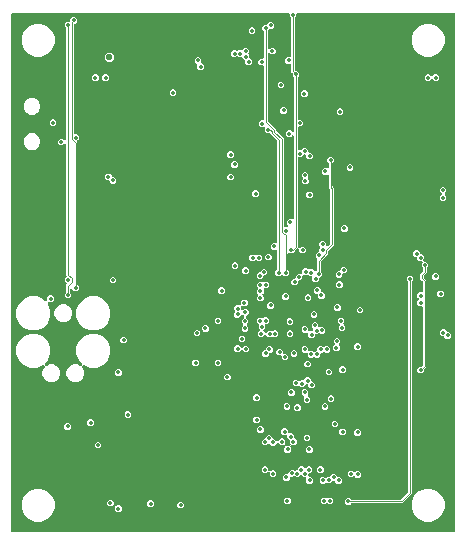
<source format=gbr>
G04 EAGLE Gerber RS-274X export*
G75*
%MOMM*%
%FSLAX34Y34*%
%LPD*%
%INCopper Layer 15*%
%IPPOS*%
%AMOC8*
5,1,8,0,0,1.08239X$1,22.5*%
G01*
%ADD10C,0.355600*%
%ADD11C,0.101600*%
%ADD12C,0.553200*%

G36*
X377308Y2556D02*
X377308Y2556D01*
X377427Y2563D01*
X377465Y2576D01*
X377506Y2581D01*
X377616Y2624D01*
X377729Y2661D01*
X377764Y2683D01*
X377801Y2698D01*
X377897Y2767D01*
X377998Y2831D01*
X378026Y2861D01*
X378059Y2884D01*
X378135Y2976D01*
X378216Y3063D01*
X378236Y3098D01*
X378261Y3129D01*
X378312Y3237D01*
X378370Y3341D01*
X378380Y3381D01*
X378397Y3417D01*
X378419Y3534D01*
X378449Y3649D01*
X378453Y3709D01*
X378457Y3729D01*
X378455Y3750D01*
X378459Y3810D01*
X378459Y440690D01*
X378444Y440808D01*
X378437Y440927D01*
X378424Y440965D01*
X378419Y441006D01*
X378376Y441116D01*
X378339Y441229D01*
X378317Y441264D01*
X378302Y441301D01*
X378233Y441397D01*
X378169Y441498D01*
X378139Y441526D01*
X378116Y441559D01*
X378024Y441635D01*
X377937Y441716D01*
X377902Y441736D01*
X377871Y441761D01*
X377763Y441812D01*
X377659Y441870D01*
X377619Y441880D01*
X377583Y441897D01*
X377466Y441919D01*
X377351Y441949D01*
X377291Y441953D01*
X377271Y441957D01*
X377250Y441955D01*
X377190Y441959D01*
X245364Y441959D01*
X245246Y441944D01*
X245127Y441937D01*
X245089Y441924D01*
X245048Y441919D01*
X244938Y441876D01*
X244825Y441839D01*
X244790Y441817D01*
X244753Y441802D01*
X244657Y441733D01*
X244556Y441669D01*
X244528Y441639D01*
X244495Y441616D01*
X244419Y441524D01*
X244338Y441437D01*
X244318Y441402D01*
X244293Y441371D01*
X244242Y441263D01*
X244184Y441159D01*
X244174Y441119D01*
X244157Y441083D01*
X244135Y440966D01*
X244105Y440851D01*
X244101Y440791D01*
X244097Y440771D01*
X244099Y440750D01*
X244095Y440690D01*
X244095Y439024D01*
X243196Y438126D01*
X243136Y438048D01*
X243068Y437976D01*
X243039Y437923D01*
X243002Y437875D01*
X242962Y437784D01*
X242914Y437697D01*
X242899Y437639D01*
X242875Y437583D01*
X242860Y437485D01*
X242835Y437389D01*
X242829Y437289D01*
X242825Y437269D01*
X242827Y437257D01*
X242825Y437229D01*
X242825Y394208D01*
X242840Y394090D01*
X242847Y393971D01*
X242860Y393933D01*
X242865Y393892D01*
X242908Y393782D01*
X242945Y393669D01*
X242967Y393634D01*
X242982Y393597D01*
X243051Y393501D01*
X243115Y393400D01*
X243145Y393372D01*
X243168Y393339D01*
X243260Y393263D01*
X243347Y393182D01*
X243382Y393162D01*
X243413Y393137D01*
X243521Y393086D01*
X243625Y393028D01*
X243665Y393018D01*
X243701Y393001D01*
X243818Y392979D01*
X243933Y392949D01*
X243993Y392945D01*
X244013Y392941D01*
X244034Y392943D01*
X244094Y392939D01*
X244998Y392939D01*
X246635Y391302D01*
X246635Y388986D01*
X245736Y388088D01*
X245676Y388010D01*
X245608Y387938D01*
X245579Y387885D01*
X245542Y387837D01*
X245502Y387746D01*
X245454Y387659D01*
X245439Y387601D01*
X245415Y387545D01*
X245400Y387447D01*
X245375Y387351D01*
X245369Y387251D01*
X245365Y387231D01*
X245367Y387219D01*
X245365Y387191D01*
X245365Y352806D01*
X245380Y352688D01*
X245387Y352569D01*
X245400Y352531D01*
X245405Y352490D01*
X245448Y352380D01*
X245485Y352267D01*
X245507Y352232D01*
X245522Y352195D01*
X245591Y352099D01*
X245655Y351998D01*
X245685Y351970D01*
X245708Y351937D01*
X245800Y351861D01*
X245887Y351780D01*
X245922Y351760D01*
X245953Y351735D01*
X246061Y351684D01*
X246165Y351626D01*
X246205Y351616D01*
X246241Y351599D01*
X246358Y351577D01*
X246473Y351547D01*
X246533Y351543D01*
X246553Y351539D01*
X246574Y351541D01*
X246634Y351537D01*
X248300Y351537D01*
X249937Y349900D01*
X249937Y347584D01*
X248300Y345947D01*
X246634Y345947D01*
X246516Y345932D01*
X246397Y345925D01*
X246359Y345912D01*
X246318Y345907D01*
X246208Y345864D01*
X246095Y345827D01*
X246060Y345805D01*
X246023Y345790D01*
X245927Y345721D01*
X245826Y345657D01*
X245798Y345627D01*
X245765Y345604D01*
X245689Y345512D01*
X245608Y345425D01*
X245588Y345390D01*
X245563Y345359D01*
X245512Y345251D01*
X245454Y345147D01*
X245444Y345107D01*
X245427Y345071D01*
X245405Y344954D01*
X245375Y344839D01*
X245371Y344779D01*
X245367Y344759D01*
X245369Y344738D01*
X245365Y344678D01*
X245365Y326898D01*
X245380Y326780D01*
X245387Y326661D01*
X245400Y326623D01*
X245405Y326582D01*
X245448Y326472D01*
X245485Y326359D01*
X245507Y326324D01*
X245522Y326287D01*
X245591Y326191D01*
X245655Y326090D01*
X245685Y326062D01*
X245708Y326029D01*
X245800Y325953D01*
X245887Y325872D01*
X245922Y325852D01*
X245953Y325827D01*
X246061Y325776D01*
X246165Y325718D01*
X246205Y325708D01*
X246241Y325691D01*
X246358Y325669D01*
X246473Y325639D01*
X246533Y325635D01*
X246553Y325631D01*
X246574Y325633D01*
X246634Y325629D01*
X247491Y325629D01*
X247589Y325641D01*
X247688Y325644D01*
X247746Y325661D01*
X247806Y325669D01*
X247898Y325705D01*
X247993Y325733D01*
X248046Y325763D01*
X248102Y325786D01*
X248182Y325844D01*
X248267Y325894D01*
X248343Y325960D01*
X248359Y325972D01*
X248367Y325982D01*
X248388Y326000D01*
X250302Y327915D01*
X252618Y327915D01*
X254255Y326278D01*
X254255Y324866D01*
X254270Y324748D01*
X254277Y324629D01*
X254290Y324591D01*
X254295Y324550D01*
X254338Y324440D01*
X254375Y324327D01*
X254397Y324292D01*
X254412Y324255D01*
X254481Y324159D01*
X254545Y324058D01*
X254575Y324030D01*
X254598Y323997D01*
X254690Y323921D01*
X254777Y323840D01*
X254812Y323820D01*
X254843Y323795D01*
X254951Y323744D01*
X255055Y323686D01*
X255095Y323676D01*
X255131Y323659D01*
X255248Y323637D01*
X255363Y323607D01*
X255423Y323603D01*
X255443Y323599D01*
X255464Y323601D01*
X255524Y323597D01*
X256428Y323597D01*
X258065Y321960D01*
X258065Y319644D01*
X256428Y318007D01*
X254112Y318007D01*
X252475Y319644D01*
X252475Y321056D01*
X252460Y321174D01*
X252453Y321293D01*
X252440Y321331D01*
X252435Y321372D01*
X252392Y321482D01*
X252355Y321595D01*
X252333Y321630D01*
X252318Y321667D01*
X252249Y321763D01*
X252185Y321864D01*
X252155Y321892D01*
X252132Y321925D01*
X252040Y322001D01*
X251953Y322082D01*
X251918Y322102D01*
X251887Y322127D01*
X251779Y322178D01*
X251675Y322236D01*
X251635Y322246D01*
X251599Y322263D01*
X251482Y322285D01*
X251367Y322315D01*
X251307Y322319D01*
X251287Y322323D01*
X251266Y322321D01*
X251206Y322325D01*
X251111Y322325D01*
X251013Y322313D01*
X250914Y322310D01*
X250856Y322293D01*
X250796Y322285D01*
X250704Y322249D01*
X250609Y322221D01*
X250556Y322191D01*
X250500Y322168D01*
X250420Y322110D01*
X250335Y322060D01*
X250259Y321994D01*
X250243Y321982D01*
X250235Y321972D01*
X250214Y321954D01*
X248300Y320039D01*
X246634Y320039D01*
X246516Y320024D01*
X246397Y320017D01*
X246359Y320004D01*
X246318Y319999D01*
X246208Y319956D01*
X246095Y319919D01*
X246060Y319897D01*
X246023Y319882D01*
X245927Y319813D01*
X245826Y319749D01*
X245798Y319719D01*
X245765Y319696D01*
X245689Y319604D01*
X245608Y319517D01*
X245588Y319482D01*
X245563Y319451D01*
X245512Y319343D01*
X245454Y319239D01*
X245444Y319199D01*
X245427Y319163D01*
X245405Y319046D01*
X245375Y318931D01*
X245371Y318871D01*
X245367Y318851D01*
X245369Y318830D01*
X245365Y318770D01*
X245365Y244253D01*
X245382Y244115D01*
X245395Y243977D01*
X245402Y243958D01*
X245405Y243938D01*
X245456Y243809D01*
X245503Y243678D01*
X245514Y243661D01*
X245522Y243642D01*
X245603Y243530D01*
X245681Y243415D01*
X245697Y243401D01*
X245708Y243385D01*
X245816Y243296D01*
X245920Y243204D01*
X245938Y243195D01*
X245953Y243182D01*
X246079Y243123D01*
X246203Y243059D01*
X246223Y243055D01*
X246241Y243046D01*
X246378Y243020D01*
X246513Y242990D01*
X246534Y242990D01*
X246553Y242987D01*
X246692Y242995D01*
X246831Y242999D01*
X246851Y243005D01*
X246871Y243006D01*
X247003Y243049D01*
X247137Y243088D01*
X247154Y243098D01*
X247173Y243104D01*
X247291Y243179D01*
X247411Y243249D01*
X247432Y243268D01*
X247442Y243275D01*
X247456Y243290D01*
X247531Y243356D01*
X248270Y244095D01*
X250586Y244095D01*
X252223Y242458D01*
X252223Y240142D01*
X250586Y238505D01*
X248270Y238505D01*
X246633Y240142D01*
X246633Y241413D01*
X246616Y241551D01*
X246603Y241689D01*
X246596Y241708D01*
X246593Y241728D01*
X246542Y241857D01*
X246495Y241988D01*
X246484Y242005D01*
X246476Y242024D01*
X246395Y242136D01*
X246317Y242252D01*
X246301Y242265D01*
X246290Y242281D01*
X246182Y242370D01*
X246078Y242462D01*
X246060Y242471D01*
X246045Y242484D01*
X245919Y242543D01*
X245795Y242607D01*
X245775Y242611D01*
X245757Y242620D01*
X245620Y242646D01*
X245485Y242676D01*
X245464Y242676D01*
X245445Y242679D01*
X245306Y242671D01*
X245167Y242667D01*
X245147Y242661D01*
X245127Y242660D01*
X244995Y242617D01*
X244861Y242578D01*
X244844Y242568D01*
X244825Y242562D01*
X244707Y242487D01*
X244587Y242417D01*
X244566Y242398D01*
X244556Y242391D01*
X244542Y242376D01*
X244467Y242310D01*
X243197Y241040D01*
X243196Y241040D01*
X242942Y240786D01*
X242882Y240708D01*
X242814Y240636D01*
X242794Y240599D01*
X242770Y240571D01*
X242762Y240554D01*
X242748Y240535D01*
X242708Y240444D01*
X242660Y240357D01*
X242649Y240314D01*
X242635Y240283D01*
X242632Y240268D01*
X242621Y240243D01*
X242612Y240183D01*
X240934Y238505D01*
X238612Y238505D01*
X238532Y238567D01*
X238425Y238656D01*
X238406Y238665D01*
X238390Y238677D01*
X238262Y238732D01*
X238137Y238792D01*
X238117Y238795D01*
X238098Y238803D01*
X237961Y238825D01*
X237824Y238851D01*
X237804Y238850D01*
X237784Y238853D01*
X237646Y238840D01*
X237507Y238832D01*
X237488Y238825D01*
X237468Y238824D01*
X237336Y238776D01*
X237205Y238734D01*
X237188Y238723D01*
X237168Y238716D01*
X237053Y238638D01*
X236936Y238563D01*
X236922Y238549D01*
X236905Y238537D01*
X236813Y238433D01*
X236718Y238332D01*
X236708Y238314D01*
X236695Y238299D01*
X236631Y238175D01*
X236564Y238053D01*
X236559Y238034D01*
X236550Y238016D01*
X236520Y237880D01*
X236485Y237745D01*
X236483Y237717D01*
X236480Y237705D01*
X236481Y237685D01*
X236475Y237585D01*
X236475Y225203D01*
X236487Y225105D01*
X236490Y225006D01*
X236507Y224948D01*
X236515Y224888D01*
X236551Y224796D01*
X236579Y224701D01*
X236609Y224648D01*
X236632Y224592D01*
X236690Y224512D01*
X236740Y224427D01*
X236806Y224351D01*
X236818Y224335D01*
X236828Y224327D01*
X236846Y224306D01*
X237745Y223408D01*
X237745Y221092D01*
X236108Y219455D01*
X233792Y219455D01*
X233028Y220220D01*
X232934Y220293D01*
X232844Y220372D01*
X232808Y220390D01*
X232776Y220415D01*
X232667Y220462D01*
X232561Y220517D01*
X232522Y220525D01*
X232484Y220541D01*
X232367Y220560D01*
X232251Y220586D01*
X232210Y220585D01*
X232170Y220591D01*
X232052Y220580D01*
X231933Y220577D01*
X231894Y220565D01*
X231854Y220561D01*
X231741Y220521D01*
X231627Y220488D01*
X231593Y220468D01*
X231554Y220454D01*
X231456Y220387D01*
X231353Y220327D01*
X231308Y220287D01*
X231291Y220275D01*
X231278Y220260D01*
X231233Y220220D01*
X230266Y219253D01*
X227950Y219253D01*
X226313Y220890D01*
X226313Y223206D01*
X227212Y224104D01*
X227272Y224182D01*
X227340Y224254D01*
X227369Y224307D01*
X227406Y224355D01*
X227446Y224446D01*
X227494Y224533D01*
X227509Y224591D01*
X227533Y224647D01*
X227548Y224745D01*
X227573Y224841D01*
X227579Y224941D01*
X227583Y224961D01*
X227581Y224973D01*
X227583Y225001D01*
X227583Y240284D01*
X227568Y240402D01*
X227561Y240521D01*
X227548Y240559D01*
X227543Y240600D01*
X227500Y240710D01*
X227463Y240823D01*
X227441Y240858D01*
X227426Y240895D01*
X227357Y240991D01*
X227293Y241092D01*
X227263Y241120D01*
X227240Y241153D01*
X227148Y241229D01*
X227061Y241310D01*
X227026Y241330D01*
X226995Y241355D01*
X226887Y241406D01*
X226783Y241464D01*
X226743Y241474D01*
X226707Y241491D01*
X226590Y241513D01*
X226475Y241543D01*
X226415Y241547D01*
X226395Y241551D01*
X226374Y241549D01*
X226314Y241553D01*
X224140Y241553D01*
X222503Y243190D01*
X222503Y245506D01*
X224140Y247143D01*
X226314Y247143D01*
X226432Y247158D01*
X226551Y247165D01*
X226589Y247178D01*
X226630Y247183D01*
X226740Y247226D01*
X226853Y247263D01*
X226888Y247285D01*
X226925Y247300D01*
X227021Y247369D01*
X227122Y247433D01*
X227150Y247463D01*
X227183Y247486D01*
X227259Y247578D01*
X227340Y247665D01*
X227360Y247700D01*
X227385Y247731D01*
X227436Y247839D01*
X227494Y247943D01*
X227504Y247983D01*
X227521Y248019D01*
X227543Y248136D01*
X227573Y248251D01*
X227577Y248311D01*
X227581Y248331D01*
X227579Y248352D01*
X227583Y248412D01*
X227583Y333691D01*
X227571Y333789D01*
X227568Y333888D01*
X227551Y333947D01*
X227543Y334007D01*
X227507Y334099D01*
X227479Y334194D01*
X227449Y334246D01*
X227426Y334302D01*
X227368Y334382D01*
X227318Y334468D01*
X227252Y334543D01*
X227240Y334560D01*
X227230Y334568D01*
X227212Y334589D01*
X221735Y340066D01*
X221656Y340126D01*
X221584Y340194D01*
X221531Y340223D01*
X221483Y340261D01*
X221392Y340300D01*
X221306Y340348D01*
X221247Y340363D01*
X221191Y340387D01*
X221094Y340402D01*
X220998Y340427D01*
X220898Y340434D01*
X220877Y340437D01*
X220865Y340436D01*
X220837Y340437D01*
X219139Y340437D01*
X217501Y342075D01*
X217501Y344170D01*
X217486Y344288D01*
X217479Y344407D01*
X217467Y344445D01*
X217462Y344486D01*
X217418Y344596D01*
X217381Y344709D01*
X217359Y344744D01*
X217345Y344781D01*
X217275Y344877D01*
X217211Y344978D01*
X217181Y345006D01*
X217158Y345039D01*
X217066Y345115D01*
X216979Y345196D01*
X216944Y345216D01*
X216913Y345241D01*
X216805Y345292D01*
X216701Y345350D01*
X216662Y345360D01*
X216625Y345377D01*
X216508Y345399D01*
X216393Y345429D01*
X216333Y345433D01*
X216313Y345437D01*
X216292Y345435D01*
X216232Y345439D01*
X213980Y345439D01*
X212343Y347076D01*
X212343Y349392D01*
X213980Y351029D01*
X215328Y351029D01*
X215446Y351044D01*
X215565Y351051D01*
X215603Y351064D01*
X215644Y351069D01*
X215754Y351112D01*
X215868Y351149D01*
X215902Y351171D01*
X215939Y351186D01*
X216036Y351255D01*
X216136Y351319D01*
X216164Y351349D01*
X216197Y351372D01*
X216273Y351464D01*
X216354Y351551D01*
X216374Y351586D01*
X216399Y351617D01*
X216450Y351725D01*
X216508Y351829D01*
X216518Y351869D01*
X216535Y351905D01*
X216557Y352022D01*
X216587Y352137D01*
X216591Y352197D01*
X216595Y352217D01*
X216594Y352238D01*
X216597Y352298D01*
X216597Y396494D01*
X216582Y396612D01*
X216575Y396731D01*
X216563Y396769D01*
X216557Y396810D01*
X216514Y396920D01*
X216477Y397033D01*
X216455Y397068D01*
X216440Y397105D01*
X216371Y397201D01*
X216307Y397302D01*
X216277Y397330D01*
X216254Y397363D01*
X216162Y397439D01*
X216075Y397520D01*
X216040Y397540D01*
X216009Y397565D01*
X215901Y397616D01*
X215797Y397674D01*
X215757Y397684D01*
X215721Y397701D01*
X215604Y397723D01*
X215489Y397753D01*
X215429Y397757D01*
X215409Y397761D01*
X215388Y397759D01*
X215328Y397763D01*
X213472Y397763D01*
X211835Y399400D01*
X211835Y401716D01*
X213472Y403353D01*
X215328Y403353D01*
X215446Y403368D01*
X215565Y403375D01*
X215603Y403388D01*
X215644Y403393D01*
X215754Y403436D01*
X215868Y403473D01*
X215902Y403495D01*
X215939Y403510D01*
X216036Y403579D01*
X216136Y403643D01*
X216164Y403673D01*
X216197Y403696D01*
X216273Y403788D01*
X216354Y403875D01*
X216374Y403910D01*
X216399Y403941D01*
X216450Y404049D01*
X216508Y404153D01*
X216518Y404193D01*
X216535Y404229D01*
X216557Y404346D01*
X216587Y404461D01*
X216591Y404521D01*
X216595Y404541D01*
X216594Y404562D01*
X216597Y404622D01*
X216597Y426255D01*
X216585Y426353D01*
X216582Y426452D01*
X216565Y426510D01*
X216557Y426570D01*
X216521Y426662D01*
X216494Y426758D01*
X216463Y426810D01*
X216440Y426866D01*
X216382Y426946D01*
X216332Y427031D01*
X216266Y427107D01*
X216254Y427123D01*
X216244Y427131D01*
X216226Y427152D01*
X215327Y428050D01*
X215327Y430366D01*
X216964Y432003D01*
X218229Y432003D01*
X218327Y432015D01*
X218426Y432018D01*
X218484Y432035D01*
X218544Y432043D01*
X218636Y432079D01*
X218731Y432107D01*
X218784Y432137D01*
X218840Y432160D01*
X218920Y432218D01*
X219005Y432268D01*
X219081Y432335D01*
X219097Y432347D01*
X219105Y432356D01*
X219126Y432375D01*
X221092Y434341D01*
X223408Y434341D01*
X225045Y432704D01*
X225045Y430388D01*
X223408Y428751D01*
X222143Y428751D01*
X222045Y428739D01*
X221946Y428736D01*
X221888Y428719D01*
X221828Y428711D01*
X221736Y428675D01*
X221641Y428647D01*
X221588Y428617D01*
X221532Y428594D01*
X221452Y428536D01*
X221367Y428486D01*
X221291Y428420D01*
X221275Y428408D01*
X221267Y428398D01*
X221246Y428380D01*
X220019Y427152D01*
X219958Y427074D01*
X219890Y427002D01*
X219861Y426949D01*
X219824Y426901D01*
X219784Y426810D01*
X219736Y426723D01*
X219721Y426665D01*
X219697Y426609D01*
X219682Y426511D01*
X219657Y426415D01*
X219651Y426315D01*
X219647Y426295D01*
X219649Y426283D01*
X219647Y426255D01*
X219647Y412591D01*
X219664Y412453D01*
X219677Y412315D01*
X219684Y412296D01*
X219687Y412276D01*
X219738Y412147D01*
X219785Y412016D01*
X219796Y411999D01*
X219804Y411980D01*
X219885Y411868D01*
X219963Y411753D01*
X219979Y411739D01*
X219991Y411723D01*
X220098Y411634D01*
X220202Y411542D01*
X220220Y411533D01*
X220235Y411520D01*
X220361Y411461D01*
X220485Y411398D01*
X220505Y411393D01*
X220523Y411384D01*
X220660Y411358D01*
X220795Y411328D01*
X220816Y411328D01*
X220836Y411325D01*
X220974Y411333D01*
X221113Y411338D01*
X221133Y411343D01*
X221153Y411344D01*
X221285Y411387D01*
X221419Y411426D01*
X221436Y411436D01*
X221455Y411442D01*
X221573Y411517D01*
X221693Y411587D01*
X221714Y411606D01*
X221724Y411613D01*
X221738Y411628D01*
X221814Y411694D01*
X222616Y412497D01*
X224932Y412497D01*
X226569Y410860D01*
X226569Y408544D01*
X224932Y406907D01*
X222616Y406907D01*
X221814Y407710D01*
X221704Y407795D01*
X221597Y407884D01*
X221578Y407893D01*
X221562Y407905D01*
X221435Y407960D01*
X221309Y408020D01*
X221289Y408023D01*
X221270Y408031D01*
X221132Y408053D01*
X220997Y408079D01*
X220976Y408078D01*
X220956Y408081D01*
X220817Y408068D01*
X220679Y408060D01*
X220660Y408053D01*
X220640Y408051D01*
X220508Y408004D01*
X220377Y407962D01*
X220360Y407951D01*
X220340Y407944D01*
X220225Y407866D01*
X220108Y407791D01*
X220094Y407777D01*
X220077Y407765D01*
X219985Y407661D01*
X219890Y407560D01*
X219880Y407542D01*
X219867Y407527D01*
X219804Y407403D01*
X219736Y407281D01*
X219731Y407262D01*
X219722Y407244D01*
X219692Y407108D01*
X219657Y406973D01*
X219655Y406945D01*
X219653Y406933D01*
X219653Y406913D01*
X219647Y406813D01*
X219647Y351233D01*
X219659Y351135D01*
X219662Y351036D01*
X219679Y350978D01*
X219687Y350918D01*
X219723Y350826D01*
X219751Y350731D01*
X219781Y350678D01*
X219804Y350622D01*
X219862Y350542D01*
X219912Y350457D01*
X219979Y350381D01*
X219991Y350365D01*
X220000Y350357D01*
X220019Y350336D01*
X226823Y343532D01*
X226823Y342690D01*
X226835Y342591D01*
X226838Y342492D01*
X226845Y342470D01*
X226845Y342463D01*
X226855Y342431D01*
X226863Y342374D01*
X226899Y342282D01*
X226927Y342187D01*
X226957Y342135D01*
X226980Y342078D01*
X227038Y341998D01*
X227088Y341913D01*
X227154Y341838D01*
X227166Y341821D01*
X227176Y341813D01*
X227194Y341792D01*
X233173Y335814D01*
X233173Y261874D01*
X233188Y261756D01*
X233195Y261637D01*
X233208Y261599D01*
X233213Y261558D01*
X233256Y261448D01*
X233293Y261335D01*
X233315Y261300D01*
X233330Y261263D01*
X233399Y261167D01*
X233463Y261066D01*
X233493Y261038D01*
X233516Y261005D01*
X233608Y260929D01*
X233695Y260848D01*
X233730Y260828D01*
X233761Y260803D01*
X233869Y260752D01*
X233973Y260694D01*
X234013Y260684D01*
X234049Y260667D01*
X234166Y260645D01*
X234281Y260615D01*
X234341Y260611D01*
X234361Y260607D01*
X234382Y260609D01*
X234442Y260605D01*
X236061Y260605D01*
X236199Y260622D01*
X236337Y260635D01*
X236356Y260642D01*
X236376Y260645D01*
X236505Y260696D01*
X236636Y260743D01*
X236653Y260754D01*
X236672Y260762D01*
X236784Y260843D01*
X236899Y260921D01*
X236913Y260937D01*
X236929Y260948D01*
X237018Y261056D01*
X237110Y261160D01*
X237119Y261178D01*
X237132Y261193D01*
X237191Y261319D01*
X237255Y261443D01*
X237259Y261463D01*
X237268Y261481D01*
X237294Y261618D01*
X237324Y261753D01*
X237324Y261774D01*
X237327Y261793D01*
X237319Y261932D01*
X237315Y262071D01*
X237309Y262091D01*
X237308Y262111D01*
X237265Y262243D01*
X237226Y262377D01*
X237216Y262394D01*
X237210Y262413D01*
X237135Y262531D01*
X237065Y262651D01*
X237046Y262672D01*
X237039Y262682D01*
X237024Y262696D01*
X236958Y262771D01*
X236219Y263510D01*
X236219Y265826D01*
X237856Y267463D01*
X240178Y267463D01*
X240258Y267401D01*
X240365Y267312D01*
X240384Y267303D01*
X240400Y267291D01*
X240528Y267236D01*
X240653Y267176D01*
X240673Y267173D01*
X240692Y267165D01*
X240829Y267143D01*
X240966Y267117D01*
X240986Y267118D01*
X241006Y267115D01*
X241144Y267128D01*
X241283Y267136D01*
X241302Y267143D01*
X241322Y267144D01*
X241454Y267192D01*
X241585Y267234D01*
X241602Y267245D01*
X241622Y267252D01*
X241737Y267330D01*
X241854Y267405D01*
X241868Y267419D01*
X241885Y267431D01*
X241977Y267535D01*
X242072Y267636D01*
X242082Y267654D01*
X242095Y267669D01*
X242159Y267793D01*
X242226Y267915D01*
X242231Y267934D01*
X242240Y267952D01*
X242270Y268088D01*
X242305Y268223D01*
X242307Y268251D01*
X242310Y268263D01*
X242309Y268283D01*
X242315Y268383D01*
X242315Y337153D01*
X242298Y337291D01*
X242285Y337429D01*
X242278Y337448D01*
X242275Y337468D01*
X242224Y337597D01*
X242177Y337728D01*
X242166Y337745D01*
X242158Y337764D01*
X242077Y337876D01*
X241999Y337991D01*
X241983Y338005D01*
X241972Y338021D01*
X241864Y338110D01*
X241760Y338202D01*
X241742Y338211D01*
X241727Y338224D01*
X241601Y338283D01*
X241477Y338347D01*
X241457Y338351D01*
X241439Y338360D01*
X241302Y338386D01*
X241167Y338416D01*
X241146Y338416D01*
X241127Y338419D01*
X240988Y338411D01*
X240849Y338407D01*
X240829Y338401D01*
X240809Y338400D01*
X240677Y338357D01*
X240543Y338318D01*
X240526Y338308D01*
X240507Y338302D01*
X240389Y338227D01*
X240269Y338157D01*
X240248Y338138D01*
X240238Y338131D01*
X240224Y338116D01*
X240149Y338050D01*
X239156Y337057D01*
X236840Y337057D01*
X235203Y338694D01*
X235203Y341010D01*
X236840Y342647D01*
X239156Y342647D01*
X240149Y341654D01*
X240258Y341569D01*
X240365Y341480D01*
X240384Y341471D01*
X240400Y341459D01*
X240527Y341404D01*
X240653Y341344D01*
X240673Y341341D01*
X240692Y341333D01*
X240830Y341311D01*
X240966Y341285D01*
X240986Y341286D01*
X241006Y341283D01*
X241145Y341296D01*
X241283Y341304D01*
X241302Y341311D01*
X241322Y341312D01*
X241454Y341360D01*
X241585Y341402D01*
X241603Y341413D01*
X241622Y341420D01*
X241737Y341498D01*
X241854Y341573D01*
X241868Y341587D01*
X241885Y341599D01*
X241977Y341703D01*
X242072Y341804D01*
X242082Y341822D01*
X242095Y341837D01*
X242159Y341961D01*
X242226Y342083D01*
X242231Y342102D01*
X242240Y342120D01*
X242270Y342256D01*
X242305Y342391D01*
X242307Y342419D01*
X242310Y342431D01*
X242309Y342451D01*
X242315Y342551D01*
X242315Y387191D01*
X242303Y387289D01*
X242300Y387388D01*
X242283Y387446D01*
X242275Y387506D01*
X242239Y387598D01*
X242211Y387693D01*
X242181Y387746D01*
X242158Y387802D01*
X242100Y387882D01*
X242050Y387967D01*
X241984Y388043D01*
X241972Y388059D01*
X241962Y388067D01*
X241944Y388088D01*
X241045Y388986D01*
X241045Y390257D01*
X241033Y390355D01*
X241030Y390454D01*
X241013Y390512D01*
X241005Y390572D01*
X240969Y390664D01*
X240941Y390759D01*
X240911Y390812D01*
X240888Y390868D01*
X240830Y390948D01*
X240780Y391033D01*
X240714Y391109D01*
X240702Y391125D01*
X240692Y391133D01*
X240674Y391154D01*
X239775Y392052D01*
X239775Y397764D01*
X239760Y397882D01*
X239753Y398001D01*
X239740Y398039D01*
X239735Y398080D01*
X239692Y398190D01*
X239655Y398303D01*
X239633Y398338D01*
X239618Y398375D01*
X239549Y398471D01*
X239485Y398572D01*
X239455Y398600D01*
X239432Y398633D01*
X239340Y398709D01*
X239253Y398790D01*
X239218Y398810D01*
X239187Y398835D01*
X239079Y398886D01*
X238975Y398944D01*
X238935Y398954D01*
X238899Y398971D01*
X238782Y398993D01*
X238667Y399023D01*
X238607Y399027D01*
X238587Y399031D01*
X238566Y399029D01*
X238506Y399033D01*
X236332Y399033D01*
X234695Y400670D01*
X234695Y402986D01*
X236332Y404623D01*
X238506Y404623D01*
X238624Y404638D01*
X238743Y404645D01*
X238781Y404658D01*
X238822Y404663D01*
X238932Y404706D01*
X239045Y404743D01*
X239080Y404765D01*
X239117Y404780D01*
X239213Y404849D01*
X239314Y404913D01*
X239342Y404943D01*
X239375Y404966D01*
X239451Y405058D01*
X239532Y405145D01*
X239552Y405180D01*
X239577Y405211D01*
X239628Y405319D01*
X239686Y405423D01*
X239696Y405463D01*
X239713Y405499D01*
X239735Y405616D01*
X239765Y405731D01*
X239769Y405791D01*
X239773Y405811D01*
X239771Y405832D01*
X239775Y405892D01*
X239775Y437229D01*
X239763Y437327D01*
X239760Y437426D01*
X239743Y437484D01*
X239735Y437544D01*
X239699Y437636D01*
X239671Y437731D01*
X239641Y437784D01*
X239618Y437840D01*
X239560Y437920D01*
X239510Y438005D01*
X239444Y438081D01*
X239432Y438097D01*
X239422Y438105D01*
X239404Y438126D01*
X238505Y439024D01*
X238505Y440690D01*
X238490Y440808D01*
X238483Y440927D01*
X238470Y440965D01*
X238465Y441006D01*
X238422Y441116D01*
X238385Y441229D01*
X238363Y441264D01*
X238348Y441301D01*
X238279Y441397D01*
X238215Y441498D01*
X238185Y441526D01*
X238162Y441559D01*
X238070Y441635D01*
X237983Y441716D01*
X237948Y441736D01*
X237917Y441761D01*
X237809Y441812D01*
X237705Y441870D01*
X237665Y441880D01*
X237629Y441897D01*
X237512Y441919D01*
X237397Y441949D01*
X237337Y441953D01*
X237317Y441957D01*
X237296Y441955D01*
X237236Y441959D01*
X3810Y441959D01*
X3692Y441944D01*
X3573Y441937D01*
X3535Y441924D01*
X3494Y441919D01*
X3384Y441876D01*
X3271Y441839D01*
X3236Y441817D01*
X3199Y441802D01*
X3103Y441733D01*
X3002Y441669D01*
X2974Y441639D01*
X2941Y441616D01*
X2865Y441524D01*
X2784Y441437D01*
X2764Y441402D01*
X2739Y441371D01*
X2688Y441263D01*
X2630Y441159D01*
X2620Y441119D01*
X2603Y441083D01*
X2581Y440966D01*
X2551Y440851D01*
X2547Y440791D01*
X2543Y440771D01*
X2545Y440750D01*
X2541Y440690D01*
X2541Y3810D01*
X2556Y3692D01*
X2563Y3573D01*
X2576Y3535D01*
X2581Y3494D01*
X2624Y3384D01*
X2661Y3271D01*
X2683Y3236D01*
X2698Y3199D01*
X2767Y3103D01*
X2831Y3002D01*
X2861Y2974D01*
X2884Y2941D01*
X2976Y2865D01*
X3063Y2784D01*
X3098Y2764D01*
X3129Y2739D01*
X3237Y2688D01*
X3341Y2630D01*
X3381Y2620D01*
X3417Y2603D01*
X3534Y2581D01*
X3649Y2551D01*
X3709Y2547D01*
X3729Y2543D01*
X3750Y2545D01*
X3810Y2541D01*
X377190Y2541D01*
X377308Y2556D01*
G37*
%LPC*%
G36*
X49642Y200405D02*
X49642Y200405D01*
X48005Y202042D01*
X48005Y204358D01*
X48904Y205256D01*
X48964Y205334D01*
X49032Y205406D01*
X49061Y205459D01*
X49098Y205507D01*
X49138Y205598D01*
X49186Y205685D01*
X49201Y205743D01*
X49225Y205799D01*
X49240Y205897D01*
X49265Y205993D01*
X49271Y206093D01*
X49275Y206113D01*
X49273Y206125D01*
X49275Y206153D01*
X49275Y211885D01*
X49335Y211953D01*
X49353Y211989D01*
X49378Y212021D01*
X49425Y212130D01*
X49479Y212236D01*
X49488Y212276D01*
X49504Y212313D01*
X49523Y212430D01*
X49549Y212546D01*
X49548Y212587D01*
X49554Y212627D01*
X49543Y212745D01*
X49539Y212864D01*
X49528Y212903D01*
X49524Y212943D01*
X49484Y213055D01*
X49451Y213170D01*
X49430Y213205D01*
X49417Y213243D01*
X49350Y213341D01*
X49289Y213444D01*
X49250Y213489D01*
X49238Y213506D01*
X49223Y213519D01*
X49183Y213565D01*
X48005Y214742D01*
X48005Y217058D01*
X49183Y218235D01*
X49256Y218330D01*
X49335Y218419D01*
X49353Y218455D01*
X49378Y218487D01*
X49425Y218596D01*
X49479Y218702D01*
X49488Y218741D01*
X49504Y218779D01*
X49523Y218896D01*
X49549Y219012D01*
X49548Y219053D01*
X49554Y219093D01*
X49543Y219212D01*
X49539Y219330D01*
X49528Y219369D01*
X49524Y219409D01*
X49484Y219522D01*
X49451Y219636D01*
X49430Y219670D01*
X49417Y219709D01*
X49350Y219807D01*
X49289Y219910D01*
X49275Y219926D01*
X49275Y330295D01*
X49258Y330433D01*
X49245Y330571D01*
X49238Y330590D01*
X49235Y330610D01*
X49184Y330740D01*
X49137Y330870D01*
X49126Y330887D01*
X49118Y330906D01*
X49037Y331018D01*
X48959Y331133D01*
X48943Y331147D01*
X48932Y331163D01*
X48824Y331252D01*
X48720Y331344D01*
X48702Y331353D01*
X48687Y331366D01*
X48561Y331425D01*
X48437Y331489D01*
X48417Y331493D01*
X48399Y331502D01*
X48262Y331528D01*
X48127Y331558D01*
X48106Y331558D01*
X48087Y331561D01*
X47948Y331553D01*
X47809Y331549D01*
X47789Y331543D01*
X47769Y331542D01*
X47637Y331499D01*
X47503Y331460D01*
X47486Y331450D01*
X47467Y331444D01*
X47349Y331369D01*
X47229Y331299D01*
X47208Y331280D01*
X47198Y331273D01*
X47184Y331258D01*
X47109Y331192D01*
X45862Y329945D01*
X43546Y329945D01*
X41909Y331582D01*
X41909Y333898D01*
X43546Y335535D01*
X45862Y335535D01*
X47109Y334288D01*
X47218Y334203D01*
X47325Y334114D01*
X47344Y334105D01*
X47360Y334093D01*
X47488Y334037D01*
X47613Y333978D01*
X47633Y333975D01*
X47652Y333967D01*
X47790Y333945D01*
X47926Y333919D01*
X47946Y333920D01*
X47966Y333917D01*
X48105Y333930D01*
X48243Y333938D01*
X48262Y333945D01*
X48282Y333946D01*
X48414Y333994D01*
X48545Y334036D01*
X48563Y334047D01*
X48582Y334054D01*
X48697Y334132D01*
X48814Y334207D01*
X48828Y334221D01*
X48845Y334233D01*
X48937Y334337D01*
X49032Y334438D01*
X49042Y334456D01*
X49055Y334471D01*
X49119Y334595D01*
X49186Y334717D01*
X49191Y334736D01*
X49200Y334754D01*
X49230Y334890D01*
X49265Y335025D01*
X49267Y335053D01*
X49270Y335065D01*
X49269Y335085D01*
X49275Y335185D01*
X49275Y428593D01*
X49263Y428691D01*
X49260Y428790D01*
X49243Y428848D01*
X49235Y428908D01*
X49199Y429000D01*
X49171Y429095D01*
X49141Y429148D01*
X49118Y429204D01*
X49060Y429284D01*
X49010Y429369D01*
X48944Y429445D01*
X48932Y429461D01*
X48922Y429469D01*
X48904Y429490D01*
X47751Y430642D01*
X47751Y432958D01*
X49388Y434595D01*
X51308Y434595D01*
X51426Y434610D01*
X51545Y434617D01*
X51583Y434630D01*
X51624Y434635D01*
X51734Y434678D01*
X51847Y434715D01*
X51882Y434737D01*
X51919Y434752D01*
X52015Y434821D01*
X52116Y434885D01*
X52144Y434915D01*
X52177Y434938D01*
X52253Y435030D01*
X52334Y435117D01*
X52354Y435152D01*
X52379Y435183D01*
X52430Y435291D01*
X52488Y435395D01*
X52498Y435435D01*
X52515Y435471D01*
X52537Y435588D01*
X52567Y435703D01*
X52571Y435763D01*
X52575Y435783D01*
X52573Y435804D01*
X52577Y435864D01*
X52577Y437022D01*
X54214Y438659D01*
X56530Y438659D01*
X58167Y437022D01*
X58167Y434706D01*
X56514Y433054D01*
X56405Y433047D01*
X56367Y433034D01*
X56326Y433029D01*
X56216Y432986D01*
X56103Y432949D01*
X56068Y432927D01*
X56031Y432912D01*
X55935Y432843D01*
X55834Y432779D01*
X55806Y432749D01*
X55773Y432726D01*
X55697Y432634D01*
X55616Y432547D01*
X55596Y432512D01*
X55571Y432481D01*
X55520Y432373D01*
X55462Y432269D01*
X55452Y432229D01*
X55435Y432193D01*
X55413Y432076D01*
X55383Y431961D01*
X55379Y431901D01*
X55375Y431881D01*
X55377Y431860D01*
X55373Y431800D01*
X55373Y340614D01*
X55388Y340496D01*
X55395Y340377D01*
X55408Y340339D01*
X55413Y340298D01*
X55456Y340188D01*
X55493Y340075D01*
X55515Y340040D01*
X55530Y340003D01*
X55599Y339907D01*
X55663Y339806D01*
X55693Y339778D01*
X55716Y339745D01*
X55808Y339669D01*
X55895Y339588D01*
X55930Y339568D01*
X55961Y339543D01*
X56069Y339492D01*
X56173Y339434D01*
X56213Y339424D01*
X56249Y339407D01*
X56366Y339385D01*
X56481Y339355D01*
X56541Y339351D01*
X56561Y339347D01*
X56582Y339349D01*
X56642Y339345D01*
X58308Y339345D01*
X59945Y337708D01*
X59945Y335392D01*
X58767Y334215D01*
X58694Y334120D01*
X58615Y334031D01*
X58597Y333995D01*
X58572Y333963D01*
X58525Y333854D01*
X58471Y333748D01*
X58462Y333709D01*
X58446Y333671D01*
X58427Y333554D01*
X58401Y333438D01*
X58402Y333397D01*
X58396Y333357D01*
X58407Y333238D01*
X58411Y333120D01*
X58422Y333081D01*
X58426Y333041D01*
X58466Y332928D01*
X58499Y332814D01*
X58520Y332780D01*
X58533Y332741D01*
X58600Y332643D01*
X58661Y332540D01*
X58675Y332524D01*
X58675Y212249D01*
X58687Y212151D01*
X58690Y212052D01*
X58707Y211994D01*
X58715Y211934D01*
X58751Y211842D01*
X58779Y211747D01*
X58809Y211694D01*
X58832Y211638D01*
X58890Y211558D01*
X58940Y211473D01*
X59006Y211397D01*
X59018Y211381D01*
X59028Y211373D01*
X59046Y211352D01*
X59945Y210454D01*
X59945Y208138D01*
X58308Y206501D01*
X55992Y206501D01*
X54491Y208002D01*
X54382Y208087D01*
X54275Y208176D01*
X54256Y208185D01*
X54240Y208197D01*
X54112Y208253D01*
X53987Y208312D01*
X53967Y208315D01*
X53948Y208323D01*
X53810Y208345D01*
X53674Y208371D01*
X53654Y208370D01*
X53634Y208373D01*
X53495Y208360D01*
X53357Y208352D01*
X53338Y208345D01*
X53318Y208344D01*
X53186Y208296D01*
X53055Y208254D01*
X53037Y208243D01*
X53018Y208236D01*
X52903Y208158D01*
X52786Y208083D01*
X52772Y208069D01*
X52755Y208057D01*
X52663Y207953D01*
X52568Y207852D01*
X52558Y207834D01*
X52545Y207819D01*
X52481Y207695D01*
X52414Y207573D01*
X52409Y207554D01*
X52400Y207536D01*
X52370Y207400D01*
X52335Y207265D01*
X52333Y207237D01*
X52330Y207225D01*
X52331Y207205D01*
X52325Y207105D01*
X52325Y206153D01*
X52337Y206055D01*
X52340Y205956D01*
X52357Y205898D01*
X52365Y205838D01*
X52401Y205746D01*
X52429Y205651D01*
X52459Y205598D01*
X52482Y205542D01*
X52540Y205462D01*
X52590Y205377D01*
X52656Y205301D01*
X52668Y205285D01*
X52678Y205277D01*
X52696Y205256D01*
X53595Y204358D01*
X53595Y202042D01*
X51958Y200405D01*
X49642Y200405D01*
G37*
%LPD*%
%LPC*%
G36*
X35095Y129412D02*
X35095Y129412D01*
X32341Y130553D01*
X30233Y132661D01*
X29092Y135415D01*
X29092Y138397D01*
X30233Y141151D01*
X30650Y141568D01*
X30693Y141623D01*
X30743Y141672D01*
X30790Y141748D01*
X30845Y141819D01*
X30873Y141884D01*
X30910Y141943D01*
X30936Y142029D01*
X30972Y142111D01*
X30983Y142180D01*
X31003Y142247D01*
X31007Y142336D01*
X31022Y142425D01*
X31015Y142495D01*
X31018Y142565D01*
X31000Y142652D01*
X30992Y142742D01*
X30968Y142808D01*
X30954Y142876D01*
X30915Y142957D01*
X30884Y143041D01*
X30845Y143099D01*
X30814Y143162D01*
X30756Y143230D01*
X30706Y143304D01*
X30653Y143351D01*
X30608Y143404D01*
X30534Y143455D01*
X30467Y143515D01*
X30405Y143547D01*
X30348Y143587D01*
X30264Y143619D01*
X30184Y143660D01*
X30116Y143675D01*
X30051Y143700D01*
X29961Y143710D01*
X29874Y143729D01*
X29804Y143727D01*
X29735Y143735D01*
X29646Y143722D01*
X29556Y143720D01*
X29489Y143700D01*
X29420Y143690D01*
X29267Y143638D01*
X24203Y141541D01*
X18469Y141541D01*
X13170Y143735D01*
X9115Y147790D01*
X6921Y153089D01*
X6921Y158823D01*
X9115Y164122D01*
X13170Y168177D01*
X18469Y170371D01*
X24203Y170371D01*
X29502Y168177D01*
X33557Y164122D01*
X35751Y158823D01*
X35751Y153089D01*
X33557Y147790D01*
X31192Y145426D01*
X31149Y145371D01*
X31099Y145322D01*
X31052Y145246D01*
X30997Y145175D01*
X30970Y145111D01*
X30933Y145051D01*
X30907Y144966D01*
X30871Y144883D01*
X30860Y144814D01*
X30839Y144747D01*
X30835Y144658D01*
X30821Y144569D01*
X30828Y144499D01*
X30824Y144430D01*
X30842Y144342D01*
X30851Y144252D01*
X30875Y144186D01*
X30889Y144118D01*
X30928Y144038D01*
X30959Y143953D01*
X30998Y143895D01*
X31028Y143832D01*
X31087Y143764D01*
X31137Y143690D01*
X31189Y143644D01*
X31235Y143590D01*
X31308Y143539D01*
X31376Y143479D01*
X31438Y143448D01*
X31495Y143407D01*
X31579Y143376D01*
X31659Y143335D01*
X31727Y143319D01*
X31792Y143295D01*
X31881Y143285D01*
X31969Y143265D01*
X32039Y143267D01*
X32108Y143259D01*
X32197Y143272D01*
X32287Y143275D01*
X32354Y143294D01*
X32423Y143304D01*
X32575Y143356D01*
X35095Y144400D01*
X38077Y144400D01*
X40831Y143259D01*
X42939Y141151D01*
X44080Y138397D01*
X44080Y135415D01*
X42939Y132661D01*
X40831Y130553D01*
X38077Y129412D01*
X35095Y129412D01*
G37*
%LPD*%
%LPC*%
G36*
X55395Y129412D02*
X55395Y129412D01*
X52641Y130553D01*
X50533Y132661D01*
X49392Y135415D01*
X49392Y138397D01*
X50533Y141151D01*
X52641Y143259D01*
X55395Y144400D01*
X58377Y144400D01*
X60897Y143356D01*
X60964Y143338D01*
X61028Y143310D01*
X61117Y143296D01*
X61203Y143272D01*
X61273Y143271D01*
X61342Y143260D01*
X61432Y143268D01*
X61521Y143267D01*
X61589Y143283D01*
X61659Y143290D01*
X61743Y143320D01*
X61831Y143341D01*
X61892Y143374D01*
X61958Y143397D01*
X62032Y143448D01*
X62112Y143490D01*
X62163Y143537D01*
X62221Y143576D01*
X62280Y143643D01*
X62347Y143704D01*
X62385Y143762D01*
X62432Y143814D01*
X62472Y143894D01*
X62522Y143969D01*
X62544Y144036D01*
X62576Y144098D01*
X62596Y144185D01*
X62625Y144270D01*
X62630Y144340D01*
X62646Y144408D01*
X62643Y144498D01*
X62650Y144587D01*
X62638Y144656D01*
X62636Y144726D01*
X62611Y144812D01*
X62596Y144901D01*
X62567Y144964D01*
X62548Y145031D01*
X62502Y145109D01*
X62465Y145191D01*
X62422Y145245D01*
X62386Y145305D01*
X62280Y145426D01*
X59915Y147790D01*
X57721Y153089D01*
X57721Y158823D01*
X59915Y164122D01*
X63970Y168177D01*
X69269Y170371D01*
X75003Y170371D01*
X80302Y168177D01*
X84357Y164122D01*
X86551Y158823D01*
X86551Y153089D01*
X84357Y147790D01*
X80302Y143735D01*
X75003Y141541D01*
X69269Y141541D01*
X64205Y143638D01*
X64137Y143657D01*
X64073Y143684D01*
X63985Y143699D01*
X63898Y143722D01*
X63828Y143723D01*
X63759Y143734D01*
X63670Y143726D01*
X63580Y143727D01*
X63512Y143711D01*
X63443Y143704D01*
X63358Y143674D01*
X63271Y143653D01*
X63209Y143620D01*
X63143Y143597D01*
X63069Y143546D01*
X62990Y143504D01*
X62938Y143457D01*
X62880Y143418D01*
X62821Y143351D01*
X62754Y143290D01*
X62716Y143232D01*
X62670Y143180D01*
X62629Y143100D01*
X62580Y143025D01*
X62557Y142959D01*
X62525Y142897D01*
X62505Y142809D01*
X62476Y142724D01*
X62471Y142654D01*
X62456Y142586D01*
X62458Y142497D01*
X62451Y142407D01*
X62463Y142338D01*
X62465Y142268D01*
X62490Y142182D01*
X62506Y142094D01*
X62534Y142030D01*
X62554Y141963D01*
X62599Y141885D01*
X62636Y141804D01*
X62680Y141749D01*
X62715Y141689D01*
X62822Y141568D01*
X63239Y141151D01*
X64380Y138397D01*
X64380Y135415D01*
X63239Y132661D01*
X61131Y130553D01*
X58377Y129412D01*
X55395Y129412D01*
G37*
%LPD*%
%LPC*%
G36*
X286878Y25653D02*
X286878Y25653D01*
X285241Y27290D01*
X285241Y29606D01*
X286878Y31243D01*
X289194Y31243D01*
X290092Y30344D01*
X290170Y30284D01*
X290242Y30216D01*
X290295Y30187D01*
X290343Y30150D01*
X290434Y30110D01*
X290521Y30062D01*
X290579Y30047D01*
X290635Y30023D01*
X290733Y30008D01*
X290829Y29983D01*
X290929Y29977D01*
X290949Y29973D01*
X290961Y29975D01*
X290989Y29973D01*
X332091Y29973D01*
X332189Y29985D01*
X332288Y29988D01*
X332346Y30005D01*
X332406Y30013D01*
X332498Y30049D01*
X332593Y30077D01*
X332646Y30107D01*
X332702Y30130D01*
X332782Y30188D01*
X332867Y30238D01*
X332943Y30304D01*
X332959Y30316D01*
X332967Y30326D01*
X332988Y30344D01*
X338464Y35820D01*
X338524Y35898D01*
X338592Y35970D01*
X338621Y36023D01*
X338658Y36071D01*
X338698Y36162D01*
X338746Y36249D01*
X338761Y36307D01*
X338785Y36363D01*
X338800Y36461D01*
X338825Y36557D01*
X338831Y36657D01*
X338835Y36677D01*
X338833Y36689D01*
X338835Y36717D01*
X338835Y213963D01*
X338823Y214061D01*
X338820Y214160D01*
X338803Y214218D01*
X338795Y214278D01*
X338759Y214370D01*
X338731Y214465D01*
X338701Y214518D01*
X338678Y214574D01*
X338620Y214654D01*
X338570Y214739D01*
X338504Y214815D01*
X338492Y214831D01*
X338482Y214839D01*
X338464Y214860D01*
X337565Y215758D01*
X337565Y218074D01*
X339202Y219711D01*
X341518Y219711D01*
X343155Y218074D01*
X343155Y215758D01*
X342256Y214860D01*
X342196Y214782D01*
X342128Y214710D01*
X342099Y214657D01*
X342062Y214609D01*
X342022Y214518D01*
X341974Y214431D01*
X341959Y214373D01*
X341935Y214317D01*
X341920Y214219D01*
X341895Y214123D01*
X341889Y214023D01*
X341885Y214003D01*
X341887Y213991D01*
X341885Y213963D01*
X341885Y34892D01*
X341830Y34859D01*
X341709Y34753D01*
X333880Y26923D01*
X290989Y26923D01*
X290891Y26911D01*
X290792Y26908D01*
X290734Y26891D01*
X290674Y26883D01*
X290582Y26847D01*
X290487Y26819D01*
X290434Y26789D01*
X290378Y26766D01*
X290298Y26708D01*
X290213Y26658D01*
X290137Y26592D01*
X290121Y26580D01*
X290113Y26570D01*
X290092Y26552D01*
X289194Y25653D01*
X286878Y25653D01*
G37*
%LPD*%
%LPC*%
G36*
X18469Y173291D02*
X18469Y173291D01*
X13170Y175485D01*
X9115Y179540D01*
X6921Y184839D01*
X6921Y190573D01*
X9115Y195872D01*
X13170Y199927D01*
X18469Y202121D01*
X24203Y202121D01*
X29502Y199927D01*
X31107Y198322D01*
X31216Y198236D01*
X31323Y198148D01*
X31342Y198139D01*
X31358Y198127D01*
X31486Y198071D01*
X31611Y198012D01*
X31631Y198008D01*
X31650Y198000D01*
X31788Y197978D01*
X31924Y197952D01*
X31944Y197954D01*
X31964Y197951D01*
X32103Y197964D01*
X32241Y197972D01*
X32260Y197978D01*
X32280Y197980D01*
X32412Y198028D01*
X32543Y198070D01*
X32561Y198081D01*
X32580Y198088D01*
X32695Y198166D01*
X32812Y198240D01*
X32826Y198255D01*
X32843Y198267D01*
X32935Y198371D01*
X33030Y198472D01*
X33040Y198490D01*
X33053Y198505D01*
X33117Y198629D01*
X33184Y198751D01*
X33189Y198770D01*
X33198Y198788D01*
X33228Y198924D01*
X33263Y199058D01*
X33265Y199087D01*
X33268Y199099D01*
X33267Y199119D01*
X33273Y199219D01*
X33273Y201310D01*
X34910Y202947D01*
X37226Y202947D01*
X38863Y201310D01*
X38863Y198994D01*
X37226Y197357D01*
X34841Y197357D01*
X34791Y197351D01*
X34742Y197353D01*
X34634Y197331D01*
X34525Y197317D01*
X34479Y197299D01*
X34430Y197289D01*
X34332Y197241D01*
X34230Y197200D01*
X34189Y197171D01*
X34145Y197149D01*
X34061Y197078D01*
X33972Y197014D01*
X33941Y196975D01*
X33903Y196943D01*
X33840Y196853D01*
X33769Y196769D01*
X33748Y196724D01*
X33720Y196683D01*
X33681Y196580D01*
X33634Y196481D01*
X33625Y196432D01*
X33607Y196386D01*
X33595Y196276D01*
X33574Y196169D01*
X33577Y196119D01*
X33572Y196070D01*
X33587Y195961D01*
X33594Y195851D01*
X33609Y195804D01*
X33616Y195755D01*
X33668Y195602D01*
X35751Y190573D01*
X35751Y184839D01*
X33557Y179540D01*
X29502Y175485D01*
X24203Y173291D01*
X18469Y173291D01*
G37*
%LPD*%
%LPC*%
G36*
X69269Y173291D02*
X69269Y173291D01*
X63970Y175485D01*
X59915Y179540D01*
X57721Y184839D01*
X57721Y190573D01*
X59915Y195872D01*
X63970Y199927D01*
X69269Y202121D01*
X75003Y202121D01*
X80302Y199927D01*
X84357Y195872D01*
X86551Y190573D01*
X86551Y184839D01*
X84357Y179540D01*
X80302Y175485D01*
X75003Y173291D01*
X69269Y173291D01*
G37*
%LPD*%
%LPC*%
G36*
X352821Y11429D02*
X352821Y11429D01*
X347686Y13556D01*
X343756Y17486D01*
X341629Y22621D01*
X341629Y28179D01*
X343779Y33370D01*
X343793Y33421D01*
X343811Y33432D01*
X343931Y33503D01*
X343952Y33521D01*
X343962Y33528D01*
X343976Y33543D01*
X344051Y33609D01*
X347686Y37244D01*
X352821Y39371D01*
X358379Y39371D01*
X363514Y37244D01*
X367444Y33314D01*
X369571Y28179D01*
X369571Y22621D01*
X367444Y17486D01*
X363514Y13556D01*
X358379Y11429D01*
X352821Y11429D01*
G37*
%LPD*%
%LPC*%
G36*
X22621Y405129D02*
X22621Y405129D01*
X17486Y407256D01*
X13556Y411186D01*
X11429Y416321D01*
X11429Y421879D01*
X13556Y427014D01*
X17486Y430944D01*
X22621Y433071D01*
X28179Y433071D01*
X33314Y430944D01*
X37244Y427014D01*
X39371Y421879D01*
X39371Y416321D01*
X37244Y411186D01*
X33314Y407256D01*
X28179Y405129D01*
X22621Y405129D01*
G37*
%LPD*%
%LPC*%
G36*
X22621Y11429D02*
X22621Y11429D01*
X17486Y13556D01*
X13556Y17486D01*
X11429Y22621D01*
X11429Y28179D01*
X13556Y33314D01*
X17486Y37244D01*
X22621Y39371D01*
X28179Y39371D01*
X33314Y37244D01*
X37244Y33314D01*
X39371Y28179D01*
X39371Y22621D01*
X37244Y17486D01*
X33314Y13556D01*
X28179Y11429D01*
X22621Y11429D01*
G37*
%LPD*%
%LPC*%
G36*
X352821Y405129D02*
X352821Y405129D01*
X347686Y407256D01*
X343756Y411186D01*
X341629Y416321D01*
X341629Y421879D01*
X343756Y427014D01*
X347686Y430944D01*
X352821Y433071D01*
X358379Y433071D01*
X363514Y430944D01*
X367444Y427014D01*
X369571Y421879D01*
X369571Y416321D01*
X367444Y411186D01*
X363514Y407256D01*
X358379Y405129D01*
X352821Y405129D01*
G37*
%LPD*%
%LPC*%
G36*
X241412Y211327D02*
X241412Y211327D01*
X239775Y212964D01*
X239775Y215280D01*
X241412Y216917D01*
X242316Y216917D01*
X242434Y216932D01*
X242553Y216939D01*
X242591Y216952D01*
X242632Y216957D01*
X242742Y217000D01*
X242855Y217037D01*
X242890Y217059D01*
X242927Y217074D01*
X243023Y217143D01*
X243124Y217207D01*
X243152Y217237D01*
X243185Y217260D01*
X243261Y217352D01*
X243342Y217439D01*
X243362Y217474D01*
X243387Y217505D01*
X243438Y217613D01*
X243496Y217717D01*
X243506Y217757D01*
X243523Y217793D01*
X243545Y217910D01*
X243575Y218025D01*
X243579Y218085D01*
X243583Y218105D01*
X243581Y218126D01*
X243585Y218186D01*
X243585Y219598D01*
X245222Y221235D01*
X247904Y221235D01*
X248022Y221250D01*
X248141Y221257D01*
X248179Y221270D01*
X248220Y221275D01*
X248330Y221318D01*
X248443Y221355D01*
X248478Y221377D01*
X248515Y221392D01*
X248611Y221461D01*
X248712Y221525D01*
X248740Y221555D01*
X248773Y221578D01*
X248849Y221670D01*
X248930Y221757D01*
X248950Y221792D01*
X248975Y221823D01*
X249026Y221931D01*
X249084Y222035D01*
X249094Y222075D01*
X249111Y222111D01*
X249133Y222228D01*
X249163Y222343D01*
X249167Y222403D01*
X249171Y222423D01*
X249169Y222444D01*
X249173Y222504D01*
X249173Y224170D01*
X250810Y225807D01*
X253126Y225807D01*
X253748Y225185D01*
X253842Y225112D01*
X253931Y225033D01*
X253967Y225015D01*
X253999Y224990D01*
X254108Y224942D01*
X254214Y224888D01*
X254254Y224880D01*
X254291Y224864D01*
X254409Y224845D01*
X254524Y224819D01*
X254565Y224820D01*
X254605Y224814D01*
X254724Y224825D01*
X254842Y224829D01*
X254881Y224840D01*
X254921Y224844D01*
X255034Y224884D01*
X255148Y224917D01*
X255183Y224937D01*
X255221Y224951D01*
X255319Y225018D01*
X255331Y225025D01*
X257698Y225025D01*
X259453Y223270D01*
X259562Y223185D01*
X259669Y223096D01*
X259688Y223087D01*
X259704Y223075D01*
X259832Y223019D01*
X259957Y222960D01*
X259977Y222957D01*
X259996Y222949D01*
X260134Y222927D01*
X260270Y222901D01*
X260290Y222902D01*
X260310Y222899D01*
X260449Y222912D01*
X260587Y222920D01*
X260606Y222927D01*
X260626Y222928D01*
X260758Y222976D01*
X260889Y223018D01*
X260907Y223029D01*
X260926Y223036D01*
X261041Y223114D01*
X261158Y223189D01*
X261172Y223203D01*
X261189Y223215D01*
X261281Y223319D01*
X261376Y223420D01*
X261386Y223438D01*
X261399Y223453D01*
X261463Y223577D01*
X261530Y223699D01*
X261535Y223718D01*
X261544Y223736D01*
X261574Y223872D01*
X261609Y224007D01*
X261611Y224035D01*
X261614Y224047D01*
X261613Y224067D01*
X261619Y224167D01*
X261619Y232713D01*
X261679Y232781D01*
X261697Y232817D01*
X261722Y232849D01*
X261769Y232958D01*
X261823Y233064D01*
X261832Y233104D01*
X261848Y233141D01*
X261867Y233258D01*
X261893Y233374D01*
X261892Y233415D01*
X261898Y233455D01*
X261887Y233573D01*
X261883Y233692D01*
X261872Y233731D01*
X261868Y233771D01*
X261828Y233883D01*
X261795Y233998D01*
X261774Y234033D01*
X261761Y234071D01*
X261694Y234169D01*
X261633Y234272D01*
X261594Y234317D01*
X261582Y234334D01*
X261567Y234347D01*
X261527Y234393D01*
X260349Y235570D01*
X260349Y237886D01*
X261986Y239523D01*
X262156Y239523D01*
X262274Y239538D01*
X262393Y239545D01*
X262432Y239558D01*
X262472Y239563D01*
X262582Y239606D01*
X262696Y239643D01*
X262730Y239665D01*
X262767Y239680D01*
X262864Y239749D01*
X262964Y239813D01*
X262992Y239843D01*
X263025Y239866D01*
X263101Y239958D01*
X263182Y240045D01*
X263202Y240080D01*
X263228Y240111D01*
X263278Y240219D01*
X263336Y240323D01*
X263346Y240363D01*
X263363Y240399D01*
X263385Y240516D01*
X263415Y240631D01*
X263419Y240691D01*
X263423Y240711D01*
X263422Y240732D01*
X263425Y240792D01*
X263425Y242458D01*
X263769Y242801D01*
X263842Y242895D01*
X263921Y242985D01*
X263930Y243003D01*
X263942Y243018D01*
X263951Y243036D01*
X263964Y243053D01*
X264011Y243162D01*
X264066Y243268D01*
X264070Y243289D01*
X264078Y243305D01*
X264081Y243324D01*
X264091Y243344D01*
X264109Y243462D01*
X264135Y243578D01*
X264135Y243601D01*
X264138Y243618D01*
X264137Y243635D01*
X264140Y243659D01*
X264129Y243777D01*
X264126Y243896D01*
X264119Y243919D01*
X264118Y243935D01*
X264113Y243951D01*
X264111Y243975D01*
X264070Y244087D01*
X264037Y244202D01*
X264025Y244222D01*
X264020Y244238D01*
X264011Y244252D01*
X264003Y244274D01*
X263936Y244373D01*
X263876Y244476D01*
X263853Y244501D01*
X263850Y244506D01*
X263842Y244514D01*
X263836Y244521D01*
X263824Y244538D01*
X263809Y244551D01*
X263769Y244596D01*
X263397Y244968D01*
X263397Y247284D01*
X265034Y248921D01*
X267350Y248921D01*
X268987Y247284D01*
X268987Y245759D01*
X269004Y245621D01*
X269017Y245483D01*
X269024Y245464D01*
X269027Y245444D01*
X269078Y245315D01*
X269125Y245184D01*
X269136Y245167D01*
X269144Y245148D01*
X269225Y245036D01*
X269303Y244920D01*
X269319Y244907D01*
X269330Y244891D01*
X269438Y244802D01*
X269542Y244710D01*
X269560Y244701D01*
X269575Y244688D01*
X269701Y244629D01*
X269825Y244565D01*
X269845Y244561D01*
X269863Y244552D01*
X270000Y244526D01*
X270135Y244496D01*
X270156Y244496D01*
X270175Y244493D01*
X270314Y244501D01*
X270453Y244505D01*
X270473Y244511D01*
X270493Y244512D01*
X270625Y244555D01*
X270759Y244594D01*
X270776Y244604D01*
X270795Y244610D01*
X270913Y244685D01*
X271033Y244755D01*
X271054Y244774D01*
X271064Y244781D01*
X271078Y244796D01*
X271153Y244862D01*
X272551Y246259D01*
X272611Y246337D01*
X272679Y246409D01*
X272708Y246462D01*
X272745Y246510D01*
X272785Y246601D01*
X272833Y246688D01*
X272848Y246746D01*
X272872Y246802D01*
X272887Y246900D01*
X272912Y246996D01*
X272918Y247096D01*
X272922Y247116D01*
X272920Y247128D01*
X272922Y247156D01*
X272922Y292056D01*
X272910Y292155D01*
X272907Y292254D01*
X272890Y292312D01*
X272882Y292372D01*
X272846Y292464D01*
X272818Y292559D01*
X272788Y292611D01*
X272765Y292668D01*
X272707Y292748D01*
X272657Y292833D01*
X272591Y292908D01*
X272579Y292925D01*
X272569Y292933D01*
X272551Y292954D01*
X271525Y293979D01*
X271525Y303879D01*
X271508Y304017D01*
X271495Y304155D01*
X271488Y304174D01*
X271485Y304194D01*
X271434Y304323D01*
X271387Y304455D01*
X271376Y304471D01*
X271368Y304490D01*
X271287Y304602D01*
X271208Y304718D01*
X271193Y304731D01*
X271182Y304747D01*
X271075Y304836D01*
X270970Y304928D01*
X270952Y304937D01*
X270937Y304950D01*
X270811Y305009D01*
X270687Y305073D01*
X270667Y305077D01*
X270649Y305086D01*
X270513Y305112D01*
X270376Y305142D01*
X270356Y305142D01*
X270337Y305145D01*
X270198Y305137D01*
X270059Y305133D01*
X270039Y305127D01*
X270019Y305126D01*
X269887Y305083D01*
X269785Y305053D01*
X267320Y305053D01*
X265683Y306690D01*
X265683Y309006D01*
X267320Y310643D01*
X269795Y310643D01*
X269863Y310610D01*
X269883Y310607D01*
X269901Y310599D01*
X270039Y310577D01*
X270176Y310551D01*
X270196Y310552D01*
X270216Y310549D01*
X270354Y310562D01*
X270493Y310570D01*
X270512Y310577D01*
X270532Y310578D01*
X270663Y310626D01*
X270795Y310668D01*
X270812Y310679D01*
X270831Y310686D01*
X270946Y310764D01*
X271064Y310839D01*
X271078Y310853D01*
X271095Y310865D01*
X271187Y310969D01*
X271282Y311070D01*
X271292Y311088D01*
X271305Y311103D01*
X271368Y311227D01*
X271436Y311349D01*
X271441Y311368D01*
X271450Y311386D01*
X271480Y311522D01*
X271515Y311657D01*
X271517Y311685D01*
X271519Y311696D01*
X271519Y311717D01*
X271525Y311817D01*
X271525Y314547D01*
X271513Y314645D01*
X271510Y314744D01*
X271493Y314802D01*
X271485Y314862D01*
X271449Y314954D01*
X271421Y315049D01*
X271391Y315102D01*
X271368Y315158D01*
X271310Y315238D01*
X271260Y315323D01*
X271194Y315399D01*
X271182Y315415D01*
X271172Y315423D01*
X271154Y315444D01*
X270255Y316342D01*
X270255Y318658D01*
X271892Y320295D01*
X274208Y320295D01*
X275845Y318658D01*
X275845Y316342D01*
X274946Y315444D01*
X274886Y315366D01*
X274818Y315294D01*
X274789Y315241D01*
X274752Y315193D01*
X274712Y315102D01*
X274664Y315015D01*
X274649Y314957D01*
X274625Y314901D01*
X274610Y314803D01*
X274585Y314707D01*
X274579Y314607D01*
X274575Y314587D01*
X274577Y314575D01*
X274575Y314547D01*
X274575Y295768D01*
X274587Y295670D01*
X274590Y295571D01*
X274607Y295513D01*
X274615Y295453D01*
X274651Y295360D01*
X274679Y295265D01*
X274709Y295213D01*
X274732Y295157D01*
X274790Y295077D01*
X274840Y294991D01*
X274906Y294916D01*
X274918Y294900D01*
X274928Y294892D01*
X274946Y294871D01*
X275972Y293845D01*
X275972Y245367D01*
X271419Y240814D01*
X271358Y240736D01*
X271290Y240664D01*
X271261Y240611D01*
X271224Y240563D01*
X271184Y240472D01*
X271137Y240385D01*
X271121Y240327D01*
X271097Y240271D01*
X271082Y240173D01*
X271057Y240078D01*
X271051Y239978D01*
X271049Y239971D01*
X271050Y239970D01*
X271048Y239957D01*
X271049Y239945D01*
X271047Y239917D01*
X271047Y237805D01*
X265040Y231798D01*
X264980Y231720D01*
X264912Y231648D01*
X264883Y231595D01*
X264846Y231547D01*
X264806Y231456D01*
X264758Y231370D01*
X264743Y231311D01*
X264719Y231255D01*
X264704Y231157D01*
X264679Y231062D01*
X264673Y230962D01*
X264669Y230941D01*
X264671Y230929D01*
X264669Y230901D01*
X264669Y223933D01*
X264681Y223835D01*
X264684Y223736D01*
X264701Y223678D01*
X264709Y223618D01*
X264745Y223526D01*
X264773Y223431D01*
X264803Y223378D01*
X264826Y223322D01*
X264884Y223242D01*
X264934Y223157D01*
X265000Y223081D01*
X265012Y223065D01*
X265022Y223057D01*
X265040Y223036D01*
X265939Y222138D01*
X265939Y219822D01*
X264286Y218170D01*
X264177Y218163D01*
X264139Y218150D01*
X264098Y218145D01*
X263988Y218102D01*
X263875Y218065D01*
X263840Y218043D01*
X263803Y218028D01*
X263707Y217959D01*
X263606Y217895D01*
X263578Y217865D01*
X263545Y217842D01*
X263469Y217750D01*
X263388Y217663D01*
X263368Y217628D01*
X263343Y217597D01*
X263292Y217489D01*
X263234Y217385D01*
X263224Y217345D01*
X263207Y217309D01*
X263185Y217192D01*
X263155Y217077D01*
X263151Y217016D01*
X263147Y216997D01*
X263149Y216976D01*
X263145Y216916D01*
X263145Y216012D01*
X261508Y214375D01*
X259192Y214375D01*
X257555Y216012D01*
X257555Y218166D01*
X257540Y218284D01*
X257533Y218403D01*
X257520Y218441D01*
X257515Y218482D01*
X257472Y218592D01*
X257435Y218705D01*
X257413Y218740D01*
X257398Y218777D01*
X257329Y218873D01*
X257265Y218974D01*
X257235Y219002D01*
X257212Y219035D01*
X257120Y219111D01*
X257033Y219192D01*
X256998Y219212D01*
X256967Y219237D01*
X256859Y219288D01*
X256755Y219346D01*
X256715Y219356D01*
X256679Y219373D01*
X256562Y219395D01*
X256447Y219425D01*
X256387Y219429D01*
X256367Y219433D01*
X256346Y219431D01*
X256286Y219435D01*
X255382Y219435D01*
X254761Y220057D01*
X254667Y220130D01*
X254577Y220209D01*
X254541Y220227D01*
X254509Y220252D01*
X254400Y220299D01*
X254294Y220354D01*
X254255Y220362D01*
X254217Y220378D01*
X254100Y220397D01*
X253984Y220423D01*
X253943Y220422D01*
X253903Y220428D01*
X253785Y220417D01*
X253666Y220414D01*
X253627Y220402D01*
X253587Y220398D01*
X253474Y220358D01*
X253360Y220325D01*
X253326Y220305D01*
X253287Y220291D01*
X253189Y220224D01*
X253177Y220217D01*
X250444Y220217D01*
X250326Y220202D01*
X250207Y220195D01*
X250169Y220182D01*
X250128Y220177D01*
X250018Y220134D01*
X249905Y220097D01*
X249870Y220075D01*
X249833Y220060D01*
X249737Y219991D01*
X249636Y219927D01*
X249608Y219897D01*
X249575Y219874D01*
X249499Y219782D01*
X249418Y219695D01*
X249398Y219660D01*
X249373Y219629D01*
X249322Y219521D01*
X249264Y219417D01*
X249254Y219377D01*
X249237Y219341D01*
X249215Y219224D01*
X249185Y219109D01*
X249181Y219048D01*
X249177Y219029D01*
X249179Y219008D01*
X249175Y218948D01*
X249175Y217282D01*
X247538Y215645D01*
X246634Y215645D01*
X246516Y215630D01*
X246397Y215623D01*
X246359Y215610D01*
X246318Y215605D01*
X246208Y215562D01*
X246095Y215525D01*
X246060Y215503D01*
X246023Y215488D01*
X245927Y215419D01*
X245826Y215355D01*
X245798Y215325D01*
X245765Y215302D01*
X245689Y215210D01*
X245608Y215123D01*
X245588Y215088D01*
X245563Y215057D01*
X245512Y214949D01*
X245454Y214845D01*
X245444Y214805D01*
X245427Y214769D01*
X245405Y214652D01*
X245375Y214537D01*
X245371Y214477D01*
X245367Y214457D01*
X245369Y214436D01*
X245365Y214376D01*
X245365Y212964D01*
X243728Y211327D01*
X241412Y211327D01*
G37*
%LPD*%
%LPC*%
G36*
X348092Y136905D02*
X348092Y136905D01*
X346455Y138542D01*
X346455Y140858D01*
X348092Y142495D01*
X349363Y142495D01*
X349461Y142507D01*
X349560Y142510D01*
X349618Y142527D01*
X349678Y142535D01*
X349770Y142571D01*
X349865Y142599D01*
X349918Y142629D01*
X349974Y142652D01*
X350054Y142710D01*
X350139Y142760D01*
X350215Y142826D01*
X350231Y142838D01*
X350239Y142848D01*
X350260Y142866D01*
X350656Y143262D01*
X350716Y143340D01*
X350784Y143412D01*
X350813Y143465D01*
X350850Y143513D01*
X350890Y143604D01*
X350938Y143691D01*
X350953Y143749D01*
X350977Y143805D01*
X350992Y143903D01*
X351017Y143999D01*
X351023Y144098D01*
X351027Y144119D01*
X351025Y144131D01*
X351027Y144159D01*
X351027Y192786D01*
X351012Y192904D01*
X351005Y193023D01*
X350992Y193061D01*
X350987Y193102D01*
X350944Y193212D01*
X350907Y193325D01*
X350885Y193360D01*
X350870Y193397D01*
X350801Y193493D01*
X350737Y193594D01*
X350707Y193622D01*
X350684Y193655D01*
X350592Y193731D01*
X350505Y193812D01*
X350470Y193832D01*
X350439Y193857D01*
X350331Y193908D01*
X350227Y193966D01*
X350187Y193976D01*
X350151Y193993D01*
X350034Y194015D01*
X349919Y194045D01*
X349859Y194049D01*
X349839Y194053D01*
X349818Y194051D01*
X349758Y194055D01*
X348092Y194055D01*
X346455Y195692D01*
X346455Y198008D01*
X347274Y198826D01*
X347347Y198920D01*
X347426Y199010D01*
X347444Y199045D01*
X347469Y199077D01*
X347516Y199187D01*
X347570Y199293D01*
X347579Y199332D01*
X347595Y199369D01*
X347614Y199487D01*
X347640Y199603D01*
X347639Y199643D01*
X347645Y199683D01*
X347634Y199802D01*
X347630Y199921D01*
X347619Y199960D01*
X347615Y200000D01*
X347575Y200112D01*
X347542Y200226D01*
X347521Y200261D01*
X347508Y200299D01*
X347441Y200398D01*
X347380Y200500D01*
X347341Y200545D01*
X347329Y200562D01*
X347314Y200576D01*
X347274Y200621D01*
X346455Y201440D01*
X346455Y203755D01*
X348092Y205392D01*
X349758Y205392D01*
X349876Y205407D01*
X349995Y205414D01*
X350033Y205427D01*
X350074Y205432D01*
X350184Y205476D01*
X350297Y205512D01*
X350332Y205534D01*
X350369Y205549D01*
X350465Y205619D01*
X350566Y205683D01*
X350594Y205712D01*
X350627Y205736D01*
X350703Y205828D01*
X350784Y205914D01*
X350804Y205950D01*
X350829Y205981D01*
X350880Y206088D01*
X350938Y206193D01*
X350948Y206232D01*
X350965Y206269D01*
X350987Y206385D01*
X351017Y206501D01*
X351021Y206561D01*
X351025Y206581D01*
X351023Y206601D01*
X351027Y206661D01*
X351027Y214137D01*
X351015Y214235D01*
X351012Y214334D01*
X350995Y214392D01*
X350987Y214452D01*
X350951Y214545D01*
X350923Y214640D01*
X350893Y214692D01*
X350870Y214748D01*
X350812Y214828D01*
X350762Y214914D01*
X350696Y214989D01*
X350684Y215005D01*
X350674Y215013D01*
X350656Y215034D01*
X348741Y216949D01*
X348741Y220947D01*
X351164Y223370D01*
X351224Y223448D01*
X351292Y223520D01*
X351321Y223573D01*
X351358Y223621D01*
X351398Y223712D01*
X351446Y223798D01*
X351461Y223857D01*
X351485Y223913D01*
X351500Y224011D01*
X351525Y224106D01*
X351531Y224206D01*
X351535Y224227D01*
X351533Y224239D01*
X351535Y224267D01*
X351535Y225647D01*
X351523Y225745D01*
X351520Y225844D01*
X351503Y225902D01*
X351495Y225962D01*
X351459Y226054D01*
X351431Y226149D01*
X351401Y226202D01*
X351378Y226258D01*
X351320Y226338D01*
X351270Y226423D01*
X351204Y226499D01*
X351192Y226515D01*
X351182Y226523D01*
X351164Y226544D01*
X350265Y227442D01*
X350265Y229758D01*
X350496Y229988D01*
X350581Y230098D01*
X350670Y230205D01*
X350679Y230224D01*
X350691Y230240D01*
X350747Y230368D01*
X350806Y230493D01*
X350809Y230513D01*
X350817Y230532D01*
X350839Y230670D01*
X350865Y230806D01*
X350864Y230826D01*
X350867Y230846D01*
X350854Y230985D01*
X350846Y231123D01*
X350839Y231142D01*
X350838Y231162D01*
X350790Y231293D01*
X350748Y231425D01*
X350737Y231443D01*
X350730Y231462D01*
X350652Y231576D01*
X350577Y231694D01*
X350563Y231708D01*
X350551Y231725D01*
X350447Y231817D01*
X350346Y231912D01*
X350328Y231922D01*
X350313Y231935D01*
X350189Y231998D01*
X350067Y232066D01*
X350048Y232071D01*
X350030Y232080D01*
X349894Y232110D01*
X349759Y232145D01*
X349731Y232147D01*
X349719Y232150D01*
X349699Y232149D01*
X349599Y232155D01*
X348092Y232155D01*
X346455Y233792D01*
X346455Y234188D01*
X346440Y234306D01*
X346433Y234425D01*
X346420Y234463D01*
X346415Y234504D01*
X346372Y234614D01*
X346335Y234727D01*
X346313Y234762D01*
X346298Y234799D01*
X346229Y234895D01*
X346165Y234996D01*
X346135Y235024D01*
X346112Y235057D01*
X346020Y235133D01*
X345933Y235214D01*
X345898Y235234D01*
X345867Y235259D01*
X345759Y235310D01*
X345655Y235368D01*
X345615Y235378D01*
X345579Y235395D01*
X345462Y235417D01*
X345347Y235447D01*
X345287Y235451D01*
X345267Y235455D01*
X345246Y235453D01*
X345186Y235457D01*
X344790Y235457D01*
X343153Y237094D01*
X343153Y239410D01*
X344790Y241047D01*
X347106Y241047D01*
X348743Y239410D01*
X348743Y239014D01*
X348758Y238896D01*
X348765Y238777D01*
X348778Y238739D01*
X348783Y238698D01*
X348826Y238588D01*
X348863Y238475D01*
X348885Y238440D01*
X348900Y238403D01*
X348969Y238307D01*
X349033Y238206D01*
X349063Y238178D01*
X349086Y238145D01*
X349178Y238069D01*
X349265Y237988D01*
X349300Y237968D01*
X349331Y237943D01*
X349439Y237892D01*
X349543Y237834D01*
X349583Y237824D01*
X349619Y237807D01*
X349736Y237785D01*
X349851Y237755D01*
X349911Y237751D01*
X349931Y237747D01*
X349952Y237749D01*
X350012Y237745D01*
X350408Y237745D01*
X352045Y236108D01*
X352045Y233792D01*
X351814Y233562D01*
X351729Y233452D01*
X351640Y233345D01*
X351631Y233326D01*
X351619Y233310D01*
X351563Y233182D01*
X351504Y233057D01*
X351501Y233037D01*
X351493Y233018D01*
X351471Y232880D01*
X351445Y232744D01*
X351446Y232724D01*
X351443Y232704D01*
X351456Y232565D01*
X351464Y232427D01*
X351471Y232408D01*
X351472Y232388D01*
X351520Y232256D01*
X351562Y232125D01*
X351573Y232107D01*
X351580Y232088D01*
X351658Y231974D01*
X351733Y231856D01*
X351747Y231842D01*
X351759Y231825D01*
X351863Y231733D01*
X351964Y231638D01*
X351982Y231628D01*
X351997Y231615D01*
X352121Y231552D01*
X352243Y231484D01*
X352262Y231479D01*
X352280Y231470D01*
X352416Y231440D01*
X352551Y231405D01*
X352579Y231403D01*
X352591Y231400D01*
X352611Y231401D01*
X352711Y231395D01*
X354218Y231395D01*
X355855Y229758D01*
X355855Y227442D01*
X354956Y226544D01*
X354896Y226466D01*
X354828Y226394D01*
X354799Y226341D01*
X354762Y226293D01*
X354722Y226202D01*
X354674Y226115D01*
X354659Y226057D01*
X354635Y226001D01*
X354620Y225903D01*
X354595Y225807D01*
X354589Y225707D01*
X354585Y225687D01*
X354587Y225675D01*
X354585Y225647D01*
X354585Y222478D01*
X352162Y220056D01*
X352102Y219978D01*
X352034Y219906D01*
X352005Y219853D01*
X351968Y219805D01*
X351928Y219714D01*
X351880Y219627D01*
X351865Y219568D01*
X351841Y219513D01*
X351826Y219415D01*
X351801Y219319D01*
X351795Y219219D01*
X351791Y219199D01*
X351793Y219186D01*
X351791Y219158D01*
X351791Y218738D01*
X351803Y218639D01*
X351806Y218540D01*
X351823Y218482D01*
X351831Y218422D01*
X351867Y218330D01*
X351895Y218235D01*
X351925Y218183D01*
X351948Y218126D01*
X352006Y218046D01*
X352056Y217961D01*
X352122Y217886D01*
X352134Y217869D01*
X352144Y217861D01*
X352162Y217840D01*
X354077Y215926D01*
X354077Y142370D01*
X352416Y140710D01*
X352356Y140632D01*
X352288Y140560D01*
X352259Y140507D01*
X352222Y140459D01*
X352182Y140368D01*
X352134Y140281D01*
X352119Y140223D01*
X352095Y140167D01*
X352080Y140069D01*
X352055Y139973D01*
X352049Y139873D01*
X352045Y139853D01*
X352047Y139841D01*
X352045Y139813D01*
X352045Y138542D01*
X350408Y136905D01*
X348092Y136905D01*
G37*
%LPD*%
%LPC*%
G36*
X235570Y69849D02*
X235570Y69849D01*
X233933Y71486D01*
X233933Y73802D01*
X234164Y74032D01*
X234249Y74142D01*
X234338Y74249D01*
X234347Y74268D01*
X234359Y74284D01*
X234415Y74412D01*
X234474Y74537D01*
X234477Y74557D01*
X234485Y74576D01*
X234507Y74714D01*
X234533Y74850D01*
X234532Y74870D01*
X234535Y74890D01*
X234522Y75029D01*
X234514Y75167D01*
X234507Y75186D01*
X234506Y75206D01*
X234458Y75337D01*
X234416Y75469D01*
X234405Y75487D01*
X234398Y75506D01*
X234320Y75620D01*
X234245Y75738D01*
X234231Y75752D01*
X234219Y75769D01*
X234115Y75861D01*
X234014Y75956D01*
X233996Y75966D01*
X233981Y75979D01*
X233857Y76042D01*
X233735Y76110D01*
X233716Y76115D01*
X233698Y76124D01*
X233562Y76154D01*
X233427Y76189D01*
X233399Y76191D01*
X233387Y76194D01*
X233367Y76193D01*
X233267Y76199D01*
X230744Y76199D01*
X229243Y77700D01*
X229149Y77774D01*
X229060Y77852D01*
X229042Y77861D01*
X229027Y77874D01*
X229008Y77883D01*
X228992Y77895D01*
X228882Y77943D01*
X228777Y77996D01*
X228757Y78001D01*
X228739Y78010D01*
X228719Y78013D01*
X228700Y78021D01*
X228582Y78040D01*
X228467Y78066D01*
X228447Y78066D01*
X228426Y78069D01*
X228406Y78068D01*
X228386Y78071D01*
X228267Y78060D01*
X228149Y78056D01*
X228130Y78051D01*
X228109Y78050D01*
X228090Y78043D01*
X228070Y78042D01*
X227957Y78001D01*
X227843Y77968D01*
X227826Y77958D01*
X227807Y77952D01*
X227789Y77941D01*
X227770Y77934D01*
X227671Y77867D01*
X227569Y77807D01*
X227548Y77788D01*
X227538Y77781D01*
X227524Y77767D01*
X227507Y77755D01*
X227494Y77740D01*
X227448Y77700D01*
X225440Y75691D01*
X223124Y75691D01*
X221623Y77192D01*
X221529Y77265D01*
X221440Y77344D01*
X221404Y77362D01*
X221372Y77387D01*
X221263Y77434D01*
X221157Y77489D01*
X221118Y77497D01*
X221080Y77513D01*
X220963Y77532D01*
X220847Y77558D01*
X220806Y77557D01*
X220766Y77563D01*
X220648Y77552D01*
X220529Y77549D01*
X220490Y77537D01*
X220450Y77533D01*
X220338Y77493D01*
X220223Y77460D01*
X220188Y77440D01*
X220150Y77426D01*
X220052Y77359D01*
X219949Y77299D01*
X219904Y77259D01*
X219887Y77247D01*
X219874Y77232D01*
X219828Y77192D01*
X218582Y75945D01*
X216266Y75945D01*
X214629Y77582D01*
X214629Y79898D01*
X216266Y81535D01*
X216916Y81535D01*
X217034Y81550D01*
X217153Y81557D01*
X217191Y81570D01*
X217232Y81575D01*
X217342Y81618D01*
X217455Y81655D01*
X217490Y81677D01*
X217527Y81692D01*
X217623Y81761D01*
X217724Y81825D01*
X217752Y81855D01*
X217785Y81878D01*
X217861Y81970D01*
X217942Y82057D01*
X217962Y82092D01*
X217987Y82123D01*
X218038Y82231D01*
X218096Y82335D01*
X218106Y82375D01*
X218123Y82411D01*
X218145Y82528D01*
X218175Y82643D01*
X218179Y82703D01*
X218183Y82723D01*
X218181Y82744D01*
X218185Y82804D01*
X218185Y82946D01*
X219822Y84583D01*
X222138Y84583D01*
X223775Y82946D01*
X223775Y82550D01*
X223790Y82432D01*
X223797Y82313D01*
X223810Y82275D01*
X223815Y82234D01*
X223858Y82124D01*
X223895Y82011D01*
X223917Y81976D01*
X223932Y81939D01*
X224001Y81843D01*
X224065Y81742D01*
X224095Y81714D01*
X224118Y81681D01*
X224210Y81605D01*
X224297Y81524D01*
X224332Y81504D01*
X224363Y81479D01*
X224471Y81428D01*
X224575Y81370D01*
X224615Y81360D01*
X224651Y81343D01*
X224768Y81321D01*
X224883Y81291D01*
X224943Y81287D01*
X224963Y81283D01*
X224984Y81285D01*
X225044Y81281D01*
X225440Y81281D01*
X226941Y79780D01*
X227035Y79706D01*
X227124Y79628D01*
X227142Y79619D01*
X227157Y79606D01*
X227176Y79597D01*
X227192Y79585D01*
X227302Y79537D01*
X227407Y79484D01*
X227427Y79479D01*
X227445Y79470D01*
X227465Y79467D01*
X227484Y79459D01*
X227602Y79440D01*
X227717Y79414D01*
X227737Y79414D01*
X227758Y79411D01*
X227778Y79412D01*
X227798Y79409D01*
X227917Y79420D01*
X228035Y79424D01*
X228054Y79429D01*
X228075Y79430D01*
X228094Y79437D01*
X228114Y79438D01*
X228227Y79479D01*
X228341Y79512D01*
X228358Y79522D01*
X228377Y79528D01*
X228395Y79539D01*
X228414Y79546D01*
X228513Y79613D01*
X228615Y79673D01*
X228636Y79692D01*
X228646Y79699D01*
X228660Y79713D01*
X228677Y79725D01*
X228690Y79740D01*
X228736Y79780D01*
X230744Y81789D01*
X233060Y81789D01*
X234697Y80152D01*
X234697Y77836D01*
X234466Y77606D01*
X234381Y77496D01*
X234292Y77389D01*
X234283Y77370D01*
X234271Y77354D01*
X234215Y77226D01*
X234156Y77101D01*
X234153Y77081D01*
X234145Y77062D01*
X234123Y76924D01*
X234097Y76788D01*
X234098Y76768D01*
X234095Y76748D01*
X234108Y76609D01*
X234116Y76471D01*
X234123Y76452D01*
X234124Y76432D01*
X234172Y76301D01*
X234214Y76169D01*
X234225Y76151D01*
X234232Y76132D01*
X234310Y76018D01*
X234385Y75900D01*
X234399Y75886D01*
X234411Y75869D01*
X234515Y75777D01*
X234616Y75682D01*
X234634Y75672D01*
X234649Y75659D01*
X234773Y75596D01*
X234895Y75528D01*
X234914Y75523D01*
X234932Y75514D01*
X235068Y75484D01*
X235203Y75449D01*
X235231Y75447D01*
X235243Y75444D01*
X235263Y75445D01*
X235363Y75439D01*
X238093Y75439D01*
X238231Y75456D01*
X238369Y75469D01*
X238388Y75476D01*
X238408Y75479D01*
X238538Y75530D01*
X238668Y75577D01*
X238685Y75588D01*
X238704Y75596D01*
X238816Y75677D01*
X238931Y75755D01*
X238945Y75771D01*
X238961Y75782D01*
X239050Y75890D01*
X239142Y75994D01*
X239151Y76012D01*
X239164Y76027D01*
X239223Y76153D01*
X239287Y76277D01*
X239291Y76297D01*
X239300Y76315D01*
X239326Y76451D01*
X239356Y76587D01*
X239356Y76608D01*
X239359Y76627D01*
X239351Y76766D01*
X239347Y76905D01*
X239341Y76925D01*
X239340Y76945D01*
X239297Y77077D01*
X239258Y77211D01*
X239248Y77228D01*
X239242Y77247D01*
X239167Y77365D01*
X239097Y77485D01*
X239078Y77506D01*
X239071Y77516D01*
X239057Y77530D01*
X238990Y77606D01*
X238759Y77836D01*
X238759Y79343D01*
X238747Y79441D01*
X238744Y79540D01*
X238727Y79598D01*
X238719Y79658D01*
X238683Y79750D01*
X238655Y79845D01*
X238625Y79898D01*
X238602Y79954D01*
X238544Y80034D01*
X238494Y80119D01*
X238428Y80195D01*
X238416Y80211D01*
X238406Y80219D01*
X238388Y80240D01*
X236473Y82154D01*
X236473Y83566D01*
X236458Y83684D01*
X236451Y83803D01*
X236438Y83841D01*
X236433Y83882D01*
X236390Y83992D01*
X236353Y84105D01*
X236331Y84140D01*
X236316Y84177D01*
X236247Y84273D01*
X236183Y84374D01*
X236153Y84402D01*
X236130Y84435D01*
X236038Y84511D01*
X235951Y84592D01*
X235916Y84612D01*
X235885Y84637D01*
X235777Y84688D01*
X235673Y84746D01*
X235633Y84756D01*
X235597Y84773D01*
X235480Y84795D01*
X235365Y84825D01*
X235305Y84829D01*
X235285Y84833D01*
X235264Y84831D01*
X235204Y84835D01*
X233030Y84835D01*
X231393Y86472D01*
X231393Y88788D01*
X233030Y90425D01*
X235346Y90425D01*
X236983Y88788D01*
X236983Y87376D01*
X236998Y87258D01*
X237005Y87139D01*
X237018Y87101D01*
X237023Y87060D01*
X237066Y86950D01*
X237103Y86837D01*
X237125Y86802D01*
X237140Y86765D01*
X237209Y86669D01*
X237273Y86568D01*
X237303Y86540D01*
X237326Y86507D01*
X237418Y86431D01*
X237505Y86350D01*
X237540Y86330D01*
X237571Y86305D01*
X237679Y86254D01*
X237783Y86196D01*
X237823Y86186D01*
X237859Y86169D01*
X237976Y86147D01*
X238091Y86117D01*
X238151Y86113D01*
X238171Y86109D01*
X238192Y86111D01*
X238252Y86107D01*
X240426Y86107D01*
X242063Y84470D01*
X242063Y82963D01*
X242075Y82865D01*
X242078Y82766D01*
X242095Y82708D01*
X242103Y82648D01*
X242139Y82556D01*
X242167Y82461D01*
X242197Y82408D01*
X242220Y82352D01*
X242278Y82272D01*
X242328Y82187D01*
X242394Y82111D01*
X242406Y82095D01*
X242416Y82087D01*
X242434Y82066D01*
X244349Y80152D01*
X244349Y77836D01*
X242712Y76199D01*
X240189Y76199D01*
X240051Y76182D01*
X239913Y76169D01*
X239894Y76162D01*
X239874Y76159D01*
X239744Y76108D01*
X239614Y76061D01*
X239597Y76050D01*
X239578Y76042D01*
X239466Y75961D01*
X239351Y75883D01*
X239337Y75867D01*
X239321Y75856D01*
X239232Y75748D01*
X239140Y75644D01*
X239131Y75626D01*
X239118Y75611D01*
X239059Y75485D01*
X238995Y75361D01*
X238991Y75341D01*
X238982Y75323D01*
X238956Y75187D01*
X238926Y75051D01*
X238926Y75030D01*
X238923Y75011D01*
X238931Y74872D01*
X238935Y74733D01*
X238941Y74713D01*
X238942Y74693D01*
X238985Y74561D01*
X239024Y74427D01*
X239034Y74410D01*
X239040Y74391D01*
X239115Y74273D01*
X239185Y74153D01*
X239204Y74132D01*
X239211Y74122D01*
X239225Y74108D01*
X239292Y74032D01*
X239523Y73802D01*
X239523Y71486D01*
X237886Y69849D01*
X235570Y69849D01*
G37*
%LPD*%
%LPC*%
G36*
X254112Y43433D02*
X254112Y43433D01*
X252475Y45070D01*
X252475Y47545D01*
X252508Y47613D01*
X252511Y47633D01*
X252519Y47651D01*
X252541Y47789D01*
X252567Y47926D01*
X252566Y47946D01*
X252569Y47966D01*
X252556Y48104D01*
X252548Y48243D01*
X252541Y48262D01*
X252540Y48282D01*
X252492Y48413D01*
X252450Y48545D01*
X252439Y48562D01*
X252432Y48581D01*
X252354Y48696D01*
X252279Y48814D01*
X252265Y48828D01*
X252253Y48845D01*
X252149Y48937D01*
X252048Y49032D01*
X252030Y49042D01*
X252015Y49055D01*
X251891Y49118D01*
X251769Y49186D01*
X251750Y49191D01*
X251732Y49200D01*
X251596Y49230D01*
X251461Y49265D01*
X251433Y49267D01*
X251422Y49269D01*
X251401Y49269D01*
X251301Y49275D01*
X250302Y49275D01*
X249055Y50522D01*
X248961Y50595D01*
X248872Y50674D01*
X248836Y50692D01*
X248804Y50717D01*
X248695Y50764D01*
X248589Y50819D01*
X248550Y50827D01*
X248512Y50843D01*
X248395Y50862D01*
X248279Y50888D01*
X248238Y50887D01*
X248198Y50893D01*
X248080Y50882D01*
X247961Y50879D01*
X247922Y50867D01*
X247882Y50863D01*
X247770Y50823D01*
X247655Y50790D01*
X247620Y50770D01*
X247582Y50756D01*
X247484Y50689D01*
X247381Y50629D01*
X247336Y50589D01*
X247319Y50577D01*
X247306Y50562D01*
X247260Y50522D01*
X246014Y49275D01*
X243698Y49275D01*
X243341Y49633D01*
X243247Y49706D01*
X243157Y49785D01*
X243121Y49803D01*
X243089Y49828D01*
X242980Y49875D01*
X242874Y49930D01*
X242835Y49938D01*
X242797Y49954D01*
X242680Y49973D01*
X242564Y49999D01*
X242523Y49998D01*
X242483Y50004D01*
X242365Y49993D01*
X242246Y49990D01*
X242207Y49978D01*
X242167Y49974D01*
X242055Y49934D01*
X241940Y49901D01*
X241905Y49881D01*
X241867Y49867D01*
X241769Y49800D01*
X241666Y49740D01*
X241621Y49700D01*
X241604Y49688D01*
X241591Y49673D01*
X241546Y49633D01*
X241442Y49529D01*
X239522Y49529D01*
X239404Y49514D01*
X239285Y49507D01*
X239247Y49494D01*
X239206Y49489D01*
X239096Y49446D01*
X238983Y49409D01*
X238948Y49387D01*
X238911Y49372D01*
X238815Y49303D01*
X238714Y49239D01*
X238686Y49209D01*
X238653Y49186D01*
X238577Y49094D01*
X238496Y49007D01*
X238476Y48972D01*
X238451Y48941D01*
X238400Y48833D01*
X238342Y48729D01*
X238332Y48689D01*
X238315Y48653D01*
X238293Y48536D01*
X238263Y48421D01*
X238259Y48360D01*
X238255Y48341D01*
X238257Y48321D01*
X238255Y48314D01*
X238256Y48307D01*
X238253Y48260D01*
X238253Y47610D01*
X236616Y45973D01*
X234300Y45973D01*
X232663Y47610D01*
X232663Y49926D01*
X234300Y51563D01*
X236220Y51563D01*
X236338Y51578D01*
X236457Y51585D01*
X236495Y51598D01*
X236536Y51603D01*
X236646Y51646D01*
X236759Y51683D01*
X236794Y51705D01*
X236831Y51720D01*
X236927Y51789D01*
X237028Y51853D01*
X237056Y51883D01*
X237089Y51906D01*
X237165Y51998D01*
X237246Y52085D01*
X237266Y52120D01*
X237291Y52151D01*
X237342Y52259D01*
X237400Y52363D01*
X237410Y52403D01*
X237427Y52439D01*
X237449Y52556D01*
X237479Y52671D01*
X237483Y52731D01*
X237487Y52751D01*
X237485Y52772D01*
X237489Y52832D01*
X237489Y53482D01*
X239126Y55119D01*
X241442Y55119D01*
X241800Y54761D01*
X241894Y54688D01*
X241983Y54609D01*
X242019Y54591D01*
X242051Y54566D01*
X242160Y54519D01*
X242266Y54464D01*
X242306Y54456D01*
X242343Y54440D01*
X242460Y54421D01*
X242576Y54395D01*
X242617Y54396D01*
X242657Y54390D01*
X242776Y54401D01*
X242894Y54405D01*
X242933Y54416D01*
X242973Y54420D01*
X243086Y54460D01*
X243200Y54493D01*
X243235Y54513D01*
X243273Y54527D01*
X243371Y54594D01*
X243474Y54654D01*
X243519Y54694D01*
X243536Y54706D01*
X243549Y54721D01*
X243595Y54761D01*
X243698Y54865D01*
X244094Y54865D01*
X244212Y54880D01*
X244331Y54887D01*
X244369Y54900D01*
X244410Y54905D01*
X244520Y54948D01*
X244633Y54985D01*
X244668Y55007D01*
X244705Y55022D01*
X244801Y55091D01*
X244902Y55155D01*
X244930Y55185D01*
X244963Y55208D01*
X245039Y55300D01*
X245120Y55387D01*
X245140Y55422D01*
X245165Y55453D01*
X245216Y55561D01*
X245274Y55665D01*
X245284Y55705D01*
X245301Y55741D01*
X245323Y55858D01*
X245353Y55973D01*
X245357Y56033D01*
X245361Y56053D01*
X245359Y56074D01*
X245363Y56134D01*
X245363Y56530D01*
X247000Y58167D01*
X249316Y58167D01*
X250563Y56920D01*
X250657Y56847D01*
X250746Y56768D01*
X250782Y56750D01*
X250814Y56725D01*
X250923Y56678D01*
X251029Y56623D01*
X251068Y56615D01*
X251106Y56599D01*
X251223Y56580D01*
X251339Y56554D01*
X251380Y56555D01*
X251420Y56549D01*
X251538Y56560D01*
X251657Y56563D01*
X251696Y56575D01*
X251736Y56579D01*
X251848Y56619D01*
X251963Y56652D01*
X251998Y56672D01*
X252036Y56686D01*
X252134Y56753D01*
X252237Y56813D01*
X252282Y56853D01*
X252299Y56865D01*
X252312Y56880D01*
X252358Y56920D01*
X253604Y58167D01*
X255920Y58167D01*
X257557Y56530D01*
X257557Y54214D01*
X255920Y52577D01*
X255524Y52577D01*
X255406Y52562D01*
X255287Y52555D01*
X255249Y52542D01*
X255208Y52537D01*
X255098Y52494D01*
X254985Y52457D01*
X254950Y52435D01*
X254913Y52420D01*
X254817Y52351D01*
X254716Y52287D01*
X254688Y52257D01*
X254655Y52234D01*
X254579Y52142D01*
X254498Y52055D01*
X254478Y52020D01*
X254453Y51989D01*
X254402Y51881D01*
X254344Y51777D01*
X254334Y51737D01*
X254317Y51701D01*
X254295Y51584D01*
X254265Y51469D01*
X254261Y51409D01*
X254257Y51389D01*
X254259Y51368D01*
X254255Y51308D01*
X254255Y50753D01*
X254222Y50685D01*
X254219Y50665D01*
X254211Y50647D01*
X254189Y50509D01*
X254163Y50372D01*
X254164Y50352D01*
X254161Y50332D01*
X254174Y50194D01*
X254182Y50055D01*
X254189Y50036D01*
X254190Y50016D01*
X254238Y49885D01*
X254280Y49753D01*
X254291Y49736D01*
X254298Y49717D01*
X254376Y49602D01*
X254451Y49484D01*
X254465Y49470D01*
X254477Y49453D01*
X254581Y49361D01*
X254682Y49266D01*
X254700Y49256D01*
X254715Y49243D01*
X254839Y49180D01*
X254961Y49112D01*
X254980Y49107D01*
X254998Y49098D01*
X255134Y49068D01*
X255269Y49033D01*
X255297Y49031D01*
X255308Y49029D01*
X255329Y49029D01*
X255429Y49023D01*
X256428Y49023D01*
X258065Y47386D01*
X258065Y45070D01*
X256428Y43433D01*
X254112Y43433D01*
G37*
%LPD*%
%LPC*%
G36*
X45245Y180212D02*
X45245Y180212D01*
X42491Y181353D01*
X40383Y183461D01*
X39242Y186215D01*
X39242Y189197D01*
X40383Y191951D01*
X42491Y194059D01*
X45245Y195200D01*
X48227Y195200D01*
X50981Y194059D01*
X53089Y191951D01*
X54230Y189197D01*
X54230Y186215D01*
X53089Y183461D01*
X50981Y181353D01*
X48227Y180212D01*
X45245Y180212D01*
G37*
%LPD*%
%LPC*%
G36*
X199248Y172211D02*
X199248Y172211D01*
X197611Y173848D01*
X197611Y176164D01*
X198604Y177156D01*
X198677Y177251D01*
X198756Y177340D01*
X198774Y177376D01*
X198799Y177408D01*
X198846Y177517D01*
X198901Y177623D01*
X198909Y177662D01*
X198925Y177700D01*
X198944Y177817D01*
X198970Y177933D01*
X198969Y177974D01*
X198975Y178014D01*
X198964Y178132D01*
X198961Y178251D01*
X198949Y178290D01*
X198945Y178330D01*
X198905Y178443D01*
X198872Y178557D01*
X198852Y178591D01*
X198838Y178630D01*
X198771Y178728D01*
X198711Y178831D01*
X198671Y178876D01*
X198659Y178893D01*
X198644Y178906D01*
X198604Y178951D01*
X197611Y179944D01*
X197611Y182260D01*
X199493Y184142D01*
X199566Y184236D01*
X199645Y184325D01*
X199663Y184361D01*
X199688Y184393D01*
X199735Y184502D01*
X199790Y184608D01*
X199798Y184647D01*
X199814Y184685D01*
X199833Y184802D01*
X199859Y184918D01*
X199858Y184959D01*
X199864Y184999D01*
X199853Y185117D01*
X199850Y185236D01*
X199838Y185275D01*
X199834Y185315D01*
X199794Y185428D01*
X199761Y185542D01*
X199741Y185577D01*
X199727Y185615D01*
X199660Y185713D01*
X199600Y185816D01*
X199560Y185861D01*
X199548Y185878D01*
X199533Y185891D01*
X199493Y185937D01*
X199271Y186158D01*
X199177Y186232D01*
X199088Y186310D01*
X199070Y186319D01*
X199055Y186332D01*
X199036Y186341D01*
X199020Y186353D01*
X198910Y186401D01*
X198805Y186454D01*
X198785Y186459D01*
X198767Y186468D01*
X198747Y186471D01*
X198728Y186479D01*
X198610Y186498D01*
X198495Y186524D01*
X198475Y186524D01*
X198454Y186527D01*
X198434Y186526D01*
X198414Y186529D01*
X198295Y186518D01*
X198177Y186514D01*
X198158Y186509D01*
X198137Y186508D01*
X198118Y186501D01*
X198098Y186500D01*
X197985Y186459D01*
X197871Y186426D01*
X197854Y186416D01*
X197835Y186410D01*
X197817Y186399D01*
X197798Y186392D01*
X197699Y186325D01*
X197597Y186265D01*
X197576Y186246D01*
X197566Y186239D01*
X197552Y186225D01*
X197535Y186213D01*
X197522Y186198D01*
X197476Y186158D01*
X195468Y184149D01*
X193152Y184149D01*
X191515Y185786D01*
X191515Y188102D01*
X191873Y188460D01*
X191946Y188554D01*
X192025Y188643D01*
X192043Y188679D01*
X192068Y188711D01*
X192115Y188820D01*
X192170Y188926D01*
X192178Y188965D01*
X192194Y189003D01*
X192213Y189120D01*
X192239Y189236D01*
X192238Y189277D01*
X192244Y189317D01*
X192233Y189435D01*
X192230Y189554D01*
X192218Y189593D01*
X192214Y189633D01*
X192174Y189745D01*
X192141Y189860D01*
X192121Y189895D01*
X192107Y189933D01*
X192040Y190031D01*
X191980Y190134D01*
X191940Y190179D01*
X191928Y190196D01*
X191913Y190209D01*
X191873Y190255D01*
X191515Y190612D01*
X191515Y192928D01*
X193152Y194565D01*
X195834Y194565D01*
X195952Y194580D01*
X196071Y194587D01*
X196109Y194600D01*
X196150Y194605D01*
X196260Y194648D01*
X196373Y194685D01*
X196408Y194707D01*
X196445Y194722D01*
X196541Y194791D01*
X196642Y194855D01*
X196670Y194885D01*
X196703Y194908D01*
X196779Y195000D01*
X196860Y195087D01*
X196880Y195122D01*
X196905Y195153D01*
X196956Y195261D01*
X197014Y195365D01*
X197024Y195405D01*
X197041Y195441D01*
X197063Y195558D01*
X197093Y195673D01*
X197097Y195733D01*
X197101Y195753D01*
X197099Y195774D01*
X197103Y195834D01*
X197103Y197754D01*
X198740Y199391D01*
X201056Y199391D01*
X202693Y197754D01*
X202693Y195438D01*
X201056Y193801D01*
X198374Y193801D01*
X198256Y193786D01*
X198137Y193779D01*
X198099Y193766D01*
X198058Y193761D01*
X197948Y193718D01*
X197835Y193681D01*
X197800Y193659D01*
X197763Y193644D01*
X197667Y193575D01*
X197566Y193511D01*
X197538Y193481D01*
X197505Y193458D01*
X197429Y193366D01*
X197348Y193279D01*
X197328Y193244D01*
X197303Y193213D01*
X197252Y193105D01*
X197194Y193001D01*
X197184Y192961D01*
X197167Y192925D01*
X197145Y192808D01*
X197115Y192693D01*
X197111Y192633D01*
X197107Y192613D01*
X197109Y192592D01*
X197105Y192532D01*
X197105Y191675D01*
X197122Y191537D01*
X197135Y191399D01*
X197142Y191380D01*
X197145Y191360D01*
X197196Y191231D01*
X197243Y191100D01*
X197254Y191083D01*
X197262Y191064D01*
X197343Y190952D01*
X197421Y190837D01*
X197437Y190823D01*
X197448Y190807D01*
X197556Y190718D01*
X197660Y190626D01*
X197678Y190617D01*
X197693Y190604D01*
X197819Y190545D01*
X197943Y190481D01*
X197963Y190477D01*
X197981Y190468D01*
X198118Y190442D01*
X198253Y190412D01*
X198274Y190412D01*
X198293Y190409D01*
X198432Y190417D01*
X198571Y190421D01*
X198591Y190427D01*
X198611Y190428D01*
X198743Y190471D01*
X198877Y190510D01*
X198894Y190520D01*
X198913Y190526D01*
X199031Y190601D01*
X199151Y190671D01*
X199172Y190690D01*
X199182Y190697D01*
X199196Y190712D01*
X199271Y190778D01*
X199756Y191263D01*
X202072Y191263D01*
X203709Y189626D01*
X203709Y187310D01*
X201827Y185429D01*
X201754Y185334D01*
X201675Y185245D01*
X201657Y185209D01*
X201632Y185177D01*
X201585Y185068D01*
X201530Y184962D01*
X201522Y184923D01*
X201506Y184885D01*
X201487Y184768D01*
X201461Y184652D01*
X201462Y184611D01*
X201456Y184571D01*
X201467Y184453D01*
X201470Y184334D01*
X201482Y184295D01*
X201486Y184255D01*
X201526Y184142D01*
X201559Y184028D01*
X201579Y183994D01*
X201593Y183955D01*
X201660Y183857D01*
X201720Y183754D01*
X201760Y183709D01*
X201772Y183692D01*
X201787Y183679D01*
X201827Y183634D01*
X203201Y182260D01*
X203201Y179944D01*
X202208Y178951D01*
X202135Y178857D01*
X202056Y178768D01*
X202038Y178732D01*
X202013Y178700D01*
X201966Y178591D01*
X201911Y178485D01*
X201903Y178446D01*
X201887Y178408D01*
X201868Y178291D01*
X201842Y178175D01*
X201843Y178134D01*
X201837Y178094D01*
X201848Y177976D01*
X201851Y177857D01*
X201863Y177818D01*
X201867Y177778D01*
X201907Y177666D01*
X201940Y177551D01*
X201960Y177516D01*
X201974Y177478D01*
X202041Y177380D01*
X202101Y177277D01*
X202141Y177232D01*
X202153Y177215D01*
X202168Y177202D01*
X202208Y177156D01*
X203201Y176164D01*
X203201Y173848D01*
X201564Y172211D01*
X199248Y172211D01*
G37*
%LPD*%
%LPC*%
G36*
X18919Y355939D02*
X18919Y355939D01*
X16332Y357011D01*
X14351Y358992D01*
X13279Y361579D01*
X13279Y364381D01*
X14351Y366968D01*
X16332Y368949D01*
X18919Y370021D01*
X21721Y370021D01*
X24308Y368949D01*
X26289Y366968D01*
X27361Y364381D01*
X27361Y361579D01*
X26289Y358992D01*
X24308Y357011D01*
X21721Y355939D01*
X18919Y355939D01*
G37*
%LPD*%
%LPC*%
G36*
X18919Y325939D02*
X18919Y325939D01*
X16332Y327011D01*
X14351Y328992D01*
X13279Y331579D01*
X13279Y334381D01*
X14351Y336968D01*
X16332Y338949D01*
X18919Y340021D01*
X21721Y340021D01*
X24308Y338949D01*
X26289Y336968D01*
X27361Y334381D01*
X27361Y331579D01*
X26289Y328992D01*
X24308Y327011D01*
X21721Y325939D01*
X18919Y325939D01*
G37*
%LPD*%
%LPC*%
G36*
X220330Y167385D02*
X220330Y167385D01*
X218702Y169013D01*
X218608Y169086D01*
X218519Y169165D01*
X218483Y169183D01*
X218451Y169208D01*
X218342Y169255D01*
X218236Y169310D01*
X218197Y169318D01*
X218159Y169334D01*
X218042Y169353D01*
X217926Y169379D01*
X217885Y169378D01*
X217845Y169384D01*
X217727Y169373D01*
X217608Y169370D01*
X217569Y169358D01*
X217529Y169354D01*
X217417Y169314D01*
X217302Y169281D01*
X217267Y169261D01*
X217229Y169247D01*
X217131Y169180D01*
X217028Y169120D01*
X216983Y169080D01*
X216966Y169068D01*
X216953Y169053D01*
X216907Y169013D01*
X215534Y167639D01*
X213218Y167639D01*
X211581Y169276D01*
X211581Y171592D01*
X212701Y172711D01*
X212774Y172806D01*
X212853Y172895D01*
X212871Y172931D01*
X212896Y172963D01*
X212943Y173072D01*
X212998Y173178D01*
X213006Y173217D01*
X213022Y173255D01*
X213041Y173372D01*
X213067Y173488D01*
X213066Y173529D01*
X213072Y173569D01*
X213061Y173687D01*
X213058Y173806D01*
X213046Y173845D01*
X213042Y173885D01*
X213002Y173998D01*
X212969Y174112D01*
X212949Y174146D01*
X212935Y174185D01*
X212868Y174283D01*
X212808Y174386D01*
X212768Y174431D01*
X212756Y174448D01*
X212741Y174461D01*
X212701Y174506D01*
X212089Y175118D01*
X212089Y177465D01*
X212091Y177467D01*
X212109Y177503D01*
X212134Y177535D01*
X212181Y177644D01*
X212236Y177750D01*
X212244Y177789D01*
X212260Y177827D01*
X212279Y177944D01*
X212305Y178060D01*
X212304Y178101D01*
X212310Y178141D01*
X212299Y178259D01*
X212296Y178378D01*
X212284Y178417D01*
X212280Y178457D01*
X212240Y178569D01*
X212207Y178684D01*
X212187Y178718D01*
X212173Y178757D01*
X212106Y178855D01*
X212046Y178958D01*
X212006Y179003D01*
X211994Y179020D01*
X211979Y179033D01*
X211939Y179078D01*
X210819Y180198D01*
X210819Y182514D01*
X212456Y184151D01*
X214772Y184151D01*
X214876Y184047D01*
X214970Y183974D01*
X215059Y183895D01*
X215095Y183877D01*
X215127Y183852D01*
X215236Y183805D01*
X215342Y183750D01*
X215381Y183742D01*
X215419Y183726D01*
X215536Y183707D01*
X215652Y183681D01*
X215693Y183682D01*
X215733Y183676D01*
X215851Y183687D01*
X215970Y183690D01*
X216009Y183702D01*
X216049Y183706D01*
X216161Y183746D01*
X216276Y183779D01*
X216311Y183799D01*
X216349Y183813D01*
X216447Y183880D01*
X216550Y183940D01*
X216595Y183980D01*
X216612Y183992D01*
X216625Y184007D01*
X216671Y184047D01*
X217028Y184405D01*
X219344Y184405D01*
X220981Y182768D01*
X220981Y180452D01*
X219344Y178815D01*
X218948Y178815D01*
X218830Y178800D01*
X218711Y178793D01*
X218673Y178780D01*
X218632Y178775D01*
X218522Y178732D01*
X218409Y178695D01*
X218374Y178673D01*
X218337Y178658D01*
X218241Y178589D01*
X218140Y178525D01*
X218112Y178495D01*
X218079Y178472D01*
X218003Y178380D01*
X217922Y178293D01*
X217902Y178258D01*
X217877Y178227D01*
X217826Y178119D01*
X217768Y178015D01*
X217758Y177975D01*
X217741Y177939D01*
X217719Y177822D01*
X217689Y177707D01*
X217685Y177646D01*
X217681Y177627D01*
X217683Y177606D01*
X217679Y177546D01*
X217679Y175118D01*
X216559Y173998D01*
X216486Y173904D01*
X216407Y173815D01*
X216389Y173779D01*
X216364Y173747D01*
X216317Y173638D01*
X216262Y173532D01*
X216254Y173493D01*
X216238Y173455D01*
X216219Y173338D01*
X216193Y173222D01*
X216194Y173181D01*
X216188Y173141D01*
X216199Y173023D01*
X216202Y172904D01*
X216214Y172865D01*
X216218Y172825D01*
X216258Y172712D01*
X216291Y172598D01*
X216311Y172563D01*
X216325Y172525D01*
X216392Y172427D01*
X216452Y172324D01*
X216492Y172279D01*
X216504Y172262D01*
X216519Y172249D01*
X216559Y172203D01*
X217161Y171601D01*
X217256Y171528D01*
X217345Y171449D01*
X217381Y171431D01*
X217413Y171406D01*
X217522Y171359D01*
X217628Y171304D01*
X217667Y171296D01*
X217705Y171280D01*
X217822Y171261D01*
X217938Y171235D01*
X217979Y171236D01*
X218019Y171230D01*
X218137Y171241D01*
X218256Y171244D01*
X218295Y171256D01*
X218335Y171260D01*
X218448Y171300D01*
X218562Y171333D01*
X218596Y171353D01*
X218635Y171367D01*
X218733Y171434D01*
X218836Y171494D01*
X218881Y171534D01*
X218898Y171546D01*
X218911Y171561D01*
X218956Y171601D01*
X220330Y172975D01*
X222646Y172975D01*
X222750Y172871D01*
X222844Y172798D01*
X222933Y172719D01*
X222969Y172701D01*
X223001Y172676D01*
X223110Y172629D01*
X223216Y172574D01*
X223255Y172566D01*
X223293Y172550D01*
X223410Y172531D01*
X223526Y172505D01*
X223567Y172506D01*
X223607Y172500D01*
X223725Y172511D01*
X223844Y172514D01*
X223883Y172526D01*
X223923Y172530D01*
X224035Y172570D01*
X224150Y172603D01*
X224185Y172623D01*
X224223Y172637D01*
X224321Y172704D01*
X224424Y172764D01*
X224469Y172804D01*
X224486Y172816D01*
X224499Y172831D01*
X224545Y172871D01*
X224902Y173229D01*
X227218Y173229D01*
X228855Y171592D01*
X228855Y169276D01*
X227218Y167639D01*
X224902Y167639D01*
X224799Y167743D01*
X224704Y167816D01*
X224615Y167895D01*
X224579Y167913D01*
X224547Y167938D01*
X224438Y167985D01*
X224332Y168040D01*
X224293Y168048D01*
X224255Y168064D01*
X224138Y168083D01*
X224022Y168109D01*
X223981Y168108D01*
X223941Y168114D01*
X223823Y168103D01*
X223704Y168100D01*
X223665Y168088D01*
X223625Y168084D01*
X223513Y168044D01*
X223398Y168011D01*
X223363Y167991D01*
X223325Y167977D01*
X223227Y167910D01*
X223124Y167850D01*
X223079Y167810D01*
X223062Y167798D01*
X223049Y167783D01*
X223004Y167743D01*
X222646Y167385D01*
X220330Y167385D01*
G37*
%LPD*%
%LPC*%
G36*
X255636Y150113D02*
X255636Y150113D01*
X253999Y151750D01*
X253999Y153162D01*
X253984Y153280D01*
X253977Y153399D01*
X253964Y153437D01*
X253959Y153478D01*
X253916Y153588D01*
X253879Y153701D01*
X253857Y153736D01*
X253842Y153773D01*
X253773Y153869D01*
X253709Y153970D01*
X253679Y153998D01*
X253656Y154031D01*
X253564Y154107D01*
X253477Y154188D01*
X253442Y154208D01*
X253411Y154233D01*
X253303Y154284D01*
X253199Y154342D01*
X253159Y154352D01*
X253123Y154369D01*
X253006Y154391D01*
X252891Y154421D01*
X252831Y154425D01*
X252811Y154429D01*
X252790Y154427D01*
X252730Y154431D01*
X250048Y154431D01*
X248411Y156068D01*
X248411Y158384D01*
X250048Y160021D01*
X252364Y160021D01*
X254001Y158384D01*
X254001Y156972D01*
X254016Y156854D01*
X254023Y156735D01*
X254036Y156697D01*
X254041Y156656D01*
X254084Y156546D01*
X254121Y156433D01*
X254143Y156398D01*
X254158Y156361D01*
X254227Y156265D01*
X254291Y156164D01*
X254321Y156136D01*
X254344Y156103D01*
X254436Y156027D01*
X254523Y155946D01*
X254558Y155926D01*
X254589Y155901D01*
X254697Y155850D01*
X254801Y155792D01*
X254841Y155782D01*
X254877Y155765D01*
X254994Y155743D01*
X255109Y155713D01*
X255169Y155709D01*
X255189Y155705D01*
X255210Y155707D01*
X255270Y155703D01*
X257952Y155703D01*
X258309Y155345D01*
X258403Y155272D01*
X258493Y155193D01*
X258529Y155175D01*
X258561Y155150D01*
X258670Y155103D01*
X258776Y155048D01*
X258815Y155040D01*
X258853Y155024D01*
X258970Y155005D01*
X259086Y154979D01*
X259127Y154980D01*
X259167Y154974D01*
X259285Y154985D01*
X259404Y154988D01*
X259443Y155000D01*
X259483Y155004D01*
X259595Y155044D01*
X259710Y155077D01*
X259745Y155097D01*
X259783Y155111D01*
X259881Y155178D01*
X259984Y155238D01*
X260029Y155278D01*
X260046Y155290D01*
X260059Y155305D01*
X260104Y155345D01*
X260462Y155703D01*
X260604Y155703D01*
X260722Y155718D01*
X260841Y155725D01*
X260879Y155738D01*
X260920Y155743D01*
X261030Y155786D01*
X261143Y155823D01*
X261178Y155845D01*
X261215Y155860D01*
X261311Y155929D01*
X261412Y155993D01*
X261440Y156023D01*
X261473Y156046D01*
X261549Y156138D01*
X261630Y156225D01*
X261650Y156260D01*
X261675Y156291D01*
X261726Y156399D01*
X261784Y156503D01*
X261794Y156543D01*
X261811Y156579D01*
X261833Y156696D01*
X261863Y156811D01*
X261867Y156871D01*
X261871Y156891D01*
X261869Y156912D01*
X261873Y156972D01*
X261873Y158384D01*
X263510Y160021D01*
X265826Y160021D01*
X266310Y159536D01*
X266404Y159463D01*
X266494Y159384D01*
X266530Y159366D01*
X266562Y159341D01*
X266671Y159294D01*
X266777Y159239D01*
X266816Y159231D01*
X266854Y159215D01*
X266971Y159196D01*
X267087Y159170D01*
X267128Y159171D01*
X267168Y159165D01*
X267286Y159176D01*
X267405Y159179D01*
X267444Y159191D01*
X267484Y159195D01*
X267596Y159235D01*
X267711Y159268D01*
X267746Y159288D01*
X267784Y159302D01*
X267882Y159369D01*
X267985Y159429D01*
X268030Y159469D01*
X268047Y159481D01*
X268060Y159496D01*
X268105Y159536D01*
X268590Y160021D01*
X270906Y160021D01*
X272543Y158384D01*
X272543Y156068D01*
X270906Y154431D01*
X268590Y154431D01*
X268105Y154916D01*
X268011Y154989D01*
X267922Y155068D01*
X267886Y155086D01*
X267854Y155111D01*
X267745Y155158D01*
X267639Y155213D01*
X267600Y155221D01*
X267562Y155237D01*
X267445Y155256D01*
X267329Y155282D01*
X267288Y155281D01*
X267248Y155287D01*
X267130Y155276D01*
X267011Y155273D01*
X266972Y155261D01*
X266932Y155257D01*
X266820Y155217D01*
X266705Y155184D01*
X266670Y155164D01*
X266632Y155150D01*
X266534Y155083D01*
X266431Y155023D01*
X266386Y154983D01*
X266369Y154971D01*
X266356Y154956D01*
X266310Y154916D01*
X265826Y154431D01*
X265684Y154431D01*
X265566Y154416D01*
X265447Y154409D01*
X265409Y154396D01*
X265368Y154391D01*
X265258Y154348D01*
X265145Y154311D01*
X265110Y154289D01*
X265073Y154274D01*
X264977Y154205D01*
X264876Y154141D01*
X264848Y154111D01*
X264815Y154088D01*
X264739Y153996D01*
X264658Y153909D01*
X264638Y153874D01*
X264613Y153843D01*
X264562Y153735D01*
X264504Y153631D01*
X264494Y153591D01*
X264477Y153555D01*
X264455Y153438D01*
X264425Y153323D01*
X264421Y153263D01*
X264417Y153243D01*
X264419Y153222D01*
X264415Y153162D01*
X264415Y151750D01*
X262778Y150113D01*
X260462Y150113D01*
X260104Y150471D01*
X260010Y150544D01*
X259921Y150623D01*
X259885Y150641D01*
X259853Y150666D01*
X259744Y150713D01*
X259638Y150768D01*
X259599Y150776D01*
X259561Y150792D01*
X259444Y150811D01*
X259328Y150837D01*
X259287Y150836D01*
X259247Y150842D01*
X259129Y150831D01*
X259010Y150828D01*
X258971Y150816D01*
X258931Y150812D01*
X258819Y150772D01*
X258704Y150739D01*
X258669Y150719D01*
X258631Y150705D01*
X258533Y150638D01*
X258430Y150578D01*
X258385Y150538D01*
X258368Y150526D01*
X258355Y150511D01*
X258309Y150471D01*
X257952Y150113D01*
X255636Y150113D01*
G37*
%LPD*%
%LPC*%
G36*
X255890Y166877D02*
X255890Y166877D01*
X254253Y168514D01*
X254253Y170275D01*
X254236Y170413D01*
X254223Y170551D01*
X254216Y170570D01*
X254213Y170590D01*
X254162Y170719D01*
X254115Y170851D01*
X254104Y170867D01*
X254096Y170886D01*
X254015Y170998D01*
X253936Y171114D01*
X253921Y171127D01*
X253910Y171143D01*
X253803Y171232D01*
X253698Y171324D01*
X253680Y171333D01*
X253665Y171346D01*
X253539Y171405D01*
X253415Y171469D01*
X253395Y171473D01*
X253377Y171482D01*
X253241Y171508D01*
X253104Y171538D01*
X253084Y171538D01*
X253065Y171541D01*
X252926Y171533D01*
X252787Y171529D01*
X252767Y171523D01*
X252747Y171522D01*
X252615Y171479D01*
X252513Y171449D01*
X250048Y171449D01*
X248411Y173086D01*
X248411Y175402D01*
X250048Y177039D01*
X252364Y177039D01*
X254001Y175402D01*
X254001Y173641D01*
X254018Y173503D01*
X254031Y173365D01*
X254038Y173346D01*
X254041Y173326D01*
X254092Y173197D01*
X254139Y173065D01*
X254150Y173049D01*
X254158Y173030D01*
X254239Y172918D01*
X254318Y172802D01*
X254333Y172789D01*
X254344Y172773D01*
X254451Y172684D01*
X254556Y172592D01*
X254574Y172583D01*
X254589Y172570D01*
X254715Y172511D01*
X254839Y172447D01*
X254859Y172443D01*
X254877Y172434D01*
X255013Y172408D01*
X255150Y172378D01*
X255170Y172378D01*
X255189Y172375D01*
X255328Y172383D01*
X255467Y172387D01*
X255487Y172393D01*
X255507Y172394D01*
X255639Y172437D01*
X255741Y172467D01*
X257048Y172467D01*
X257166Y172482D01*
X257285Y172489D01*
X257323Y172502D01*
X257364Y172507D01*
X257474Y172550D01*
X257587Y172587D01*
X257622Y172609D01*
X257659Y172624D01*
X257755Y172693D01*
X257856Y172757D01*
X257884Y172787D01*
X257917Y172810D01*
X257992Y172902D01*
X258074Y172989D01*
X258094Y173024D01*
X258119Y173055D01*
X258170Y173163D01*
X258228Y173267D01*
X258238Y173307D01*
X258255Y173343D01*
X258277Y173460D01*
X258307Y173575D01*
X258311Y173635D01*
X258315Y173655D01*
X258313Y173676D01*
X258317Y173736D01*
X258317Y174593D01*
X258305Y174691D01*
X258302Y174790D01*
X258285Y174848D01*
X258277Y174908D01*
X258241Y175000D01*
X258213Y175095D01*
X258183Y175148D01*
X258160Y175204D01*
X258102Y175284D01*
X258052Y175369D01*
X257986Y175445D01*
X257974Y175461D01*
X257964Y175469D01*
X257946Y175490D01*
X257047Y176388D01*
X257047Y178704D01*
X258684Y180341D01*
X261000Y180341D01*
X262637Y178704D01*
X262637Y177197D01*
X262654Y177059D01*
X262667Y176921D01*
X262674Y176902D01*
X262677Y176882D01*
X262728Y176753D01*
X262775Y176621D01*
X262786Y176605D01*
X262794Y176586D01*
X262875Y176474D01*
X262954Y176358D01*
X262969Y176345D01*
X262980Y176329D01*
X263087Y176240D01*
X263192Y176148D01*
X263210Y176139D01*
X263225Y176126D01*
X263351Y176067D01*
X263475Y176003D01*
X263495Y175999D01*
X263513Y175990D01*
X263649Y175964D01*
X263786Y175934D01*
X263806Y175934D01*
X263825Y175931D01*
X263964Y175939D01*
X264103Y175943D01*
X264123Y175949D01*
X264143Y175950D01*
X264275Y175993D01*
X264377Y176023D01*
X266842Y176023D01*
X268479Y174386D01*
X268479Y172070D01*
X266842Y170433D01*
X264526Y170433D01*
X264422Y170537D01*
X264328Y170610D01*
X264239Y170689D01*
X264203Y170707D01*
X264171Y170732D01*
X264062Y170779D01*
X263956Y170834D01*
X263917Y170842D01*
X263879Y170858D01*
X263762Y170877D01*
X263646Y170903D01*
X263605Y170902D01*
X263565Y170908D01*
X263447Y170897D01*
X263328Y170894D01*
X263289Y170882D01*
X263249Y170878D01*
X263137Y170838D01*
X263022Y170805D01*
X262987Y170785D01*
X262949Y170771D01*
X262851Y170704D01*
X262748Y170644D01*
X262703Y170604D01*
X262686Y170592D01*
X262673Y170577D01*
X262627Y170537D01*
X262270Y170179D01*
X261112Y170179D01*
X260994Y170164D01*
X260875Y170157D01*
X260837Y170144D01*
X260796Y170139D01*
X260686Y170096D01*
X260573Y170059D01*
X260538Y170037D01*
X260501Y170022D01*
X260405Y169953D01*
X260304Y169889D01*
X260276Y169859D01*
X260243Y169836D01*
X260167Y169744D01*
X260086Y169657D01*
X260066Y169622D01*
X260041Y169591D01*
X259990Y169483D01*
X259932Y169379D01*
X259922Y169339D01*
X259905Y169303D01*
X259883Y169186D01*
X259853Y169071D01*
X259849Y169011D01*
X259845Y168991D01*
X259847Y168970D01*
X259843Y168910D01*
X259843Y168514D01*
X258206Y166877D01*
X255890Y166877D01*
G37*
%LPD*%
%LPC*%
G36*
X202550Y397763D02*
X202550Y397763D01*
X200913Y399400D01*
X200913Y401161D01*
X200901Y401259D01*
X200898Y401358D01*
X200881Y401416D01*
X200873Y401476D01*
X200837Y401568D01*
X200809Y401663D01*
X200779Y401716D01*
X200756Y401772D01*
X200698Y401852D01*
X200648Y401937D01*
X200582Y402013D01*
X200570Y402029D01*
X200560Y402037D01*
X200542Y402058D01*
X198532Y404067D01*
X198507Y404145D01*
X198485Y404180D01*
X198470Y404217D01*
X198401Y404313D01*
X198337Y404414D01*
X198307Y404442D01*
X198284Y404475D01*
X198192Y404551D01*
X198105Y404632D01*
X198070Y404652D01*
X198039Y404677D01*
X197931Y404728D01*
X197827Y404786D01*
X197787Y404796D01*
X197751Y404813D01*
X197634Y404835D01*
X197519Y404865D01*
X197459Y404869D01*
X197439Y404873D01*
X197418Y404871D01*
X197358Y404875D01*
X195184Y404875D01*
X194953Y405106D01*
X194859Y405179D01*
X194770Y405258D01*
X194734Y405276D01*
X194702Y405301D01*
X194593Y405348D01*
X194487Y405403D01*
X194447Y405411D01*
X194410Y405427D01*
X194293Y405446D01*
X194177Y405472D01*
X194136Y405471D01*
X194096Y405477D01*
X193977Y405466D01*
X193859Y405462D01*
X193820Y405451D01*
X193780Y405447D01*
X193667Y405407D01*
X193553Y405374D01*
X193518Y405354D01*
X193480Y405340D01*
X193382Y405273D01*
X193279Y405213D01*
X193234Y405173D01*
X193217Y405161D01*
X193204Y405146D01*
X193158Y405106D01*
X192928Y404875D01*
X190612Y404875D01*
X188975Y406512D01*
X188975Y408828D01*
X190612Y410465D01*
X192928Y410465D01*
X193158Y410234D01*
X193253Y410161D01*
X193342Y410082D01*
X193378Y410064D01*
X193410Y410039D01*
X193519Y409992D01*
X193625Y409937D01*
X193664Y409929D01*
X193702Y409913D01*
X193819Y409894D01*
X193935Y409868D01*
X193976Y409869D01*
X194016Y409863D01*
X194134Y409874D01*
X194253Y409877D01*
X194292Y409889D01*
X194332Y409893D01*
X194444Y409933D01*
X194559Y409966D01*
X194594Y409986D01*
X194632Y410000D01*
X194730Y410067D01*
X194833Y410127D01*
X194878Y410167D01*
X194895Y410179D01*
X194908Y410194D01*
X194953Y410234D01*
X195184Y410465D01*
X197453Y410465D01*
X197551Y410477D01*
X197650Y410480D01*
X197708Y410497D01*
X197768Y410505D01*
X197860Y410541D01*
X197955Y410569D01*
X198008Y410599D01*
X198064Y410622D01*
X198144Y410680D01*
X198229Y410730D01*
X198305Y410796D01*
X198321Y410808D01*
X198329Y410818D01*
X198350Y410836D01*
X200010Y412497D01*
X202326Y412497D01*
X203963Y410860D01*
X203963Y408544D01*
X203859Y408440D01*
X203786Y408346D01*
X203707Y408257D01*
X203689Y408221D01*
X203664Y408189D01*
X203617Y408080D01*
X203562Y407974D01*
X203554Y407935D01*
X203538Y407897D01*
X203519Y407780D01*
X203493Y407664D01*
X203494Y407623D01*
X203488Y407583D01*
X203499Y407465D01*
X203502Y407346D01*
X203514Y407307D01*
X203518Y407267D01*
X203558Y407155D01*
X203591Y407040D01*
X203611Y407005D01*
X203625Y406967D01*
X203692Y406869D01*
X203752Y406766D01*
X203792Y406721D01*
X203804Y406704D01*
X203819Y406691D01*
X203859Y406645D01*
X204217Y406288D01*
X204217Y404527D01*
X204229Y404429D01*
X204232Y404330D01*
X204249Y404272D01*
X204257Y404212D01*
X204293Y404120D01*
X204321Y404025D01*
X204351Y403972D01*
X204374Y403916D01*
X204432Y403836D01*
X204482Y403751D01*
X204548Y403675D01*
X204560Y403659D01*
X204570Y403651D01*
X204588Y403630D01*
X206503Y401716D01*
X206503Y399400D01*
X204866Y397763D01*
X202550Y397763D01*
G37*
%LPD*%
%LPC*%
G36*
X255890Y124205D02*
X255890Y124205D01*
X254253Y125842D01*
X254253Y126746D01*
X254238Y126864D01*
X254231Y126983D01*
X254218Y127021D01*
X254213Y127062D01*
X254170Y127172D01*
X254133Y127285D01*
X254111Y127320D01*
X254096Y127357D01*
X254027Y127453D01*
X253963Y127554D01*
X253933Y127582D01*
X253910Y127615D01*
X253818Y127691D01*
X253731Y127772D01*
X253696Y127792D01*
X253665Y127817D01*
X253557Y127868D01*
X253453Y127926D01*
X253413Y127936D01*
X253377Y127953D01*
X253260Y127975D01*
X253145Y128005D01*
X253085Y128009D01*
X253065Y128013D01*
X253064Y128013D01*
X253044Y128011D01*
X252984Y128015D01*
X252866Y128000D01*
X252747Y127993D01*
X252709Y127980D01*
X252668Y127975D01*
X252558Y127932D01*
X252445Y127895D01*
X252410Y127873D01*
X252373Y127858D01*
X252277Y127789D01*
X252176Y127725D01*
X252148Y127695D01*
X252115Y127672D01*
X252039Y127580D01*
X251958Y127493D01*
X251938Y127458D01*
X251913Y127427D01*
X251862Y127319D01*
X251804Y127215D01*
X251800Y127198D01*
X250468Y125865D01*
X250383Y125756D01*
X250294Y125649D01*
X250285Y125630D01*
X250273Y125614D01*
X250217Y125486D01*
X250158Y125361D01*
X250155Y125341D01*
X250147Y125322D01*
X250125Y125184D01*
X250099Y125048D01*
X250100Y125028D01*
X250097Y125008D01*
X250110Y124869D01*
X250112Y124831D01*
X250068Y124897D01*
X249993Y125014D01*
X249979Y125028D01*
X249967Y125045D01*
X249863Y125137D01*
X249762Y125232D01*
X249744Y125242D01*
X249729Y125255D01*
X249605Y125319D01*
X249483Y125386D01*
X249464Y125391D01*
X249446Y125400D01*
X249310Y125430D01*
X249175Y125465D01*
X249147Y125467D01*
X249135Y125470D01*
X249115Y125469D01*
X249015Y125475D01*
X247762Y125475D01*
X246896Y126341D01*
X246802Y126414D01*
X246713Y126493D01*
X246677Y126511D01*
X246645Y126536D01*
X246536Y126583D01*
X246430Y126638D01*
X246391Y126646D01*
X246353Y126662D01*
X246236Y126681D01*
X246120Y126707D01*
X246079Y126706D01*
X246039Y126712D01*
X245921Y126701D01*
X245802Y126698D01*
X245763Y126686D01*
X245723Y126682D01*
X245611Y126642D01*
X245496Y126609D01*
X245461Y126589D01*
X245423Y126575D01*
X245325Y126508D01*
X245222Y126448D01*
X245177Y126408D01*
X245160Y126396D01*
X245147Y126381D01*
X245101Y126341D01*
X244744Y125983D01*
X242428Y125983D01*
X240791Y127620D01*
X240791Y129936D01*
X242428Y131573D01*
X244744Y131573D01*
X245609Y130707D01*
X245703Y130634D01*
X245793Y130555D01*
X245829Y130537D01*
X245861Y130512D01*
X245970Y130465D01*
X246076Y130410D01*
X246115Y130402D01*
X246153Y130386D01*
X246270Y130367D01*
X246386Y130341D01*
X246427Y130342D01*
X246467Y130336D01*
X246585Y130347D01*
X246704Y130350D01*
X246743Y130362D01*
X246783Y130366D01*
X246896Y130406D01*
X247010Y130439D01*
X247044Y130459D01*
X247083Y130473D01*
X247181Y130540D01*
X247284Y130600D01*
X247329Y130640D01*
X247346Y130652D01*
X247359Y130667D01*
X247404Y130707D01*
X247762Y131065D01*
X249428Y131065D01*
X249546Y131080D01*
X249665Y131087D01*
X249703Y131100D01*
X249744Y131105D01*
X249854Y131148D01*
X249967Y131185D01*
X250002Y131207D01*
X250039Y131222D01*
X250135Y131291D01*
X250236Y131355D01*
X250264Y131385D01*
X250297Y131408D01*
X250373Y131500D01*
X250454Y131587D01*
X250474Y131622D01*
X250499Y131653D01*
X250550Y131761D01*
X250608Y131865D01*
X250612Y131882D01*
X252334Y133605D01*
X254650Y133605D01*
X256287Y131968D01*
X256287Y131064D01*
X256302Y130946D01*
X256309Y130827D01*
X256322Y130789D01*
X256327Y130748D01*
X256370Y130638D01*
X256407Y130525D01*
X256429Y130490D01*
X256444Y130453D01*
X256513Y130357D01*
X256577Y130256D01*
X256607Y130228D01*
X256630Y130195D01*
X256722Y130119D01*
X256809Y130038D01*
X256844Y130018D01*
X256875Y129993D01*
X256983Y129942D01*
X257087Y129884D01*
X257127Y129874D01*
X257163Y129857D01*
X257280Y129835D01*
X257395Y129805D01*
X257455Y129801D01*
X257475Y129797D01*
X257496Y129799D01*
X257556Y129795D01*
X258206Y129795D01*
X259843Y128158D01*
X259843Y125842D01*
X258206Y124205D01*
X255890Y124205D01*
G37*
%LPD*%
%LPC*%
G36*
X212456Y197865D02*
X212456Y197865D01*
X210819Y199502D01*
X210819Y201818D01*
X211558Y202556D01*
X211631Y202650D01*
X211710Y202740D01*
X211728Y202776D01*
X211753Y202808D01*
X211800Y202917D01*
X211855Y203023D01*
X211863Y203062D01*
X211879Y203100D01*
X211898Y203217D01*
X211924Y203333D01*
X211923Y203374D01*
X211929Y203414D01*
X211918Y203532D01*
X211915Y203651D01*
X211903Y203690D01*
X211899Y203730D01*
X211859Y203843D01*
X211826Y203957D01*
X211806Y203991D01*
X211792Y204030D01*
X211725Y204128D01*
X211665Y204231D01*
X211625Y204276D01*
X211613Y204293D01*
X211598Y204306D01*
X211558Y204351D01*
X210819Y205090D01*
X210819Y207406D01*
X211304Y207891D01*
X211377Y207985D01*
X211456Y208074D01*
X211474Y208110D01*
X211499Y208142D01*
X211546Y208251D01*
X211601Y208357D01*
X211609Y208396D01*
X211625Y208434D01*
X211644Y208551D01*
X211670Y208667D01*
X211669Y208708D01*
X211675Y208748D01*
X211664Y208866D01*
X211661Y208985D01*
X211649Y209024D01*
X211645Y209064D01*
X211605Y209176D01*
X211572Y209291D01*
X211552Y209326D01*
X211538Y209364D01*
X211471Y209462D01*
X211411Y209565D01*
X211371Y209610D01*
X211359Y209627D01*
X211344Y209640D01*
X211304Y209686D01*
X210819Y210170D01*
X210819Y212486D01*
X212456Y214123D01*
X214778Y214123D01*
X214843Y214073D01*
X214932Y213994D01*
X214968Y213976D01*
X215000Y213951D01*
X215109Y213904D01*
X215215Y213849D01*
X215254Y213841D01*
X215292Y213825D01*
X215409Y213806D01*
X215525Y213780D01*
X215566Y213781D01*
X215606Y213775D01*
X215724Y213786D01*
X215843Y213789D01*
X215882Y213801D01*
X215922Y213805D01*
X216034Y213845D01*
X216149Y213878D01*
X216184Y213898D01*
X216222Y213912D01*
X216320Y213979D01*
X216423Y214039D01*
X216468Y214079D01*
X216485Y214091D01*
X216498Y214106D01*
X216544Y214146D01*
X217028Y214631D01*
X219344Y214631D01*
X220981Y212994D01*
X220981Y210678D01*
X219344Y209041D01*
X217678Y209041D01*
X217560Y209026D01*
X217441Y209019D01*
X217403Y209006D01*
X217362Y209001D01*
X217252Y208958D01*
X217139Y208921D01*
X217104Y208899D01*
X217067Y208884D01*
X216971Y208815D01*
X216870Y208751D01*
X216842Y208721D01*
X216809Y208698D01*
X216733Y208606D01*
X216652Y208519D01*
X216632Y208484D01*
X216607Y208453D01*
X216556Y208345D01*
X216498Y208241D01*
X216488Y208201D01*
X216471Y208165D01*
X216449Y208048D01*
X216419Y207933D01*
X216415Y207873D01*
X216411Y207853D01*
X216413Y207832D01*
X216409Y207772D01*
X216409Y205090D01*
X215670Y204351D01*
X215597Y204257D01*
X215518Y204168D01*
X215500Y204132D01*
X215475Y204100D01*
X215428Y203991D01*
X215373Y203885D01*
X215365Y203846D01*
X215349Y203808D01*
X215330Y203691D01*
X215304Y203575D01*
X215305Y203534D01*
X215299Y203494D01*
X215310Y203376D01*
X215313Y203257D01*
X215325Y203218D01*
X215329Y203178D01*
X215369Y203066D01*
X215402Y202951D01*
X215422Y202916D01*
X215436Y202878D01*
X215503Y202780D01*
X215563Y202677D01*
X215603Y202632D01*
X215615Y202615D01*
X215630Y202602D01*
X215670Y202556D01*
X216409Y201818D01*
X216409Y199502D01*
X214772Y197865D01*
X212456Y197865D01*
G37*
%LPD*%
%LPC*%
G36*
X265288Y43433D02*
X265288Y43433D01*
X263651Y45070D01*
X263651Y47386D01*
X265288Y49023D01*
X267604Y49023D01*
X267961Y48665D01*
X268055Y48592D01*
X268145Y48513D01*
X268181Y48495D01*
X268213Y48470D01*
X268322Y48423D01*
X268428Y48368D01*
X268467Y48360D01*
X268505Y48344D01*
X268622Y48325D01*
X268738Y48299D01*
X268779Y48300D01*
X268819Y48294D01*
X268937Y48305D01*
X269056Y48308D01*
X269095Y48320D01*
X269135Y48324D01*
X269247Y48364D01*
X269362Y48397D01*
X269397Y48417D01*
X269435Y48431D01*
X269533Y48498D01*
X269636Y48558D01*
X269681Y48598D01*
X269698Y48610D01*
X269711Y48625D01*
X269756Y48665D01*
X270368Y49277D01*
X271875Y49277D01*
X271973Y49289D01*
X272072Y49292D01*
X272130Y49309D01*
X272190Y49317D01*
X272282Y49353D01*
X272377Y49381D01*
X272430Y49411D01*
X272486Y49434D01*
X272566Y49492D01*
X272651Y49542D01*
X272727Y49608D01*
X272743Y49620D01*
X272751Y49630D01*
X272772Y49648D01*
X274686Y51563D01*
X277002Y51563D01*
X278734Y49831D01*
X278759Y49753D01*
X278781Y49718D01*
X278796Y49681D01*
X278866Y49584D01*
X278929Y49484D01*
X278959Y49456D01*
X278982Y49423D01*
X279074Y49347D01*
X279161Y49266D01*
X279196Y49246D01*
X279227Y49221D01*
X279335Y49170D01*
X279439Y49112D01*
X279479Y49102D01*
X279515Y49085D01*
X279632Y49063D01*
X279747Y49033D01*
X279807Y49029D01*
X279827Y49025D01*
X279848Y49027D01*
X279908Y49023D01*
X281066Y49023D01*
X282703Y47386D01*
X282703Y45070D01*
X281066Y43433D01*
X278750Y43433D01*
X277018Y45165D01*
X276993Y45243D01*
X276971Y45278D01*
X276956Y45315D01*
X276887Y45411D01*
X276823Y45512D01*
X276793Y45540D01*
X276770Y45573D01*
X276678Y45649D01*
X276591Y45730D01*
X276556Y45750D01*
X276525Y45775D01*
X276417Y45826D01*
X276313Y45884D01*
X276273Y45894D01*
X276237Y45911D01*
X276120Y45933D01*
X276005Y45963D01*
X275945Y45967D01*
X275925Y45971D01*
X275904Y45969D01*
X275844Y45973D01*
X275495Y45973D01*
X275397Y45961D01*
X275298Y45958D01*
X275240Y45941D01*
X275180Y45933D01*
X275088Y45897D01*
X274993Y45869D01*
X274940Y45839D01*
X274884Y45816D01*
X274804Y45758D01*
X274719Y45708D01*
X274643Y45642D01*
X274627Y45630D01*
X274619Y45620D01*
X274598Y45602D01*
X272684Y43687D01*
X270368Y43687D01*
X270010Y44045D01*
X269916Y44118D01*
X269827Y44197D01*
X269791Y44215D01*
X269759Y44240D01*
X269650Y44287D01*
X269544Y44342D01*
X269505Y44350D01*
X269467Y44366D01*
X269350Y44385D01*
X269234Y44411D01*
X269193Y44410D01*
X269153Y44416D01*
X269035Y44405D01*
X268916Y44402D01*
X268877Y44390D01*
X268837Y44386D01*
X268725Y44346D01*
X268610Y44313D01*
X268575Y44293D01*
X268537Y44279D01*
X268439Y44212D01*
X268336Y44152D01*
X268291Y44112D01*
X268274Y44100D01*
X268261Y44085D01*
X268215Y44045D01*
X267604Y43433D01*
X265288Y43433D01*
G37*
%LPD*%
%LPC*%
G36*
X251826Y111759D02*
X251826Y111759D01*
X250189Y113396D01*
X250189Y115712D01*
X250547Y116070D01*
X250620Y116164D01*
X250699Y116253D01*
X250717Y116289D01*
X250742Y116321D01*
X250789Y116430D01*
X250844Y116536D01*
X250852Y116575D01*
X250868Y116613D01*
X250887Y116730D01*
X250913Y116846D01*
X250912Y116887D01*
X250918Y116927D01*
X250907Y117045D01*
X250904Y117164D01*
X250892Y117203D01*
X250888Y117243D01*
X250848Y117355D01*
X250815Y117470D01*
X250795Y117505D01*
X250781Y117543D01*
X250714Y117641D01*
X250654Y117744D01*
X250614Y117789D01*
X250602Y117806D01*
X250587Y117819D01*
X250547Y117865D01*
X248665Y119746D01*
X248665Y122062D01*
X249912Y123309D01*
X249997Y123418D01*
X250086Y123525D01*
X250095Y123544D01*
X250107Y123560D01*
X250163Y123688D01*
X250222Y123813D01*
X250225Y123833D01*
X250233Y123852D01*
X250255Y123990D01*
X250281Y124126D01*
X250280Y124146D01*
X250283Y124166D01*
X250270Y124305D01*
X250268Y124343D01*
X250312Y124277D01*
X250387Y124160D01*
X250401Y124146D01*
X250413Y124129D01*
X250517Y124037D01*
X250618Y123942D01*
X250636Y123932D01*
X250651Y123919D01*
X250775Y123855D01*
X250897Y123788D01*
X250916Y123783D01*
X250934Y123774D01*
X251070Y123744D01*
X251205Y123709D01*
X251233Y123707D01*
X251245Y123704D01*
X251265Y123705D01*
X251365Y123699D01*
X252618Y123699D01*
X254255Y122062D01*
X254255Y119746D01*
X253897Y119389D01*
X253824Y119295D01*
X253745Y119205D01*
X253727Y119169D01*
X253702Y119137D01*
X253655Y119028D01*
X253600Y118922D01*
X253592Y118883D01*
X253576Y118845D01*
X253557Y118728D01*
X253531Y118612D01*
X253532Y118571D01*
X253526Y118531D01*
X253537Y118413D01*
X253540Y118294D01*
X253552Y118255D01*
X253556Y118215D01*
X253596Y118103D01*
X253629Y117988D01*
X253649Y117953D01*
X253663Y117915D01*
X253730Y117817D01*
X253790Y117714D01*
X253830Y117669D01*
X253842Y117652D01*
X253857Y117639D01*
X253897Y117594D01*
X255779Y115712D01*
X255779Y113396D01*
X254142Y111759D01*
X251826Y111759D01*
G37*
%LPD*%
%LPC*%
G36*
X161913Y393453D02*
X161913Y393453D01*
X160276Y395090D01*
X160276Y397861D01*
X160263Y397960D01*
X160260Y398059D01*
X160244Y398117D01*
X160236Y398177D01*
X160200Y398269D01*
X160172Y398364D01*
X160141Y398416D01*
X160119Y398473D01*
X160061Y398553D01*
X160011Y398638D01*
X159944Y398713D01*
X159932Y398730D01*
X159923Y398738D01*
X159904Y398759D01*
X157987Y400676D01*
X157987Y402991D01*
X159624Y404628D01*
X161940Y404628D01*
X163577Y402991D01*
X163577Y400220D01*
X163589Y400122D01*
X163592Y400023D01*
X163609Y399965D01*
X163617Y399904D01*
X163653Y399812D01*
X163681Y399717D01*
X163711Y399665D01*
X163734Y399609D01*
X163792Y399529D01*
X163842Y399443D01*
X163908Y399368D01*
X163920Y399351D01*
X163930Y399344D01*
X163948Y399322D01*
X165865Y397406D01*
X165865Y395090D01*
X164228Y393453D01*
X161913Y393453D01*
G37*
%LPD*%
%LPC*%
G36*
X200264Y154685D02*
X200264Y154685D01*
X198637Y156313D01*
X198542Y156386D01*
X198453Y156465D01*
X198417Y156483D01*
X198385Y156508D01*
X198276Y156555D01*
X198170Y156610D01*
X198131Y156618D01*
X198093Y156634D01*
X197976Y156653D01*
X197860Y156679D01*
X197819Y156678D01*
X197779Y156684D01*
X197661Y156673D01*
X197542Y156670D01*
X197503Y156658D01*
X197463Y156654D01*
X197350Y156614D01*
X197236Y156581D01*
X197202Y156561D01*
X197163Y156547D01*
X197065Y156480D01*
X196962Y156420D01*
X196917Y156380D01*
X196900Y156368D01*
X196887Y156353D01*
X196842Y156313D01*
X195468Y154939D01*
X193152Y154939D01*
X191515Y156576D01*
X191515Y158892D01*
X193152Y160529D01*
X195468Y160529D01*
X197096Y158901D01*
X197190Y158828D01*
X197279Y158749D01*
X197315Y158731D01*
X197347Y158706D01*
X197456Y158658D01*
X197562Y158604D01*
X197601Y158596D01*
X197639Y158580D01*
X197756Y158561D01*
X197872Y158535D01*
X197913Y158536D01*
X197953Y158530D01*
X198071Y158541D01*
X198190Y158544D01*
X198229Y158556D01*
X198269Y158560D01*
X198381Y158600D01*
X198496Y158633D01*
X198531Y158653D01*
X198569Y158667D01*
X198667Y158734D01*
X198770Y158794D01*
X198815Y158834D01*
X198832Y158846D01*
X198845Y158861D01*
X198891Y158901D01*
X200264Y160275D01*
X202580Y160275D01*
X204217Y158638D01*
X204217Y156322D01*
X202580Y154685D01*
X200264Y154685D01*
G37*
%LPD*%
%LPC*%
G36*
X367142Y282701D02*
X367142Y282701D01*
X365505Y284338D01*
X365505Y286654D01*
X366752Y287900D01*
X366825Y287995D01*
X366904Y288084D01*
X366922Y288120D01*
X366947Y288152D01*
X366994Y288261D01*
X367049Y288367D01*
X367057Y288406D01*
X367073Y288444D01*
X367092Y288561D01*
X367118Y288677D01*
X367117Y288718D01*
X367123Y288758D01*
X367112Y288876D01*
X367109Y288995D01*
X367097Y289034D01*
X367093Y289074D01*
X367053Y289187D01*
X367020Y289301D01*
X367000Y289335D01*
X366986Y289374D01*
X366919Y289472D01*
X366859Y289575D01*
X366819Y289620D01*
X366807Y289637D01*
X366792Y289650D01*
X366752Y289695D01*
X365505Y290942D01*
X365505Y293258D01*
X367142Y294895D01*
X369458Y294895D01*
X371095Y293258D01*
X371095Y290942D01*
X369848Y289695D01*
X369775Y289601D01*
X369696Y289512D01*
X369678Y289476D01*
X369653Y289444D01*
X369606Y289335D01*
X369551Y289229D01*
X369543Y289190D01*
X369527Y289152D01*
X369508Y289035D01*
X369482Y288919D01*
X369483Y288878D01*
X369477Y288838D01*
X369488Y288720D01*
X369491Y288601D01*
X369503Y288562D01*
X369507Y288522D01*
X369547Y288410D01*
X369580Y288295D01*
X369600Y288260D01*
X369614Y288222D01*
X369681Y288124D01*
X369741Y288021D01*
X369781Y287976D01*
X369793Y287959D01*
X369808Y287946D01*
X369848Y287900D01*
X371095Y286654D01*
X371095Y284338D01*
X369458Y282701D01*
X367142Y282701D01*
G37*
%LPD*%
%LPC*%
G36*
X354442Y384555D02*
X354442Y384555D01*
X352805Y386192D01*
X352805Y388508D01*
X354442Y390145D01*
X356758Y390145D01*
X357878Y389025D01*
X357972Y388952D01*
X358061Y388873D01*
X358097Y388855D01*
X358129Y388830D01*
X358238Y388783D01*
X358344Y388728D01*
X358383Y388720D01*
X358421Y388704D01*
X358538Y388685D01*
X358654Y388659D01*
X358695Y388660D01*
X358735Y388654D01*
X358853Y388665D01*
X358972Y388668D01*
X359011Y388680D01*
X359051Y388684D01*
X359163Y388724D01*
X359278Y388757D01*
X359313Y388777D01*
X359351Y388791D01*
X359449Y388858D01*
X359552Y388918D01*
X359597Y388958D01*
X359614Y388970D01*
X359627Y388985D01*
X359673Y389025D01*
X360792Y390145D01*
X363108Y390145D01*
X364745Y388508D01*
X364745Y386192D01*
X363108Y384555D01*
X360792Y384555D01*
X359673Y385675D01*
X359578Y385748D01*
X359489Y385827D01*
X359453Y385845D01*
X359421Y385870D01*
X359312Y385917D01*
X359206Y385972D01*
X359167Y385980D01*
X359129Y385996D01*
X359012Y386015D01*
X358896Y386041D01*
X358855Y386040D01*
X358815Y386046D01*
X358697Y386035D01*
X358578Y386032D01*
X358539Y386020D01*
X358499Y386016D01*
X358386Y385976D01*
X358272Y385943D01*
X358238Y385923D01*
X358199Y385909D01*
X358101Y385842D01*
X357998Y385782D01*
X357953Y385742D01*
X357936Y385730D01*
X357923Y385715D01*
X357878Y385675D01*
X356758Y384555D01*
X354442Y384555D01*
G37*
%LPD*%
%LPC*%
G36*
X233284Y147827D02*
X233284Y147827D01*
X231647Y149464D01*
X231647Y150876D01*
X231632Y150994D01*
X231625Y151113D01*
X231612Y151151D01*
X231607Y151192D01*
X231564Y151302D01*
X231527Y151415D01*
X231505Y151450D01*
X231490Y151487D01*
X231421Y151583D01*
X231357Y151684D01*
X231327Y151712D01*
X231304Y151745D01*
X231212Y151821D01*
X231125Y151902D01*
X231090Y151922D01*
X231059Y151947D01*
X230951Y151998D01*
X230847Y152056D01*
X230807Y152066D01*
X230771Y152083D01*
X230654Y152105D01*
X230539Y152135D01*
X230479Y152139D01*
X230459Y152143D01*
X230438Y152141D01*
X230378Y152145D01*
X228712Y152145D01*
X227075Y153782D01*
X227075Y156098D01*
X228712Y157735D01*
X231028Y157735D01*
X232665Y156098D01*
X232665Y154686D01*
X232680Y154568D01*
X232687Y154449D01*
X232700Y154411D01*
X232705Y154370D01*
X232748Y154260D01*
X232785Y154147D01*
X232807Y154112D01*
X232822Y154075D01*
X232892Y153978D01*
X232955Y153878D01*
X232985Y153850D01*
X233008Y153817D01*
X233100Y153741D01*
X233187Y153660D01*
X233222Y153640D01*
X233253Y153615D01*
X233361Y153564D01*
X233465Y153506D01*
X233505Y153496D01*
X233541Y153479D01*
X233658Y153457D01*
X233773Y153427D01*
X233833Y153423D01*
X233853Y153419D01*
X233874Y153421D01*
X233934Y153417D01*
X235600Y153417D01*
X237101Y151916D01*
X237210Y151831D01*
X237241Y151805D01*
X237237Y151733D01*
X237237Y149464D01*
X235600Y147827D01*
X233284Y147827D01*
G37*
%LPD*%
%LPC*%
G36*
X281544Y172719D02*
X281544Y172719D01*
X279907Y174356D01*
X279907Y176672D01*
X280392Y177156D01*
X280465Y177250D01*
X280544Y177340D01*
X280562Y177376D01*
X280587Y177408D01*
X280634Y177517D01*
X280689Y177623D01*
X280697Y177662D01*
X280713Y177700D01*
X280732Y177817D01*
X280758Y177933D01*
X280757Y177974D01*
X280763Y178014D01*
X280752Y178132D01*
X280749Y178251D01*
X280737Y178290D01*
X280733Y178330D01*
X280693Y178442D01*
X280660Y178557D01*
X280640Y178592D01*
X280626Y178630D01*
X280559Y178728D01*
X280499Y178831D01*
X280459Y178876D01*
X280447Y178893D01*
X280432Y178906D01*
X280392Y178951D01*
X279145Y180198D01*
X279145Y182514D01*
X280782Y184151D01*
X283098Y184151D01*
X284735Y182514D01*
X284735Y180198D01*
X284250Y179713D01*
X284177Y179619D01*
X284098Y179530D01*
X284080Y179494D01*
X284055Y179462D01*
X284008Y179353D01*
X283953Y179247D01*
X283945Y179208D01*
X283929Y179170D01*
X283910Y179053D01*
X283884Y178937D01*
X283885Y178896D01*
X283879Y178856D01*
X283890Y178738D01*
X283893Y178619D01*
X283905Y178580D01*
X283909Y178540D01*
X283949Y178428D01*
X283982Y178313D01*
X284002Y178278D01*
X284016Y178240D01*
X284083Y178142D01*
X284143Y178039D01*
X284183Y177994D01*
X284195Y177977D01*
X284210Y177964D01*
X284250Y177918D01*
X285497Y176672D01*
X285497Y174356D01*
X283860Y172719D01*
X281544Y172719D01*
G37*
%LPD*%
%LPC*%
G36*
X223124Y49275D02*
X223124Y49275D01*
X221487Y50912D01*
X221487Y52419D01*
X221470Y52557D01*
X221457Y52695D01*
X221450Y52714D01*
X221447Y52734D01*
X221396Y52863D01*
X221349Y52994D01*
X221338Y53011D01*
X221330Y53030D01*
X221249Y53142D01*
X221171Y53257D01*
X221155Y53271D01*
X221144Y53287D01*
X221036Y53376D01*
X220932Y53468D01*
X220914Y53477D01*
X220899Y53490D01*
X220773Y53549D01*
X220649Y53613D01*
X220629Y53617D01*
X220611Y53626D01*
X220474Y53652D01*
X220339Y53682D01*
X220318Y53682D01*
X220299Y53685D01*
X220160Y53677D01*
X220021Y53673D01*
X220001Y53667D01*
X219981Y53666D01*
X219849Y53623D01*
X219715Y53584D01*
X219698Y53574D01*
X219679Y53568D01*
X219561Y53493D01*
X219441Y53423D01*
X219420Y53404D01*
X219410Y53397D01*
X219396Y53382D01*
X219321Y53316D01*
X218582Y52577D01*
X216266Y52577D01*
X214629Y54214D01*
X214629Y56530D01*
X216266Y58167D01*
X218582Y58167D01*
X220219Y56530D01*
X220219Y55023D01*
X220236Y54885D01*
X220249Y54747D01*
X220256Y54728D01*
X220259Y54708D01*
X220310Y54579D01*
X220357Y54448D01*
X220368Y54431D01*
X220376Y54412D01*
X220457Y54300D01*
X220535Y54185D01*
X220551Y54171D01*
X220562Y54155D01*
X220670Y54066D01*
X220774Y53974D01*
X220792Y53965D01*
X220807Y53952D01*
X220933Y53893D01*
X221057Y53829D01*
X221077Y53825D01*
X221095Y53816D01*
X221232Y53790D01*
X221367Y53760D01*
X221388Y53760D01*
X221407Y53757D01*
X221546Y53765D01*
X221685Y53769D01*
X221705Y53775D01*
X221725Y53776D01*
X221857Y53819D01*
X221991Y53858D01*
X222008Y53868D01*
X222027Y53874D01*
X222145Y53949D01*
X222265Y54019D01*
X222286Y54038D01*
X222296Y54045D01*
X222310Y54060D01*
X222385Y54126D01*
X223124Y54865D01*
X225440Y54865D01*
X227077Y53228D01*
X227077Y50912D01*
X225440Y49275D01*
X223124Y49275D01*
G37*
%LPD*%
%LPC*%
G36*
X276718Y155955D02*
X276718Y155955D01*
X275081Y157592D01*
X275081Y159908D01*
X276074Y160900D01*
X276147Y160995D01*
X276226Y161084D01*
X276244Y161120D01*
X276269Y161152D01*
X276316Y161261D01*
X276371Y161367D01*
X276379Y161406D01*
X276395Y161444D01*
X276414Y161561D01*
X276440Y161677D01*
X276439Y161718D01*
X276445Y161758D01*
X276434Y161876D01*
X276431Y161995D01*
X276419Y162034D01*
X276415Y162074D01*
X276375Y162187D01*
X276342Y162301D01*
X276322Y162335D01*
X276308Y162374D01*
X276241Y162472D01*
X276181Y162575D01*
X276141Y162620D01*
X276129Y162637D01*
X276114Y162650D01*
X276074Y162695D01*
X275589Y163180D01*
X275589Y165496D01*
X277226Y167133D01*
X279542Y167133D01*
X281179Y165496D01*
X281179Y163180D01*
X280186Y162187D01*
X280113Y162093D01*
X280034Y162004D01*
X280016Y161968D01*
X279991Y161936D01*
X279944Y161827D01*
X279889Y161721D01*
X279881Y161682D01*
X279865Y161644D01*
X279846Y161527D01*
X279820Y161411D01*
X279821Y161370D01*
X279815Y161330D01*
X279826Y161212D01*
X279829Y161093D01*
X279841Y161054D01*
X279845Y161014D01*
X279885Y160902D01*
X279918Y160787D01*
X279938Y160752D01*
X279952Y160714D01*
X280019Y160616D01*
X280079Y160513D01*
X280119Y160468D01*
X280131Y160451D01*
X280146Y160438D01*
X280186Y160392D01*
X280671Y159908D01*
X280671Y157592D01*
X279034Y155955D01*
X276718Y155955D01*
G37*
%LPD*%
%LPC*%
G36*
X264018Y200151D02*
X264018Y200151D01*
X262381Y201788D01*
X262381Y203200D01*
X262366Y203318D01*
X262359Y203437D01*
X262346Y203475D01*
X262341Y203516D01*
X262298Y203626D01*
X262261Y203739D01*
X262239Y203774D01*
X262224Y203811D01*
X262155Y203907D01*
X262091Y204008D01*
X262061Y204036D01*
X262038Y204069D01*
X261946Y204145D01*
X261859Y204226D01*
X261824Y204246D01*
X261793Y204271D01*
X261685Y204322D01*
X261581Y204380D01*
X261541Y204390D01*
X261505Y204407D01*
X261388Y204429D01*
X261273Y204459D01*
X261213Y204463D01*
X261193Y204467D01*
X261172Y204465D01*
X261112Y204469D01*
X260716Y204469D01*
X259079Y206106D01*
X259079Y208422D01*
X260716Y210059D01*
X263032Y210059D01*
X264669Y208422D01*
X264669Y207010D01*
X264684Y206892D01*
X264691Y206773D01*
X264704Y206735D01*
X264709Y206694D01*
X264752Y206584D01*
X264789Y206471D01*
X264811Y206436D01*
X264826Y206399D01*
X264895Y206303D01*
X264959Y206202D01*
X264989Y206174D01*
X265012Y206141D01*
X265104Y206065D01*
X265191Y205984D01*
X265226Y205964D01*
X265257Y205939D01*
X265365Y205888D01*
X265469Y205830D01*
X265509Y205820D01*
X265545Y205803D01*
X265662Y205781D01*
X265777Y205751D01*
X265837Y205747D01*
X265857Y205743D01*
X265878Y205745D01*
X265938Y205741D01*
X266334Y205741D01*
X267971Y204104D01*
X267971Y201788D01*
X266334Y200151D01*
X264018Y200151D01*
G37*
%LPD*%
%LPC*%
G36*
X279004Y217931D02*
X279004Y217931D01*
X277367Y219568D01*
X277367Y221884D01*
X279004Y223521D01*
X280162Y223521D01*
X280280Y223536D01*
X280399Y223543D01*
X280437Y223556D01*
X280478Y223561D01*
X280588Y223604D01*
X280701Y223641D01*
X280736Y223663D01*
X280773Y223678D01*
X280869Y223747D01*
X280970Y223811D01*
X280998Y223841D01*
X281031Y223864D01*
X281107Y223956D01*
X281188Y224043D01*
X281208Y224078D01*
X281233Y224109D01*
X281284Y224217D01*
X281342Y224321D01*
X281352Y224361D01*
X281369Y224397D01*
X281391Y224514D01*
X281421Y224629D01*
X281425Y224689D01*
X281429Y224709D01*
X281427Y224730D01*
X281431Y224790D01*
X281431Y225440D01*
X283068Y227077D01*
X285384Y227077D01*
X287021Y225440D01*
X287021Y223124D01*
X285384Y221487D01*
X284226Y221487D01*
X284108Y221472D01*
X283989Y221465D01*
X283951Y221452D01*
X283910Y221447D01*
X283800Y221404D01*
X283687Y221367D01*
X283652Y221345D01*
X283615Y221330D01*
X283519Y221261D01*
X283418Y221197D01*
X283390Y221167D01*
X283357Y221144D01*
X283281Y221052D01*
X283200Y220965D01*
X283180Y220930D01*
X283155Y220899D01*
X283104Y220791D01*
X283046Y220687D01*
X283036Y220647D01*
X283019Y220611D01*
X282997Y220494D01*
X282967Y220379D01*
X282963Y220319D01*
X282959Y220299D01*
X282961Y220278D01*
X282957Y220218D01*
X282957Y219568D01*
X281320Y217931D01*
X279004Y217931D01*
G37*
%LPD*%
%LPC*%
G36*
X294752Y48513D02*
X294752Y48513D01*
X293887Y49379D01*
X293793Y49452D01*
X293703Y49531D01*
X293667Y49549D01*
X293635Y49574D01*
X293526Y49621D01*
X293420Y49676D01*
X293381Y49684D01*
X293343Y49700D01*
X293226Y49719D01*
X293110Y49745D01*
X293069Y49744D01*
X293029Y49750D01*
X292911Y49739D01*
X292792Y49736D01*
X292753Y49724D01*
X292713Y49720D01*
X292600Y49680D01*
X292486Y49647D01*
X292452Y49627D01*
X292413Y49613D01*
X292315Y49546D01*
X292212Y49486D01*
X292167Y49446D01*
X292150Y49434D01*
X292137Y49419D01*
X292092Y49379D01*
X291734Y49021D01*
X289418Y49021D01*
X287781Y50658D01*
X287781Y52974D01*
X289418Y54611D01*
X291734Y54611D01*
X292600Y53745D01*
X292694Y53672D01*
X292783Y53593D01*
X292819Y53575D01*
X292851Y53550D01*
X292960Y53503D01*
X293066Y53448D01*
X293105Y53440D01*
X293143Y53424D01*
X293260Y53405D01*
X293376Y53379D01*
X293417Y53380D01*
X293457Y53374D01*
X293575Y53385D01*
X293694Y53388D01*
X293733Y53400D01*
X293773Y53404D01*
X293885Y53444D01*
X294000Y53477D01*
X294035Y53497D01*
X294073Y53511D01*
X294171Y53578D01*
X294274Y53638D01*
X294319Y53678D01*
X294336Y53690D01*
X294349Y53705D01*
X294395Y53745D01*
X294752Y54103D01*
X297068Y54103D01*
X298705Y52466D01*
X298705Y50150D01*
X297068Y48513D01*
X294752Y48513D01*
G37*
%LPD*%
%LPC*%
G36*
X250634Y296801D02*
X250634Y296801D01*
X248997Y298438D01*
X248997Y300754D01*
X249378Y301134D01*
X249451Y301228D01*
X249530Y301318D01*
X249548Y301354D01*
X249573Y301386D01*
X249620Y301495D01*
X249675Y301601D01*
X249683Y301640D01*
X249699Y301678D01*
X249718Y301795D01*
X249744Y301911D01*
X249743Y301952D01*
X249749Y301992D01*
X249738Y302110D01*
X249735Y302229D01*
X249723Y302268D01*
X249719Y302308D01*
X249679Y302420D01*
X249646Y302535D01*
X249626Y302570D01*
X249612Y302608D01*
X249545Y302706D01*
X249485Y302809D01*
X249445Y302854D01*
X249433Y302871D01*
X249418Y302884D01*
X249378Y302929D01*
X248665Y303642D01*
X248665Y305958D01*
X250302Y307595D01*
X252618Y307595D01*
X254255Y305958D01*
X254255Y303642D01*
X253874Y303261D01*
X253801Y303167D01*
X253722Y303078D01*
X253704Y303042D01*
X253679Y303010D01*
X253632Y302901D01*
X253577Y302795D01*
X253569Y302756D01*
X253553Y302718D01*
X253534Y302601D01*
X253508Y302485D01*
X253509Y302444D01*
X253503Y302404D01*
X253514Y302286D01*
X253517Y302167D01*
X253529Y302128D01*
X253533Y302088D01*
X253573Y301976D01*
X253606Y301861D01*
X253626Y301826D01*
X253640Y301788D01*
X253707Y301690D01*
X253767Y301587D01*
X253807Y301542D01*
X253819Y301525D01*
X253834Y301512D01*
X253874Y301466D01*
X254587Y300754D01*
X254587Y298438D01*
X252950Y296801D01*
X250634Y296801D01*
G37*
%LPD*%
%LPC*%
G36*
X87742Y297485D02*
X87742Y297485D01*
X86105Y299122D01*
X86105Y299212D01*
X86090Y299330D01*
X86083Y299449D01*
X86070Y299487D01*
X86065Y299528D01*
X86022Y299638D01*
X85985Y299751D01*
X85963Y299786D01*
X85948Y299823D01*
X85879Y299919D01*
X85815Y300020D01*
X85785Y300048D01*
X85762Y300081D01*
X85670Y300157D01*
X85583Y300238D01*
X85548Y300258D01*
X85517Y300283D01*
X85409Y300334D01*
X85305Y300392D01*
X85265Y300402D01*
X85229Y300419D01*
X85112Y300441D01*
X84997Y300471D01*
X84937Y300475D01*
X84917Y300479D01*
X84896Y300477D01*
X84836Y300481D01*
X83678Y300481D01*
X82041Y302118D01*
X82041Y304434D01*
X83678Y306071D01*
X85994Y306071D01*
X87631Y304434D01*
X87631Y304344D01*
X87646Y304226D01*
X87653Y304107D01*
X87666Y304069D01*
X87671Y304028D01*
X87714Y303918D01*
X87751Y303805D01*
X87773Y303770D01*
X87788Y303733D01*
X87857Y303637D01*
X87921Y303536D01*
X87951Y303508D01*
X87974Y303475D01*
X88066Y303399D01*
X88153Y303318D01*
X88188Y303298D01*
X88219Y303273D01*
X88327Y303222D01*
X88431Y303164D01*
X88471Y303154D01*
X88507Y303137D01*
X88624Y303115D01*
X88739Y303085D01*
X88799Y303081D01*
X88819Y303077D01*
X88840Y303079D01*
X88900Y303075D01*
X90058Y303075D01*
X91695Y301438D01*
X91695Y299122D01*
X90058Y297485D01*
X87742Y297485D01*
G37*
%LPD*%
%LPC*%
G36*
X205852Y231901D02*
X205852Y231901D01*
X204215Y233538D01*
X204215Y235854D01*
X205852Y237491D01*
X208168Y237491D01*
X208653Y237006D01*
X208747Y236933D01*
X208836Y236854D01*
X208872Y236836D01*
X208904Y236811D01*
X209013Y236764D01*
X209119Y236709D01*
X209158Y236701D01*
X209196Y236685D01*
X209313Y236666D01*
X209429Y236640D01*
X209470Y236641D01*
X209510Y236635D01*
X209628Y236646D01*
X209747Y236649D01*
X209786Y236661D01*
X209826Y236665D01*
X209938Y236705D01*
X210053Y236738D01*
X210088Y236758D01*
X210126Y236772D01*
X210224Y236839D01*
X210327Y236899D01*
X210372Y236939D01*
X210389Y236951D01*
X210402Y236966D01*
X210448Y237006D01*
X210932Y237491D01*
X213248Y237491D01*
X214885Y235854D01*
X214885Y233538D01*
X213248Y231901D01*
X210932Y231901D01*
X210448Y232386D01*
X210354Y232459D01*
X210264Y232538D01*
X210228Y232556D01*
X210196Y232581D01*
X210087Y232628D01*
X209981Y232683D01*
X209942Y232691D01*
X209904Y232707D01*
X209787Y232726D01*
X209671Y232752D01*
X209630Y232751D01*
X209590Y232757D01*
X209472Y232746D01*
X209353Y232743D01*
X209314Y232731D01*
X209274Y232727D01*
X209162Y232687D01*
X209047Y232654D01*
X209012Y232634D01*
X208974Y232620D01*
X208876Y232553D01*
X208773Y232493D01*
X208728Y232453D01*
X208711Y232441D01*
X208698Y232426D01*
X208653Y232386D01*
X208168Y231901D01*
X205852Y231901D01*
G37*
%LPD*%
%LPC*%
G36*
X266558Y26161D02*
X266558Y26161D01*
X264921Y27798D01*
X264921Y30114D01*
X266558Y31751D01*
X268874Y31751D01*
X269232Y31393D01*
X269326Y31320D01*
X269415Y31241D01*
X269451Y31223D01*
X269483Y31198D01*
X269592Y31151D01*
X269698Y31096D01*
X269737Y31088D01*
X269775Y31072D01*
X269892Y31053D01*
X270008Y31027D01*
X270049Y31028D01*
X270089Y31022D01*
X270207Y31033D01*
X270326Y31036D01*
X270365Y31048D01*
X270405Y31052D01*
X270517Y31092D01*
X270632Y31125D01*
X270667Y31145D01*
X270705Y31159D01*
X270803Y31226D01*
X270906Y31286D01*
X270951Y31326D01*
X270968Y31338D01*
X270981Y31353D01*
X271027Y31393D01*
X271384Y31751D01*
X273700Y31751D01*
X275337Y30114D01*
X275337Y27798D01*
X273700Y26161D01*
X271384Y26161D01*
X271027Y26519D01*
X270933Y26592D01*
X270843Y26671D01*
X270807Y26689D01*
X270775Y26714D01*
X270666Y26761D01*
X270560Y26816D01*
X270521Y26824D01*
X270483Y26840D01*
X270366Y26859D01*
X270250Y26885D01*
X270209Y26884D01*
X270169Y26890D01*
X270051Y26879D01*
X269932Y26876D01*
X269893Y26864D01*
X269853Y26860D01*
X269741Y26820D01*
X269626Y26787D01*
X269591Y26767D01*
X269553Y26753D01*
X269455Y26686D01*
X269352Y26626D01*
X269307Y26586D01*
X269290Y26574D01*
X269277Y26559D01*
X269232Y26519D01*
X268874Y26161D01*
X266558Y26161D01*
G37*
%LPD*%
%LPC*%
G36*
X371094Y166141D02*
X371094Y166141D01*
X369350Y167886D01*
X369337Y167925D01*
X369315Y167960D01*
X369300Y167997D01*
X369231Y168093D01*
X369167Y168194D01*
X369137Y168222D01*
X369114Y168255D01*
X369022Y168331D01*
X368935Y168412D01*
X368900Y168432D01*
X368869Y168457D01*
X368761Y168508D01*
X368657Y168566D01*
X368617Y168576D01*
X368581Y168593D01*
X368464Y168615D01*
X368349Y168645D01*
X368289Y168649D01*
X368269Y168653D01*
X368248Y168651D01*
X368188Y168655D01*
X367142Y168655D01*
X365505Y170292D01*
X365505Y172608D01*
X367142Y174245D01*
X369458Y174245D01*
X371202Y172500D01*
X371215Y172461D01*
X371237Y172427D01*
X371252Y172389D01*
X371321Y172293D01*
X371385Y172192D01*
X371415Y172164D01*
X371438Y172132D01*
X371530Y172056D01*
X371617Y171974D01*
X371652Y171955D01*
X371683Y171929D01*
X371791Y171878D01*
X371895Y171821D01*
X371935Y171810D01*
X371971Y171793D01*
X372088Y171771D01*
X372203Y171741D01*
X372263Y171737D01*
X372283Y171733D01*
X372304Y171735D01*
X372364Y171731D01*
X373410Y171731D01*
X375047Y170094D01*
X375047Y167779D01*
X373410Y166141D01*
X371094Y166141D01*
G37*
%LPD*%
%LPC*%
G36*
X212202Y216661D02*
X212202Y216661D01*
X210565Y218298D01*
X210565Y220614D01*
X212202Y222251D01*
X212598Y222251D01*
X212716Y222266D01*
X212835Y222273D01*
X212873Y222286D01*
X212914Y222291D01*
X213024Y222334D01*
X213137Y222371D01*
X213172Y222393D01*
X213209Y222408D01*
X213305Y222477D01*
X213406Y222541D01*
X213434Y222571D01*
X213467Y222594D01*
X213543Y222686D01*
X213624Y222773D01*
X213644Y222808D01*
X213669Y222839D01*
X213720Y222947D01*
X213778Y223051D01*
X213788Y223091D01*
X213805Y223127D01*
X213827Y223244D01*
X213857Y223359D01*
X213861Y223419D01*
X213865Y223439D01*
X213863Y223460D01*
X213867Y223520D01*
X213867Y223916D01*
X215504Y225553D01*
X217820Y225553D01*
X219457Y223916D01*
X219457Y221600D01*
X217820Y219963D01*
X217424Y219963D01*
X217306Y219948D01*
X217187Y219941D01*
X217149Y219928D01*
X217108Y219923D01*
X216998Y219880D01*
X216885Y219843D01*
X216850Y219821D01*
X216813Y219806D01*
X216717Y219737D01*
X216616Y219673D01*
X216588Y219643D01*
X216555Y219620D01*
X216479Y219528D01*
X216398Y219441D01*
X216378Y219406D01*
X216353Y219375D01*
X216302Y219267D01*
X216244Y219163D01*
X216234Y219123D01*
X216217Y219087D01*
X216195Y218970D01*
X216165Y218855D01*
X216161Y218795D01*
X216157Y218775D01*
X216159Y218754D01*
X216155Y218694D01*
X216155Y218298D01*
X214518Y216661D01*
X212202Y216661D01*
G37*
%LPD*%
%LPC*%
G36*
X216774Y151129D02*
X216774Y151129D01*
X215137Y152766D01*
X215137Y155082D01*
X216774Y156719D01*
X217170Y156719D01*
X217288Y156734D01*
X217407Y156741D01*
X217445Y156754D01*
X217486Y156759D01*
X217596Y156802D01*
X217709Y156839D01*
X217744Y156861D01*
X217781Y156876D01*
X217877Y156945D01*
X217978Y157009D01*
X218006Y157039D01*
X218039Y157062D01*
X218115Y157154D01*
X218196Y157241D01*
X218216Y157276D01*
X218241Y157307D01*
X218292Y157415D01*
X218350Y157519D01*
X218360Y157559D01*
X218377Y157595D01*
X218399Y157712D01*
X218429Y157827D01*
X218433Y157887D01*
X218437Y157907D01*
X218435Y157928D01*
X218439Y157988D01*
X218439Y158384D01*
X220076Y160021D01*
X222392Y160021D01*
X224029Y158384D01*
X224029Y156068D01*
X222392Y154431D01*
X221996Y154431D01*
X221878Y154416D01*
X221759Y154409D01*
X221721Y154396D01*
X221680Y154391D01*
X221570Y154348D01*
X221457Y154311D01*
X221422Y154289D01*
X221385Y154274D01*
X221289Y154205D01*
X221188Y154141D01*
X221160Y154111D01*
X221127Y154088D01*
X221051Y153996D01*
X220970Y153909D01*
X220950Y153874D01*
X220925Y153843D01*
X220874Y153735D01*
X220816Y153631D01*
X220806Y153591D01*
X220789Y153555D01*
X220767Y153438D01*
X220737Y153323D01*
X220733Y153263D01*
X220729Y153243D01*
X220731Y153222D01*
X220727Y153162D01*
X220727Y152766D01*
X219090Y151129D01*
X216774Y151129D01*
G37*
%LPD*%
%LPC*%
G36*
X84031Y400839D02*
X84031Y400839D01*
X81815Y403055D01*
X81815Y406189D01*
X84031Y408405D01*
X87165Y408405D01*
X89381Y406189D01*
X89381Y403055D01*
X87165Y400839D01*
X84031Y400839D01*
G37*
%LPD*%
%LPC*%
G36*
X92060Y19557D02*
X92060Y19557D01*
X90423Y21194D01*
X90423Y23971D01*
X90406Y24109D01*
X90393Y24247D01*
X90386Y24266D01*
X90383Y24286D01*
X90363Y24337D01*
X90422Y24326D01*
X90557Y24296D01*
X90578Y24296D01*
X90597Y24293D01*
X90736Y24301D01*
X90875Y24305D01*
X90895Y24311D01*
X90915Y24312D01*
X91047Y24355D01*
X91181Y24394D01*
X91198Y24404D01*
X91217Y24410D01*
X91335Y24485D01*
X91455Y24555D01*
X91476Y24574D01*
X91486Y24581D01*
X91500Y24596D01*
X91575Y24662D01*
X92060Y25147D01*
X94376Y25147D01*
X96013Y23510D01*
X96013Y21194D01*
X94376Y19557D01*
X92060Y19557D01*
G37*
%LPD*%
%LPC*%
G36*
X85456Y24383D02*
X85456Y24383D01*
X83819Y26020D01*
X83819Y28336D01*
X85456Y29973D01*
X87772Y29973D01*
X89409Y28336D01*
X89409Y25559D01*
X89426Y25421D01*
X89439Y25283D01*
X89446Y25264D01*
X89449Y25244D01*
X89469Y25193D01*
X89410Y25204D01*
X89275Y25234D01*
X89254Y25234D01*
X89235Y25237D01*
X89096Y25229D01*
X88957Y25225D01*
X88937Y25219D01*
X88917Y25218D01*
X88785Y25175D01*
X88651Y25136D01*
X88634Y25126D01*
X88615Y25120D01*
X88497Y25045D01*
X88377Y24975D01*
X88356Y24956D01*
X88346Y24949D01*
X88332Y24934D01*
X88257Y24868D01*
X87772Y24383D01*
X85456Y24383D01*
G37*
%LPD*%
%LPC*%
G36*
X158862Y168147D02*
X158862Y168147D01*
X157225Y169784D01*
X157225Y172100D01*
X158862Y173737D01*
X161178Y173737D01*
X161917Y172998D01*
X162026Y172913D01*
X162133Y172824D01*
X162152Y172815D01*
X162168Y172803D01*
X162295Y172748D01*
X162421Y172688D01*
X162441Y172685D01*
X162460Y172677D01*
X162598Y172655D01*
X162734Y172629D01*
X162754Y172630D01*
X162774Y172627D01*
X162913Y172640D01*
X162972Y172643D01*
X162904Y172521D01*
X162899Y172502D01*
X162890Y172484D01*
X162860Y172348D01*
X162825Y172213D01*
X162823Y172185D01*
X162820Y172173D01*
X162821Y172153D01*
X162815Y172053D01*
X162815Y169784D01*
X161178Y168147D01*
X158862Y168147D01*
G37*
%LPD*%
%LPC*%
G36*
X165720Y172211D02*
X165720Y172211D01*
X164981Y172950D01*
X164872Y173035D01*
X164765Y173124D01*
X164746Y173133D01*
X164730Y173145D01*
X164603Y173200D01*
X164477Y173260D01*
X164457Y173263D01*
X164438Y173271D01*
X164300Y173293D01*
X164164Y173319D01*
X164144Y173318D01*
X164124Y173321D01*
X163985Y173308D01*
X163926Y173305D01*
X163994Y173427D01*
X163999Y173446D01*
X164008Y173464D01*
X164038Y173600D01*
X164073Y173735D01*
X164075Y173763D01*
X164078Y173775D01*
X164077Y173795D01*
X164083Y173895D01*
X164083Y176164D01*
X165720Y177801D01*
X168036Y177801D01*
X169673Y176164D01*
X169673Y173848D01*
X168036Y172211D01*
X165720Y172211D01*
G37*
%LPD*%
%LPC*%
G36*
X240904Y151129D02*
X240904Y151129D01*
X239403Y152630D01*
X239294Y152715D01*
X239263Y152741D01*
X239267Y152813D01*
X239267Y155082D01*
X240904Y156719D01*
X243220Y156719D01*
X244857Y155082D01*
X244857Y152766D01*
X243220Y151129D01*
X240904Y151129D01*
G37*
%LPD*%
%LPC*%
G36*
X277480Y189991D02*
X277480Y189991D01*
X275843Y191628D01*
X275843Y193944D01*
X277480Y195581D01*
X279796Y195581D01*
X281433Y193944D01*
X281433Y191628D01*
X279796Y189991D01*
X277480Y189991D01*
G37*
%LPD*%
%LPC*%
G36*
X279258Y209295D02*
X279258Y209295D01*
X277621Y210932D01*
X277621Y213248D01*
X279258Y214885D01*
X281574Y214885D01*
X283211Y213248D01*
X283211Y210932D01*
X281574Y209295D01*
X279258Y209295D01*
G37*
%LPD*%
%LPC*%
G36*
X296856Y187705D02*
X296856Y187705D01*
X295219Y189342D01*
X295219Y191658D01*
X296856Y193295D01*
X299172Y193295D01*
X300809Y191658D01*
X300809Y189342D01*
X299172Y187705D01*
X296856Y187705D01*
G37*
%LPD*%
%LPC*%
G36*
X257922Y184149D02*
X257922Y184149D01*
X256285Y185786D01*
X256285Y188102D01*
X257922Y189739D01*
X260238Y189739D01*
X261875Y188102D01*
X261875Y185786D01*
X260238Y184149D01*
X257922Y184149D01*
G37*
%LPD*%
%LPC*%
G36*
X87742Y213105D02*
X87742Y213105D01*
X86105Y214742D01*
X86105Y217058D01*
X87742Y218695D01*
X90058Y218695D01*
X91695Y217058D01*
X91695Y214742D01*
X90058Y213105D01*
X87742Y213105D01*
G37*
%LPD*%
%LPC*%
G36*
X360792Y216153D02*
X360792Y216153D01*
X359155Y217790D01*
X359155Y220106D01*
X360792Y221743D01*
X363108Y221743D01*
X364745Y220106D01*
X364745Y217790D01*
X363108Y216153D01*
X360792Y216153D01*
G37*
%LPD*%
%LPC*%
G36*
X252713Y198273D02*
X252713Y198273D01*
X251076Y199910D01*
X251076Y202226D01*
X252713Y203863D01*
X255029Y203863D01*
X256666Y202226D01*
X256666Y199910D01*
X255029Y198273D01*
X252713Y198273D01*
G37*
%LPD*%
%LPC*%
G36*
X237348Y177968D02*
X237348Y177968D01*
X235711Y179605D01*
X235711Y181920D01*
X237348Y183557D01*
X239664Y183557D01*
X241301Y181920D01*
X241301Y179605D01*
X239664Y177968D01*
X237348Y177968D01*
G37*
%LPD*%
%LPC*%
G36*
X200010Y220979D02*
X200010Y220979D01*
X198373Y222616D01*
X198373Y224932D01*
X200010Y226569D01*
X202326Y226569D01*
X203963Y224932D01*
X203963Y222616D01*
X202326Y220979D01*
X200010Y220979D01*
G37*
%LPD*%
%LPC*%
G36*
X221092Y191769D02*
X221092Y191769D01*
X219455Y193406D01*
X219455Y195722D01*
X221092Y197359D01*
X223408Y197359D01*
X225045Y195722D01*
X225045Y193406D01*
X223408Y191769D01*
X221092Y191769D01*
G37*
%LPD*%
%LPC*%
G36*
X190866Y225297D02*
X190866Y225297D01*
X189229Y226934D01*
X189229Y229250D01*
X190866Y230887D01*
X193182Y230887D01*
X194819Y229250D01*
X194819Y226934D01*
X193182Y225297D01*
X190866Y225297D01*
G37*
%LPD*%
%LPC*%
G36*
X179690Y204215D02*
X179690Y204215D01*
X178053Y205852D01*
X178053Y208168D01*
X179690Y209805D01*
X182006Y209805D01*
X183643Y208168D01*
X183643Y205852D01*
X182006Y204215D01*
X179690Y204215D01*
G37*
%LPD*%
%LPC*%
G36*
X237602Y167639D02*
X237602Y167639D01*
X235965Y169276D01*
X235965Y171592D01*
X237602Y173229D01*
X239918Y173229D01*
X241555Y171592D01*
X241555Y169276D01*
X239918Y167639D01*
X237602Y167639D01*
G37*
%LPD*%
%LPC*%
G36*
X219060Y232663D02*
X219060Y232663D01*
X217423Y234300D01*
X217423Y236616D01*
X219060Y238253D01*
X221376Y238253D01*
X223013Y236616D01*
X223013Y234300D01*
X221376Y232663D01*
X219060Y232663D01*
G37*
%LPD*%
%LPC*%
G36*
X283576Y256793D02*
X283576Y256793D01*
X281939Y258430D01*
X281939Y260746D01*
X283576Y262383D01*
X285892Y262383D01*
X287529Y260746D01*
X287529Y258430D01*
X285892Y256793D01*
X283576Y256793D01*
G37*
%LPD*%
%LPC*%
G36*
X196708Y163321D02*
X196708Y163321D01*
X195071Y164958D01*
X195071Y167274D01*
X196708Y168911D01*
X199024Y168911D01*
X200661Y167274D01*
X200661Y164958D01*
X199024Y163321D01*
X196708Y163321D01*
G37*
%LPD*%
%LPC*%
G36*
X96632Y162305D02*
X96632Y162305D01*
X94995Y163942D01*
X94995Y166258D01*
X96632Y167895D01*
X98948Y167895D01*
X100585Y166258D01*
X100585Y163942D01*
X98948Y162305D01*
X96632Y162305D01*
G37*
%LPD*%
%LPC*%
G36*
X254112Y285241D02*
X254112Y285241D01*
X252475Y286878D01*
X252475Y289194D01*
X254112Y290831D01*
X256428Y290831D01*
X258065Y289194D01*
X258065Y286878D01*
X256428Y285241D01*
X254112Y285241D01*
G37*
%LPD*%
%LPC*%
G36*
X294752Y156717D02*
X294752Y156717D01*
X293115Y158354D01*
X293115Y160670D01*
X294752Y162307D01*
X297068Y162307D01*
X298705Y160670D01*
X298705Y158354D01*
X297068Y156717D01*
X294752Y156717D01*
G37*
%LPD*%
%LPC*%
G36*
X208392Y286257D02*
X208392Y286257D01*
X206755Y287894D01*
X206755Y290210D01*
X208392Y291847D01*
X210708Y291847D01*
X212345Y290210D01*
X212345Y287894D01*
X210708Y286257D01*
X208392Y286257D01*
G37*
%LPD*%
%LPC*%
G36*
X187310Y300227D02*
X187310Y300227D01*
X185673Y301864D01*
X185673Y304180D01*
X187310Y305817D01*
X189626Y305817D01*
X191263Y304180D01*
X191263Y301864D01*
X189626Y300227D01*
X187310Y300227D01*
G37*
%LPD*%
%LPC*%
G36*
X288402Y308609D02*
X288402Y308609D01*
X286765Y310246D01*
X286765Y312562D01*
X288402Y314199D01*
X290718Y314199D01*
X292355Y312562D01*
X292355Y310246D01*
X290718Y308609D01*
X288402Y308609D01*
G37*
%LPD*%
%LPC*%
G36*
X190612Y311149D02*
X190612Y311149D01*
X188975Y312786D01*
X188975Y315102D01*
X190612Y316739D01*
X192928Y316739D01*
X194565Y315102D01*
X194565Y312786D01*
X192928Y311149D01*
X190612Y311149D01*
G37*
%LPD*%
%LPC*%
G36*
X365110Y201421D02*
X365110Y201421D01*
X363473Y203058D01*
X363473Y205374D01*
X365110Y207011D01*
X367426Y207011D01*
X369063Y205374D01*
X369063Y203058D01*
X367426Y201421D01*
X365110Y201421D01*
G37*
%LPD*%
%LPC*%
G36*
X176388Y143001D02*
X176388Y143001D01*
X174751Y144638D01*
X174751Y146954D01*
X176388Y148591D01*
X178704Y148591D01*
X180341Y146954D01*
X180341Y144638D01*
X178704Y143001D01*
X176388Y143001D01*
G37*
%LPD*%
%LPC*%
G36*
X157592Y143001D02*
X157592Y143001D01*
X155955Y144638D01*
X155955Y146954D01*
X157592Y148591D01*
X159908Y148591D01*
X161545Y146954D01*
X161545Y144638D01*
X159908Y143001D01*
X157592Y143001D01*
G37*
%LPD*%
%LPC*%
G36*
X252334Y141985D02*
X252334Y141985D01*
X250697Y143622D01*
X250697Y145938D01*
X252334Y147575D01*
X254650Y147575D01*
X256287Y145938D01*
X256287Y143622D01*
X254650Y141985D01*
X252334Y141985D01*
G37*
%LPD*%
%LPC*%
G36*
X282052Y137159D02*
X282052Y137159D01*
X280415Y138796D01*
X280415Y141112D01*
X282052Y142749D01*
X284368Y142749D01*
X286005Y141112D01*
X286005Y138796D01*
X284368Y137159D01*
X282052Y137159D01*
G37*
%LPD*%
%LPC*%
G36*
X270368Y135127D02*
X270368Y135127D01*
X268731Y136764D01*
X268731Y139080D01*
X270368Y140717D01*
X272684Y140717D01*
X274321Y139080D01*
X274321Y136764D01*
X272684Y135127D01*
X270368Y135127D01*
G37*
%LPD*%
%LPC*%
G36*
X92060Y134873D02*
X92060Y134873D01*
X90423Y136510D01*
X90423Y138826D01*
X92060Y140463D01*
X94376Y140463D01*
X96013Y138826D01*
X96013Y136510D01*
X94376Y134873D01*
X92060Y134873D01*
G37*
%LPD*%
%LPC*%
G36*
X184516Y131063D02*
X184516Y131063D01*
X182879Y132700D01*
X182879Y135016D01*
X184516Y136653D01*
X186832Y136653D01*
X188469Y135016D01*
X188469Y132700D01*
X186832Y131063D01*
X184516Y131063D01*
G37*
%LPD*%
%LPC*%
G36*
X187310Y319277D02*
X187310Y319277D01*
X185673Y320914D01*
X185673Y323230D01*
X187310Y324867D01*
X189626Y324867D01*
X191263Y323230D01*
X191263Y320914D01*
X189626Y319277D01*
X187310Y319277D01*
G37*
%LPD*%
%LPC*%
G36*
X36942Y346455D02*
X36942Y346455D01*
X35305Y348092D01*
X35305Y350408D01*
X36942Y352045D01*
X39258Y352045D01*
X40895Y350408D01*
X40895Y348092D01*
X39258Y346455D01*
X36942Y346455D01*
G37*
%LPD*%
%LPC*%
G36*
X238618Y118109D02*
X238618Y118109D01*
X236981Y119746D01*
X236981Y122062D01*
X238618Y123699D01*
X240934Y123699D01*
X242571Y122062D01*
X242571Y119746D01*
X240934Y118109D01*
X238618Y118109D01*
G37*
%LPD*%
%LPC*%
G36*
X209154Y113537D02*
X209154Y113537D01*
X207517Y115174D01*
X207517Y117490D01*
X209154Y119127D01*
X211470Y119127D01*
X213107Y117490D01*
X213107Y115174D01*
X211470Y113537D01*
X209154Y113537D01*
G37*
%LPD*%
%LPC*%
G36*
X272146Y112775D02*
X272146Y112775D01*
X270509Y114412D01*
X270509Y116728D01*
X272146Y118365D01*
X274462Y118365D01*
X276099Y116728D01*
X276099Y114412D01*
X274462Y112775D01*
X272146Y112775D01*
G37*
%LPD*%
%LPC*%
G36*
X267066Y106171D02*
X267066Y106171D01*
X265429Y107808D01*
X265429Y110124D01*
X267066Y111761D01*
X269382Y111761D01*
X271019Y110124D01*
X271019Y107808D01*
X269382Y106171D01*
X267066Y106171D01*
G37*
%LPD*%
%LPC*%
G36*
X234808Y106171D02*
X234808Y106171D01*
X233171Y107808D01*
X233171Y110124D01*
X234808Y111761D01*
X237124Y111761D01*
X238761Y110124D01*
X238761Y107808D01*
X237124Y106171D01*
X234808Y106171D01*
G37*
%LPD*%
%LPC*%
G36*
X243698Y105155D02*
X243698Y105155D01*
X242061Y106792D01*
X242061Y109108D01*
X243698Y110745D01*
X246014Y110745D01*
X247651Y109108D01*
X247651Y106792D01*
X246014Y105155D01*
X243698Y105155D01*
G37*
%LPD*%
%LPC*%
G36*
X100188Y99059D02*
X100188Y99059D01*
X98551Y100696D01*
X98551Y103012D01*
X100188Y104649D01*
X102504Y104649D01*
X104141Y103012D01*
X104141Y100696D01*
X102504Y99059D01*
X100188Y99059D01*
G37*
%LPD*%
%LPC*%
G36*
X209154Y94741D02*
X209154Y94741D01*
X207517Y96378D01*
X207517Y98694D01*
X209154Y100331D01*
X211470Y100331D01*
X213107Y98694D01*
X213107Y96378D01*
X211470Y94741D01*
X209154Y94741D01*
G37*
%LPD*%
%LPC*%
G36*
X68692Y92455D02*
X68692Y92455D01*
X67055Y94092D01*
X67055Y96408D01*
X68692Y98045D01*
X71008Y98045D01*
X72645Y96408D01*
X72645Y94092D01*
X71008Y92455D01*
X68692Y92455D01*
G37*
%LPD*%
%LPC*%
G36*
X275448Y91185D02*
X275448Y91185D01*
X273811Y92822D01*
X273811Y95138D01*
X275448Y96775D01*
X277764Y96775D01*
X279401Y95138D01*
X279401Y92822D01*
X277764Y91185D01*
X275448Y91185D01*
G37*
%LPD*%
%LPC*%
G36*
X49134Y89153D02*
X49134Y89153D01*
X47497Y90790D01*
X47497Y93106D01*
X49134Y94743D01*
X51450Y94743D01*
X53087Y93106D01*
X53087Y90790D01*
X51450Y89153D01*
X49134Y89153D01*
G37*
%LPD*%
%LPC*%
G36*
X212456Y86613D02*
X212456Y86613D01*
X210819Y88250D01*
X210819Y90566D01*
X212456Y92203D01*
X214772Y92203D01*
X216409Y90566D01*
X216409Y88250D01*
X214772Y86613D01*
X212456Y86613D01*
G37*
%LPD*%
%LPC*%
G36*
X279766Y355599D02*
X279766Y355599D01*
X278129Y357236D01*
X278129Y359552D01*
X279766Y361189D01*
X282082Y361189D01*
X283719Y359552D01*
X283719Y357236D01*
X282082Y355599D01*
X279766Y355599D01*
G37*
%LPD*%
%LPC*%
G36*
X282052Y84581D02*
X282052Y84581D01*
X280415Y86218D01*
X280415Y88534D01*
X282052Y90171D01*
X284368Y90171D01*
X286005Y88534D01*
X286005Y86218D01*
X284368Y84581D01*
X282052Y84581D01*
G37*
%LPD*%
%LPC*%
G36*
X294752Y84073D02*
X294752Y84073D01*
X293115Y85710D01*
X293115Y88026D01*
X294752Y89663D01*
X297068Y89663D01*
X298705Y88026D01*
X298705Y85710D01*
X297068Y84073D01*
X294752Y84073D01*
G37*
%LPD*%
%LPC*%
G36*
X251826Y79501D02*
X251826Y79501D01*
X250189Y81138D01*
X250189Y83454D01*
X251826Y85091D01*
X254142Y85091D01*
X255779Y83454D01*
X255779Y81138D01*
X254142Y79501D01*
X251826Y79501D01*
G37*
%LPD*%
%LPC*%
G36*
X75042Y73405D02*
X75042Y73405D01*
X73405Y75042D01*
X73405Y77358D01*
X75042Y78995D01*
X77358Y78995D01*
X78995Y77358D01*
X78995Y75042D01*
X77358Y73405D01*
X75042Y73405D01*
G37*
%LPD*%
%LPC*%
G36*
X253858Y69849D02*
X253858Y69849D01*
X252221Y71486D01*
X252221Y73802D01*
X253858Y75439D01*
X256174Y75439D01*
X257811Y73802D01*
X257811Y71486D01*
X256174Y69849D01*
X253858Y69849D01*
G37*
%LPD*%
%LPC*%
G36*
X232014Y356869D02*
X232014Y356869D01*
X230377Y358506D01*
X230377Y360822D01*
X232014Y362459D01*
X234330Y362459D01*
X235967Y360822D01*
X235967Y358506D01*
X234330Y356869D01*
X232014Y356869D01*
G37*
%LPD*%
%LPC*%
G36*
X263256Y52577D02*
X263256Y52577D01*
X261619Y54214D01*
X261619Y56530D01*
X263256Y58167D01*
X265572Y58167D01*
X267209Y56530D01*
X267209Y54214D01*
X265572Y52577D01*
X263256Y52577D01*
G37*
%LPD*%
%LPC*%
G36*
X249540Y370839D02*
X249540Y370839D01*
X247903Y372476D01*
X247903Y374792D01*
X249540Y376429D01*
X251856Y376429D01*
X253493Y374792D01*
X253493Y372476D01*
X251856Y370839D01*
X249540Y370839D01*
G37*
%LPD*%
%LPC*%
G36*
X138542Y371855D02*
X138542Y371855D01*
X136905Y373492D01*
X136905Y375808D01*
X138542Y377445D01*
X140858Y377445D01*
X142495Y375808D01*
X142495Y373492D01*
X140858Y371855D01*
X138542Y371855D01*
G37*
%LPD*%
%LPC*%
G36*
X229728Y378205D02*
X229728Y378205D01*
X228091Y379842D01*
X228091Y382158D01*
X229728Y383795D01*
X232044Y383795D01*
X233681Y382158D01*
X233681Y379842D01*
X232044Y378205D01*
X229728Y378205D01*
G37*
%LPD*%
%LPC*%
G36*
X72756Y384555D02*
X72756Y384555D01*
X71119Y386192D01*
X71119Y388508D01*
X72756Y390145D01*
X75072Y390145D01*
X76709Y388508D01*
X76709Y386192D01*
X75072Y384555D01*
X72756Y384555D01*
G37*
%LPD*%
%LPC*%
G36*
X81392Y384555D02*
X81392Y384555D01*
X79755Y386192D01*
X79755Y388508D01*
X81392Y390145D01*
X83708Y390145D01*
X85345Y388508D01*
X85345Y386192D01*
X83708Y384555D01*
X81392Y384555D01*
G37*
%LPD*%
%LPC*%
G36*
X205344Y424179D02*
X205344Y424179D01*
X203707Y425816D01*
X203707Y428132D01*
X205344Y429769D01*
X207660Y429769D01*
X209297Y428132D01*
X209297Y425816D01*
X207660Y424179D01*
X205344Y424179D01*
G37*
%LPD*%
%LPC*%
G36*
X235316Y26161D02*
X235316Y26161D01*
X233679Y27798D01*
X233679Y30114D01*
X235316Y31751D01*
X237632Y31751D01*
X239269Y30114D01*
X239269Y27798D01*
X237632Y26161D01*
X235316Y26161D01*
G37*
%LPD*%
%LPC*%
G36*
X233792Y199229D02*
X233792Y199229D01*
X232155Y200867D01*
X232155Y203182D01*
X233792Y204819D01*
X236108Y204819D01*
X237745Y203182D01*
X237745Y200867D01*
X236108Y199229D01*
X233792Y199229D01*
G37*
%LPD*%
%LPC*%
G36*
X119492Y23875D02*
X119492Y23875D01*
X117855Y25512D01*
X117855Y27828D01*
X119492Y29465D01*
X121808Y29465D01*
X123445Y27828D01*
X123445Y25512D01*
X121808Y23875D01*
X119492Y23875D01*
G37*
%LPD*%
%LPC*%
G36*
X144892Y22605D02*
X144892Y22605D01*
X143255Y24242D01*
X143255Y26558D01*
X144892Y28195D01*
X147208Y28195D01*
X148845Y26558D01*
X148845Y24242D01*
X147208Y22605D01*
X144892Y22605D01*
G37*
%LPD*%
%LPC*%
G36*
X176388Y178561D02*
X176388Y178561D01*
X174751Y180198D01*
X174751Y182514D01*
X176388Y184151D01*
X178704Y184151D01*
X180341Y182514D01*
X180341Y180198D01*
X178704Y178561D01*
X176388Y178561D01*
G37*
%LPD*%
D10*
X133350Y25146D03*
X109728Y91186D03*
X88900Y368300D03*
X70430Y342900D03*
X228600Y342900D03*
X204470Y38100D03*
X209550Y279400D03*
X161544Y283464D03*
X271145Y291846D03*
X241300Y201168D03*
X234696Y195072D03*
X312166Y190754D03*
X330200Y222250D03*
X294386Y304038D03*
X298450Y276606D03*
X225044Y209042D03*
X186690Y427990D03*
X133350Y425450D03*
X251460Y182118D03*
X76200Y228600D03*
X44450Y57150D03*
X99629Y296733D03*
X72136Y291592D03*
X84836Y284480D03*
X349250Y158750D03*
X353568Y218948D03*
X133350Y254000D03*
X165100Y254000D03*
X133350Y234950D03*
X165100Y234950D03*
X133350Y177800D03*
X133350Y146050D03*
X133350Y107950D03*
X152400Y127000D03*
X72644Y137160D03*
X70104Y206248D03*
X19050Y254000D03*
X133350Y279400D03*
X19050Y304800D03*
X12700Y349250D03*
X19050Y393700D03*
X88900Y425450D03*
X120650Y412750D03*
X127000Y393700D03*
X127000Y355600D03*
X127000Y323850D03*
X165100Y323850D03*
X165100Y355600D03*
X177800Y412750D03*
X266700Y412750D03*
X298450Y412750D03*
X298450Y387350D03*
X298450Y361950D03*
X330200Y387350D03*
X330200Y361950D03*
X355600Y361950D03*
X355600Y330200D03*
X330200Y330200D03*
X330200Y279400D03*
X355600Y279400D03*
X330200Y247650D03*
X355600Y247650D03*
X298450Y247650D03*
X260350Y254000D03*
X254000Y260350D03*
X209550Y241300D03*
X241808Y194310D03*
X215900Y190500D03*
X214376Y138176D03*
X198120Y138684D03*
X266700Y146050D03*
X266700Y133350D03*
X248412Y136652D03*
X323850Y101600D03*
X323850Y69850D03*
X323850Y133350D03*
X323850Y165100D03*
X355600Y133350D03*
X355600Y101600D03*
X355600Y50800D03*
X323850Y19050D03*
X285750Y19050D03*
X254000Y19050D03*
X222250Y19050D03*
X190500Y19050D03*
X158750Y19050D03*
X158750Y50800D03*
X190500Y50800D03*
X304800Y44450D03*
X227584Y46228D03*
X251968Y28956D03*
X139700Y44450D03*
X139700Y69850D03*
X69850Y69850D03*
X69850Y88900D03*
X38100Y88900D03*
X38100Y50800D03*
X12700Y50800D03*
X19050Y133350D03*
X57150Y120650D03*
X19050Y241300D03*
X107950Y254000D03*
X114300Y196850D03*
X200152Y107696D03*
X266700Y120650D03*
X241300Y146050D03*
X361950Y171450D03*
X165100Y95250D03*
X177800Y107950D03*
X177800Y82550D03*
X266700Y342900D03*
X266700Y381000D03*
X196850Y247650D03*
X209550Y406400D03*
X239014Y322421D03*
X259620Y211868D03*
X234950Y257810D03*
X239014Y264668D03*
X234950Y202024D03*
X160020Y170942D03*
X214884Y176276D03*
X241300Y440182D03*
D11*
X241300Y392684D02*
X243840Y390144D01*
D10*
X243840Y390144D03*
D11*
X241300Y392684D02*
X241300Y440182D01*
X243840Y390144D02*
X243840Y243840D01*
X241300Y241300D01*
X239776Y241300D01*
D10*
X239776Y241300D03*
X69850Y95250D03*
X76200Y76200D03*
X213614Y206248D03*
X194310Y186944D03*
X194310Y157734D03*
X236728Y72644D03*
X50800Y203200D03*
X218122Y429208D03*
X50546Y431800D03*
D11*
X50800Y431546D01*
X54102Y217268D02*
X54102Y214532D01*
X50800Y220570D02*
X50800Y431546D01*
X50800Y211230D02*
X50800Y203200D01*
X54102Y217268D02*
X50800Y220570D01*
X54102Y214532D02*
X50800Y211230D01*
D10*
X234950Y222250D03*
D11*
X234950Y254000D01*
X233582Y254508D02*
X231648Y256442D01*
X234442Y254508D02*
X234950Y254000D01*
X234442Y254508D02*
X233582Y254508D01*
X225298Y341532D02*
X225298Y342900D01*
X225298Y341532D02*
X231648Y335182D01*
X225298Y342900D02*
X218122Y350076D01*
X218122Y429208D01*
X231648Y335182D02*
X231648Y256442D01*
D10*
X57150Y209296D03*
D11*
X57150Y331880D01*
X53848Y335182D01*
X53848Y415798D01*
X53848Y434340D01*
X55372Y435864D01*
D10*
X55372Y435864D03*
X222250Y431546D03*
X229108Y222048D03*
D11*
X229108Y334849D01*
X223266Y340691D01*
X223266Y341884D01*
X221918Y343232D02*
X220296Y343232D01*
D10*
X220296Y343232D03*
D11*
X221918Y343232D02*
X223266Y341884D01*
D10*
X355600Y387350D03*
X222250Y194564D03*
X220218Y235458D03*
X201422Y405130D03*
X361950Y387350D03*
X200914Y188468D03*
X218186Y211836D03*
X192024Y228092D03*
X215138Y348234D03*
X214630Y400558D03*
X277876Y158750D03*
X272542Y28956D03*
X261112Y172974D03*
X256794Y152908D03*
X244856Y107950D03*
X244856Y52070D03*
X278384Y164338D03*
X290576Y51816D03*
X265684Y173228D03*
X283210Y139954D03*
X273304Y115570D03*
X275844Y48768D03*
X214376Y170434D03*
X201422Y157480D03*
X220980Y81788D03*
X236474Y28956D03*
X224282Y78486D03*
X224282Y52070D03*
X210312Y116332D03*
X210312Y97536D03*
X255270Y46228D03*
X221488Y170180D03*
X248920Y128270D03*
X268224Y108966D03*
X271526Y46482D03*
X265176Y202946D03*
X368300Y171450D03*
X84836Y303276D03*
X209550Y289052D03*
X368300Y285496D03*
X361950Y218948D03*
X349250Y202597D03*
X372252Y168936D03*
X261874Y207264D03*
X368300Y292100D03*
X251792Y299596D03*
X88900Y300280D03*
X259842Y177546D03*
X295910Y51308D03*
X242062Y153924D03*
X254762Y55372D03*
X266446Y46228D03*
X251206Y174244D03*
X251206Y157226D03*
X257048Y127000D03*
X251460Y52070D03*
X235966Y108966D03*
X240284Y52324D03*
X261620Y152908D03*
X235458Y48768D03*
X257048Y169672D03*
X253492Y144780D03*
X253492Y130810D03*
X248158Y55372D03*
X264668Y157226D03*
X276606Y93980D03*
X283210Y87376D03*
X267716Y28956D03*
X269748Y157226D03*
X279908Y46228D03*
X233172Y359664D03*
X266192Y246126D03*
X284734Y259588D03*
X251968Y223012D03*
X268478Y307848D03*
X250698Y373634D03*
X249428Y241300D03*
X247142Y322834D03*
X247142Y348742D03*
X255270Y288036D03*
X255270Y320802D03*
X230886Y381000D03*
X260350Y217170D03*
X280924Y358394D03*
X237490Y401828D03*
X185674Y133858D03*
X231902Y78994D03*
X213614Y211328D03*
X213614Y89408D03*
X241554Y78994D03*
X218186Y181610D03*
X217932Y153924D03*
X200406Y181102D03*
X239268Y83312D03*
X217424Y78740D03*
X217424Y55372D03*
X199898Y196596D03*
X234188Y87630D03*
X221234Y157226D03*
X243586Y128778D03*
X251460Y120904D03*
X255016Y72644D03*
X226060Y170434D03*
X229870Y154940D03*
X238760Y170434D03*
X234442Y150622D03*
X252984Y114554D03*
X252984Y82296D03*
X295910Y159512D03*
X295910Y86868D03*
X213614Y181356D03*
X282702Y175514D03*
X271526Y137922D03*
X264414Y55372D03*
X200406Y175006D03*
X239776Y120904D03*
X340360Y216916D03*
D11*
X340360Y35560D01*
X333248Y28448D02*
X288036Y28448D01*
D10*
X288036Y28448D03*
D11*
X333248Y28448D02*
X340360Y35560D01*
D10*
X266220Y241300D03*
X345948Y238252D03*
X256540Y222230D03*
X353060Y228600D03*
D11*
X350266Y220316D02*
X350266Y217580D01*
X353060Y223110D02*
X353060Y228600D01*
X353060Y223110D02*
X350266Y220316D01*
X350266Y217580D02*
X352552Y215294D01*
X352552Y143002D01*
X349250Y139700D01*
D10*
X349250Y139700D03*
X263144Y236728D03*
X349250Y234950D03*
X281940Y181356D03*
X225298Y244348D03*
X191770Y313944D03*
X191770Y407670D03*
X259080Y186944D03*
X242570Y214122D03*
X188468Y303022D03*
X196342Y407670D03*
X278638Y192786D03*
X280416Y212090D03*
X289560Y311404D03*
X223774Y409702D03*
X206502Y426974D03*
X246380Y218440D03*
X188468Y322072D03*
X201168Y409702D03*
X44704Y332740D03*
X82550Y387350D03*
X160782Y401833D03*
X73914Y387350D03*
X88900Y215900D03*
X57150Y336550D03*
X203708Y400558D03*
X197866Y166116D03*
X177546Y145796D03*
X158750Y145796D03*
X101346Y101854D03*
X93218Y137668D03*
X146050Y25400D03*
X97790Y165100D03*
D12*
X85598Y404622D03*
D10*
X163071Y396248D03*
X251460Y325120D03*
X251460Y304800D03*
X237998Y339852D03*
X263144Y220980D03*
D11*
X263144Y232058D01*
X269522Y238436D01*
X269522Y241074D01*
X274447Y293214D02*
X273050Y294611D01*
X273050Y317500D01*
X274447Y293214D02*
X274447Y245999D01*
D10*
X273050Y317500D03*
D11*
X274447Y245999D02*
X269522Y241074D01*
D10*
X212090Y234696D03*
X201168Y223774D03*
X216662Y222758D03*
X180848Y207010D03*
X207010Y234696D03*
X86614Y27178D03*
X213360Y219456D03*
X93218Y22352D03*
X213614Y200660D03*
X177546Y181356D03*
X120650Y26670D03*
X194310Y191770D03*
X166878Y175006D03*
X38100Y349250D03*
X139700Y374650D03*
X253871Y201068D03*
X298014Y190500D03*
X238506Y180763D03*
X50292Y91948D03*
X36068Y200152D03*
X50800Y215900D03*
X349250Y196850D03*
X366268Y204216D03*
X280162Y220726D03*
X284226Y224282D03*
M02*

</source>
